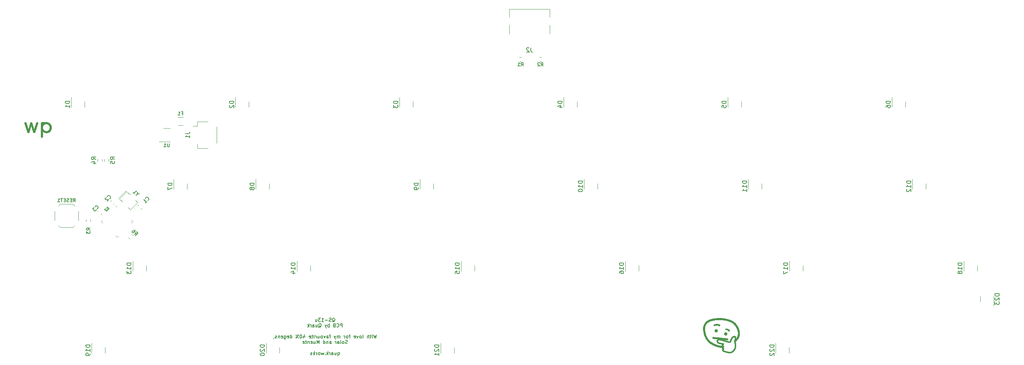
<source format=gbr>
%TF.GenerationSoftware,KiCad,Pcbnew,(6.0.0)*%
%TF.CreationDate,2022-05-03T21:15:31-05:00*%
%TF.ProjectId,QS-13u,51532d31-3375-42e6-9b69-6361645f7063,rev?*%
%TF.SameCoordinates,Original*%
%TF.FileFunction,Legend,Bot*%
%TF.FilePolarity,Positive*%
%FSLAX46Y46*%
G04 Gerber Fmt 4.6, Leading zero omitted, Abs format (unit mm)*
G04 Created by KiCad (PCBNEW (6.0.0)) date 2022-05-03 21:15:31*
%MOMM*%
%LPD*%
G01*
G04 APERTURE LIST*
%ADD10C,0.200000*%
%ADD11C,0.150000*%
%ADD12C,0.120000*%
%ADD13C,0.010000*%
G04 APERTURE END LIST*
D10*
X109845238Y-94214095D02*
X109921428Y-94176000D01*
X109997619Y-94099809D01*
X110111904Y-93985523D01*
X110188095Y-93947428D01*
X110264285Y-93947428D01*
X110226190Y-94137904D02*
X110302380Y-94099809D01*
X110378571Y-94023619D01*
X110416666Y-93871238D01*
X110416666Y-93604571D01*
X110378571Y-93452190D01*
X110302380Y-93376000D01*
X110226190Y-93337904D01*
X110073809Y-93337904D01*
X109997619Y-93376000D01*
X109921428Y-93452190D01*
X109883333Y-93604571D01*
X109883333Y-93871238D01*
X109921428Y-94023619D01*
X109997619Y-94099809D01*
X110073809Y-94137904D01*
X110226190Y-94137904D01*
X109578571Y-94099809D02*
X109464285Y-94137904D01*
X109273809Y-94137904D01*
X109197619Y-94099809D01*
X109159523Y-94061714D01*
X109121428Y-93985523D01*
X109121428Y-93909333D01*
X109159523Y-93833142D01*
X109197619Y-93795047D01*
X109273809Y-93756952D01*
X109426190Y-93718857D01*
X109502380Y-93680761D01*
X109540476Y-93642666D01*
X109578571Y-93566476D01*
X109578571Y-93490285D01*
X109540476Y-93414095D01*
X109502380Y-93376000D01*
X109426190Y-93337904D01*
X109235714Y-93337904D01*
X109121428Y-93376000D01*
X108778571Y-93833142D02*
X108169047Y-93833142D01*
X107369047Y-94137904D02*
X107826190Y-94137904D01*
X107597619Y-94137904D02*
X107597619Y-93337904D01*
X107673809Y-93452190D01*
X107750000Y-93528380D01*
X107826190Y-93566476D01*
X107102380Y-93337904D02*
X106607142Y-93337904D01*
X106873809Y-93642666D01*
X106759523Y-93642666D01*
X106683333Y-93680761D01*
X106645238Y-93718857D01*
X106607142Y-93795047D01*
X106607142Y-93985523D01*
X106645238Y-94061714D01*
X106683333Y-94099809D01*
X106759523Y-94137904D01*
X106988095Y-94137904D01*
X107064285Y-94099809D01*
X107102380Y-94061714D01*
X105921428Y-93604571D02*
X105921428Y-94137904D01*
X106264285Y-93604571D02*
X106264285Y-94023619D01*
X106226190Y-94099809D01*
X106150000Y-94137904D01*
X106035714Y-94137904D01*
X105959523Y-94099809D01*
X105921428Y-94061714D01*
X112150000Y-95425904D02*
X112150000Y-94625904D01*
X111845238Y-94625904D01*
X111769047Y-94664000D01*
X111730952Y-94702095D01*
X111692857Y-94778285D01*
X111692857Y-94892571D01*
X111730952Y-94968761D01*
X111769047Y-95006857D01*
X111845238Y-95044952D01*
X112150000Y-95044952D01*
X110892857Y-95349714D02*
X110930952Y-95387809D01*
X111045238Y-95425904D01*
X111121428Y-95425904D01*
X111235714Y-95387809D01*
X111311904Y-95311619D01*
X111350000Y-95235428D01*
X111388095Y-95083047D01*
X111388095Y-94968761D01*
X111350000Y-94816380D01*
X111311904Y-94740190D01*
X111235714Y-94664000D01*
X111121428Y-94625904D01*
X111045238Y-94625904D01*
X110930952Y-94664000D01*
X110892857Y-94702095D01*
X110283333Y-95006857D02*
X110169047Y-95044952D01*
X110130952Y-95083047D01*
X110092857Y-95159238D01*
X110092857Y-95273523D01*
X110130952Y-95349714D01*
X110169047Y-95387809D01*
X110245238Y-95425904D01*
X110550000Y-95425904D01*
X110550000Y-94625904D01*
X110283333Y-94625904D01*
X110207142Y-94664000D01*
X110169047Y-94702095D01*
X110130952Y-94778285D01*
X110130952Y-94854476D01*
X110169047Y-94930666D01*
X110207142Y-94968761D01*
X110283333Y-95006857D01*
X110550000Y-95006857D01*
X109140476Y-95425904D02*
X109140476Y-94625904D01*
X109140476Y-94930666D02*
X109064285Y-94892571D01*
X108911904Y-94892571D01*
X108835714Y-94930666D01*
X108797619Y-94968761D01*
X108759523Y-95044952D01*
X108759523Y-95273523D01*
X108797619Y-95349714D01*
X108835714Y-95387809D01*
X108911904Y-95425904D01*
X109064285Y-95425904D01*
X109140476Y-95387809D01*
X108492857Y-94892571D02*
X108302380Y-95425904D01*
X108111904Y-94892571D02*
X108302380Y-95425904D01*
X108378571Y-95616380D01*
X108416666Y-95654476D01*
X108492857Y-95692571D01*
X106664285Y-95502095D02*
X106740476Y-95464000D01*
X106816666Y-95387809D01*
X106930952Y-95273523D01*
X107007142Y-95235428D01*
X107083333Y-95235428D01*
X107045238Y-95425904D02*
X107121428Y-95387809D01*
X107197619Y-95311619D01*
X107235714Y-95159238D01*
X107235714Y-94892571D01*
X107197619Y-94740190D01*
X107121428Y-94664000D01*
X107045238Y-94625904D01*
X106892857Y-94625904D01*
X106816666Y-94664000D01*
X106740476Y-94740190D01*
X106702380Y-94892571D01*
X106702380Y-95159238D01*
X106740476Y-95311619D01*
X106816666Y-95387809D01*
X106892857Y-95425904D01*
X107045238Y-95425904D01*
X106016666Y-94892571D02*
X106016666Y-95425904D01*
X106359523Y-94892571D02*
X106359523Y-95311619D01*
X106321428Y-95387809D01*
X106245238Y-95425904D01*
X106130952Y-95425904D01*
X106054761Y-95387809D01*
X106016666Y-95349714D01*
X105292857Y-95425904D02*
X105292857Y-95006857D01*
X105330952Y-94930666D01*
X105407142Y-94892571D01*
X105559523Y-94892571D01*
X105635714Y-94930666D01*
X105292857Y-95387809D02*
X105369047Y-95425904D01*
X105559523Y-95425904D01*
X105635714Y-95387809D01*
X105673809Y-95311619D01*
X105673809Y-95235428D01*
X105635714Y-95159238D01*
X105559523Y-95121142D01*
X105369047Y-95121142D01*
X105292857Y-95083047D01*
X104911904Y-95425904D02*
X104911904Y-94892571D01*
X104911904Y-95044952D02*
X104873809Y-94968761D01*
X104835714Y-94930666D01*
X104759523Y-94892571D01*
X104683333Y-94892571D01*
X104416666Y-95425904D02*
X104416666Y-94625904D01*
X104340476Y-95121142D02*
X104111904Y-95425904D01*
X104111904Y-94892571D02*
X104416666Y-95197333D01*
X120130952Y-97201904D02*
X119940476Y-98001904D01*
X119788095Y-97430476D01*
X119635714Y-98001904D01*
X119445238Y-97201904D01*
X119140476Y-98001904D02*
X119140476Y-97468571D01*
X119140476Y-97201904D02*
X119178571Y-97240000D01*
X119140476Y-97278095D01*
X119102380Y-97240000D01*
X119140476Y-97201904D01*
X119140476Y-97278095D01*
X118873809Y-97468571D02*
X118569047Y-97468571D01*
X118759523Y-97201904D02*
X118759523Y-97887619D01*
X118721428Y-97963809D01*
X118645238Y-98001904D01*
X118569047Y-98001904D01*
X118302380Y-98001904D02*
X118302380Y-97201904D01*
X117959523Y-98001904D02*
X117959523Y-97582857D01*
X117997619Y-97506666D01*
X118073809Y-97468571D01*
X118188095Y-97468571D01*
X118264285Y-97506666D01*
X118302380Y-97544761D01*
X116854761Y-98001904D02*
X116930952Y-97963809D01*
X116969047Y-97887619D01*
X116969047Y-97201904D01*
X116435714Y-98001904D02*
X116511904Y-97963809D01*
X116550000Y-97925714D01*
X116588095Y-97849523D01*
X116588095Y-97620952D01*
X116550000Y-97544761D01*
X116511904Y-97506666D01*
X116435714Y-97468571D01*
X116321428Y-97468571D01*
X116245238Y-97506666D01*
X116207142Y-97544761D01*
X116169047Y-97620952D01*
X116169047Y-97849523D01*
X116207142Y-97925714D01*
X116245238Y-97963809D01*
X116321428Y-98001904D01*
X116435714Y-98001904D01*
X115902380Y-97468571D02*
X115711904Y-98001904D01*
X115521428Y-97468571D01*
X114911904Y-97963809D02*
X114988095Y-98001904D01*
X115140476Y-98001904D01*
X115216666Y-97963809D01*
X115254761Y-97887619D01*
X115254761Y-97582857D01*
X115216666Y-97506666D01*
X115140476Y-97468571D01*
X114988095Y-97468571D01*
X114911904Y-97506666D01*
X114873809Y-97582857D01*
X114873809Y-97659047D01*
X115254761Y-97735238D01*
X114035714Y-97468571D02*
X113730952Y-97468571D01*
X113921428Y-98001904D02*
X113921428Y-97316190D01*
X113883333Y-97240000D01*
X113807142Y-97201904D01*
X113730952Y-97201904D01*
X113350000Y-98001904D02*
X113426190Y-97963809D01*
X113464285Y-97925714D01*
X113502380Y-97849523D01*
X113502380Y-97620952D01*
X113464285Y-97544761D01*
X113426190Y-97506666D01*
X113350000Y-97468571D01*
X113235714Y-97468571D01*
X113159523Y-97506666D01*
X113121428Y-97544761D01*
X113083333Y-97620952D01*
X113083333Y-97849523D01*
X113121428Y-97925714D01*
X113159523Y-97963809D01*
X113235714Y-98001904D01*
X113350000Y-98001904D01*
X112740476Y-98001904D02*
X112740476Y-97468571D01*
X112740476Y-97620952D02*
X112702380Y-97544761D01*
X112664285Y-97506666D01*
X112588095Y-97468571D01*
X112511904Y-97468571D01*
X111635714Y-98001904D02*
X111635714Y-97468571D01*
X111635714Y-97544761D02*
X111597619Y-97506666D01*
X111521428Y-97468571D01*
X111407142Y-97468571D01*
X111330952Y-97506666D01*
X111292857Y-97582857D01*
X111292857Y-98001904D01*
X111292857Y-97582857D02*
X111254761Y-97506666D01*
X111178571Y-97468571D01*
X111064285Y-97468571D01*
X110988095Y-97506666D01*
X110950000Y-97582857D01*
X110950000Y-98001904D01*
X110645238Y-97468571D02*
X110454761Y-98001904D01*
X110264285Y-97468571D02*
X110454761Y-98001904D01*
X110530952Y-98192380D01*
X110569047Y-98230476D01*
X110645238Y-98268571D01*
X109464285Y-97468571D02*
X109159523Y-97468571D01*
X109350000Y-98001904D02*
X109350000Y-97316190D01*
X109311904Y-97240000D01*
X109235714Y-97201904D01*
X109159523Y-97201904D01*
X108550000Y-98001904D02*
X108550000Y-97582857D01*
X108588095Y-97506666D01*
X108664285Y-97468571D01*
X108816666Y-97468571D01*
X108892857Y-97506666D01*
X108550000Y-97963809D02*
X108626190Y-98001904D01*
X108816666Y-98001904D01*
X108892857Y-97963809D01*
X108930952Y-97887619D01*
X108930952Y-97811428D01*
X108892857Y-97735238D01*
X108816666Y-97697142D01*
X108626190Y-97697142D01*
X108550000Y-97659047D01*
X108245238Y-97468571D02*
X108054761Y-98001904D01*
X107864285Y-97468571D01*
X107445238Y-98001904D02*
X107521428Y-97963809D01*
X107559523Y-97925714D01*
X107597619Y-97849523D01*
X107597619Y-97620952D01*
X107559523Y-97544761D01*
X107521428Y-97506666D01*
X107445238Y-97468571D01*
X107330952Y-97468571D01*
X107254761Y-97506666D01*
X107216666Y-97544761D01*
X107178571Y-97620952D01*
X107178571Y-97849523D01*
X107216666Y-97925714D01*
X107254761Y-97963809D01*
X107330952Y-98001904D01*
X107445238Y-98001904D01*
X106492857Y-97468571D02*
X106492857Y-98001904D01*
X106835714Y-97468571D02*
X106835714Y-97887619D01*
X106797619Y-97963809D01*
X106721428Y-98001904D01*
X106607142Y-98001904D01*
X106530952Y-97963809D01*
X106492857Y-97925714D01*
X106111904Y-98001904D02*
X106111904Y-97468571D01*
X106111904Y-97620952D02*
X106073809Y-97544761D01*
X106035714Y-97506666D01*
X105959523Y-97468571D01*
X105883333Y-97468571D01*
X105616666Y-98001904D02*
X105616666Y-97468571D01*
X105616666Y-97201904D02*
X105654761Y-97240000D01*
X105616666Y-97278095D01*
X105578571Y-97240000D01*
X105616666Y-97201904D01*
X105616666Y-97278095D01*
X105350000Y-97468571D02*
X105045238Y-97468571D01*
X105235714Y-97201904D02*
X105235714Y-97887619D01*
X105197619Y-97963809D01*
X105121428Y-98001904D01*
X105045238Y-98001904D01*
X104473809Y-97963809D02*
X104550000Y-98001904D01*
X104702380Y-98001904D01*
X104778571Y-97963809D01*
X104816666Y-97887619D01*
X104816666Y-97582857D01*
X104778571Y-97506666D01*
X104702380Y-97468571D01*
X104550000Y-97468571D01*
X104473809Y-97506666D01*
X104435714Y-97582857D01*
X104435714Y-97659047D01*
X104816666Y-97735238D01*
X103140476Y-97468571D02*
X103140476Y-98001904D01*
X103330952Y-97163809D02*
X103521428Y-97735238D01*
X103026190Y-97735238D01*
X102569047Y-97201904D02*
X102492857Y-97201904D01*
X102416666Y-97240000D01*
X102378571Y-97278095D01*
X102340476Y-97354285D01*
X102302380Y-97506666D01*
X102302380Y-97697142D01*
X102340476Y-97849523D01*
X102378571Y-97925714D01*
X102416666Y-97963809D01*
X102492857Y-98001904D01*
X102569047Y-98001904D01*
X102645238Y-97963809D01*
X102683333Y-97925714D01*
X102721428Y-97849523D01*
X102759523Y-97697142D01*
X102759523Y-97506666D01*
X102721428Y-97354285D01*
X102683333Y-97278095D01*
X102645238Y-97240000D01*
X102569047Y-97201904D01*
X101997619Y-98001904D02*
X101388095Y-97201904D01*
X101883333Y-97201904D02*
X101807142Y-97240000D01*
X101769047Y-97316190D01*
X101807142Y-97392380D01*
X101883333Y-97430476D01*
X101959523Y-97392380D01*
X101997619Y-97316190D01*
X101959523Y-97240000D01*
X101883333Y-97201904D01*
X101426190Y-97963809D02*
X101388095Y-97887619D01*
X101426190Y-97811428D01*
X101502380Y-97773333D01*
X101578571Y-97811428D01*
X101616666Y-97887619D01*
X101578571Y-97963809D01*
X101502380Y-98001904D01*
X101426190Y-97963809D01*
X100092857Y-98001904D02*
X100092857Y-97201904D01*
X100092857Y-97963809D02*
X100169047Y-98001904D01*
X100321428Y-98001904D01*
X100397619Y-97963809D01*
X100435714Y-97925714D01*
X100473809Y-97849523D01*
X100473809Y-97620952D01*
X100435714Y-97544761D01*
X100397619Y-97506666D01*
X100321428Y-97468571D01*
X100169047Y-97468571D01*
X100092857Y-97506666D01*
X99407142Y-97963809D02*
X99483333Y-98001904D01*
X99635714Y-98001904D01*
X99711904Y-97963809D01*
X99750000Y-97887619D01*
X99750000Y-97582857D01*
X99711904Y-97506666D01*
X99635714Y-97468571D01*
X99483333Y-97468571D01*
X99407142Y-97506666D01*
X99369047Y-97582857D01*
X99369047Y-97659047D01*
X99750000Y-97735238D01*
X98683333Y-97468571D02*
X98683333Y-98116190D01*
X98721428Y-98192380D01*
X98759523Y-98230476D01*
X98835714Y-98268571D01*
X98950000Y-98268571D01*
X99026190Y-98230476D01*
X98683333Y-97963809D02*
X98759523Y-98001904D01*
X98911904Y-98001904D01*
X98988095Y-97963809D01*
X99026190Y-97925714D01*
X99064285Y-97849523D01*
X99064285Y-97620952D01*
X99026190Y-97544761D01*
X98988095Y-97506666D01*
X98911904Y-97468571D01*
X98759523Y-97468571D01*
X98683333Y-97506666D01*
X97997619Y-97963809D02*
X98073809Y-98001904D01*
X98226190Y-98001904D01*
X98302380Y-97963809D01*
X98340476Y-97887619D01*
X98340476Y-97582857D01*
X98302380Y-97506666D01*
X98226190Y-97468571D01*
X98073809Y-97468571D01*
X97997619Y-97506666D01*
X97959523Y-97582857D01*
X97959523Y-97659047D01*
X98340476Y-97735238D01*
X97616666Y-97468571D02*
X97616666Y-98001904D01*
X97616666Y-97544761D02*
X97578571Y-97506666D01*
X97502380Y-97468571D01*
X97388095Y-97468571D01*
X97311904Y-97506666D01*
X97273809Y-97582857D01*
X97273809Y-98001904D01*
X96930952Y-97963809D02*
X96854761Y-98001904D01*
X96702380Y-98001904D01*
X96626190Y-97963809D01*
X96588095Y-97887619D01*
X96588095Y-97849523D01*
X96626190Y-97773333D01*
X96702380Y-97735238D01*
X96816666Y-97735238D01*
X96892857Y-97697142D01*
X96930952Y-97620952D01*
X96930952Y-97582857D01*
X96892857Y-97506666D01*
X96816666Y-97468571D01*
X96702380Y-97468571D01*
X96626190Y-97506666D01*
X96207142Y-97963809D02*
X96207142Y-98001904D01*
X96245238Y-98078095D01*
X96283333Y-98116190D01*
X113350000Y-99251809D02*
X113235714Y-99289904D01*
X113045238Y-99289904D01*
X112969047Y-99251809D01*
X112930952Y-99213714D01*
X112892857Y-99137523D01*
X112892857Y-99061333D01*
X112930952Y-98985142D01*
X112969047Y-98947047D01*
X113045238Y-98908952D01*
X113197619Y-98870857D01*
X113273809Y-98832761D01*
X113311904Y-98794666D01*
X113350000Y-98718476D01*
X113350000Y-98642285D01*
X113311904Y-98566095D01*
X113273809Y-98528000D01*
X113197619Y-98489904D01*
X113007142Y-98489904D01*
X112892857Y-98528000D01*
X112435714Y-99289904D02*
X112511904Y-99251809D01*
X112550000Y-99213714D01*
X112588095Y-99137523D01*
X112588095Y-98908952D01*
X112550000Y-98832761D01*
X112511904Y-98794666D01*
X112435714Y-98756571D01*
X112321428Y-98756571D01*
X112245238Y-98794666D01*
X112207142Y-98832761D01*
X112169047Y-98908952D01*
X112169047Y-99137523D01*
X112207142Y-99213714D01*
X112245238Y-99251809D01*
X112321428Y-99289904D01*
X112435714Y-99289904D01*
X111711904Y-99289904D02*
X111788095Y-99251809D01*
X111826190Y-99175619D01*
X111826190Y-98489904D01*
X111064285Y-99289904D02*
X111064285Y-98870857D01*
X111102380Y-98794666D01*
X111178571Y-98756571D01*
X111330952Y-98756571D01*
X111407142Y-98794666D01*
X111064285Y-99251809D02*
X111140476Y-99289904D01*
X111330952Y-99289904D01*
X111407142Y-99251809D01*
X111445238Y-99175619D01*
X111445238Y-99099428D01*
X111407142Y-99023238D01*
X111330952Y-98985142D01*
X111140476Y-98985142D01*
X111064285Y-98947047D01*
X110683333Y-99289904D02*
X110683333Y-98756571D01*
X110683333Y-98908952D02*
X110645238Y-98832761D01*
X110607142Y-98794666D01*
X110530952Y-98756571D01*
X110454761Y-98756571D01*
X109235714Y-99289904D02*
X109235714Y-98870857D01*
X109273809Y-98794666D01*
X109350000Y-98756571D01*
X109502380Y-98756571D01*
X109578571Y-98794666D01*
X109235714Y-99251809D02*
X109311904Y-99289904D01*
X109502380Y-99289904D01*
X109578571Y-99251809D01*
X109616666Y-99175619D01*
X109616666Y-99099428D01*
X109578571Y-99023238D01*
X109502380Y-98985142D01*
X109311904Y-98985142D01*
X109235714Y-98947047D01*
X108854761Y-98756571D02*
X108854761Y-99289904D01*
X108854761Y-98832761D02*
X108816666Y-98794666D01*
X108740476Y-98756571D01*
X108626190Y-98756571D01*
X108550000Y-98794666D01*
X108511904Y-98870857D01*
X108511904Y-99289904D01*
X107788095Y-99289904D02*
X107788095Y-98489904D01*
X107788095Y-99251809D02*
X107864285Y-99289904D01*
X108016666Y-99289904D01*
X108092857Y-99251809D01*
X108130952Y-99213714D01*
X108169047Y-99137523D01*
X108169047Y-98908952D01*
X108130952Y-98832761D01*
X108092857Y-98794666D01*
X108016666Y-98756571D01*
X107864285Y-98756571D01*
X107788095Y-98794666D01*
X106797619Y-99289904D02*
X106797619Y-98489904D01*
X106530952Y-99061333D01*
X106264285Y-98489904D01*
X106264285Y-99289904D01*
X105540476Y-98756571D02*
X105540476Y-99289904D01*
X105883333Y-98756571D02*
X105883333Y-99175619D01*
X105845238Y-99251809D01*
X105769047Y-99289904D01*
X105654761Y-99289904D01*
X105578571Y-99251809D01*
X105540476Y-99213714D01*
X104854761Y-99251809D02*
X104930952Y-99289904D01*
X105083333Y-99289904D01*
X105159523Y-99251809D01*
X105197619Y-99175619D01*
X105197619Y-98870857D01*
X105159523Y-98794666D01*
X105083333Y-98756571D01*
X104930952Y-98756571D01*
X104854761Y-98794666D01*
X104816666Y-98870857D01*
X104816666Y-98947047D01*
X105197619Y-99023238D01*
X104473809Y-98756571D02*
X104473809Y-99289904D01*
X104473809Y-98832761D02*
X104435714Y-98794666D01*
X104359523Y-98756571D01*
X104245238Y-98756571D01*
X104169047Y-98794666D01*
X104130952Y-98870857D01*
X104130952Y-99289904D01*
X103864285Y-98756571D02*
X103559523Y-98756571D01*
X103750000Y-98489904D02*
X103750000Y-99175619D01*
X103711904Y-99251809D01*
X103635714Y-99289904D01*
X103559523Y-99289904D01*
X102988095Y-99251809D02*
X103064285Y-99289904D01*
X103216666Y-99289904D01*
X103292857Y-99251809D01*
X103330952Y-99175619D01*
X103330952Y-98870857D01*
X103292857Y-98794666D01*
X103216666Y-98756571D01*
X103064285Y-98756571D01*
X102988095Y-98794666D01*
X102950000Y-98870857D01*
X102950000Y-98947047D01*
X103330952Y-99023238D01*
X111140476Y-101332571D02*
X111140476Y-102132571D01*
X111140476Y-101827809D02*
X111216666Y-101865904D01*
X111369047Y-101865904D01*
X111445238Y-101827809D01*
X111483333Y-101789714D01*
X111521428Y-101713523D01*
X111521428Y-101484952D01*
X111483333Y-101408761D01*
X111445238Y-101370666D01*
X111369047Y-101332571D01*
X111216666Y-101332571D01*
X111140476Y-101370666D01*
X110416666Y-101332571D02*
X110416666Y-101865904D01*
X110759523Y-101332571D02*
X110759523Y-101751619D01*
X110721428Y-101827809D01*
X110645238Y-101865904D01*
X110530952Y-101865904D01*
X110454761Y-101827809D01*
X110416666Y-101789714D01*
X109692857Y-101865904D02*
X109692857Y-101446857D01*
X109730952Y-101370666D01*
X109807142Y-101332571D01*
X109959523Y-101332571D01*
X110035714Y-101370666D01*
X109692857Y-101827809D02*
X109769047Y-101865904D01*
X109959523Y-101865904D01*
X110035714Y-101827809D01*
X110073809Y-101751619D01*
X110073809Y-101675428D01*
X110035714Y-101599238D01*
X109959523Y-101561142D01*
X109769047Y-101561142D01*
X109692857Y-101523047D01*
X109311904Y-101865904D02*
X109311904Y-101332571D01*
X109311904Y-101484952D02*
X109273809Y-101408761D01*
X109235714Y-101370666D01*
X109159523Y-101332571D01*
X109083333Y-101332571D01*
X108816666Y-101865904D02*
X108816666Y-101065904D01*
X108740476Y-101561142D02*
X108511904Y-101865904D01*
X108511904Y-101332571D02*
X108816666Y-101637333D01*
X108169047Y-101789714D02*
X108130952Y-101827809D01*
X108169047Y-101865904D01*
X108207142Y-101827809D01*
X108169047Y-101789714D01*
X108169047Y-101865904D01*
X107864285Y-101332571D02*
X107711904Y-101865904D01*
X107559523Y-101484952D01*
X107407142Y-101865904D01*
X107254761Y-101332571D01*
X106835714Y-101865904D02*
X106911904Y-101827809D01*
X106950000Y-101789714D01*
X106988095Y-101713523D01*
X106988095Y-101484952D01*
X106950000Y-101408761D01*
X106911904Y-101370666D01*
X106835714Y-101332571D01*
X106721428Y-101332571D01*
X106645238Y-101370666D01*
X106607142Y-101408761D01*
X106569047Y-101484952D01*
X106569047Y-101713523D01*
X106607142Y-101789714D01*
X106645238Y-101827809D01*
X106721428Y-101865904D01*
X106835714Y-101865904D01*
X106226190Y-101865904D02*
X106226190Y-101332571D01*
X106226190Y-101484952D02*
X106188095Y-101408761D01*
X106150000Y-101370666D01*
X106073809Y-101332571D01*
X105997619Y-101332571D01*
X105730952Y-101865904D02*
X105730952Y-101065904D01*
X105654761Y-101561142D02*
X105426190Y-101865904D01*
X105426190Y-101332571D02*
X105730952Y-101637333D01*
X105121428Y-101827809D02*
X105045238Y-101865904D01*
X104892857Y-101865904D01*
X104816666Y-101827809D01*
X104778571Y-101751619D01*
X104778571Y-101713523D01*
X104816666Y-101637333D01*
X104892857Y-101599238D01*
X105007142Y-101599238D01*
X105083333Y-101561142D01*
X105121428Y-101484952D01*
X105121428Y-101446857D01*
X105083333Y-101370666D01*
X105007142Y-101332571D01*
X104892857Y-101332571D01*
X104816666Y-101370666D01*
D11*
%TO.C,Y1*%
X64576592Y-64549655D02*
X64307218Y-64819029D01*
X65061465Y-64441905D02*
X64576592Y-64549655D01*
X64684342Y-64064782D01*
X63633783Y-64145594D02*
X63957032Y-64468843D01*
X63795408Y-64307218D02*
X64361093Y-63741533D01*
X64334156Y-63876220D01*
X64334156Y-63983969D01*
X64361093Y-64064782D01*
%TO.C,D9*%
X129814881Y-61968154D02*
X128814881Y-61968154D01*
X128814881Y-62206250D01*
X128862501Y-62349107D01*
X128957739Y-62444345D01*
X129052977Y-62491964D01*
X129243453Y-62539583D01*
X129386310Y-62539583D01*
X129576786Y-62491964D01*
X129672024Y-62444345D01*
X129767262Y-62349107D01*
X129814881Y-62206250D01*
X129814881Y-61968154D01*
X129814881Y-63015773D02*
X129814881Y-63206250D01*
X129767262Y-63301488D01*
X129719643Y-63349107D01*
X129576786Y-63444345D01*
X129386310Y-63491964D01*
X129005358Y-63491964D01*
X128910120Y-63444345D01*
X128862501Y-63396726D01*
X128814881Y-63301488D01*
X128814881Y-63111011D01*
X128862501Y-63015773D01*
X128910120Y-62968154D01*
X129005358Y-62920535D01*
X129243453Y-62920535D01*
X129338691Y-62968154D01*
X129386310Y-63015773D01*
X129433929Y-63111011D01*
X129433929Y-63301488D01*
X129386310Y-63396726D01*
X129338691Y-63444345D01*
X129243453Y-63491964D01*
%TO.C,D1*%
X48852381Y-42918155D02*
X47852381Y-42918155D01*
X47852381Y-43156251D01*
X47900001Y-43299108D01*
X47995239Y-43394346D01*
X48090477Y-43441965D01*
X48280953Y-43489584D01*
X48423810Y-43489584D01*
X48614286Y-43441965D01*
X48709524Y-43394346D01*
X48804762Y-43299108D01*
X48852381Y-43156251D01*
X48852381Y-42918155D01*
X48852381Y-44441965D02*
X48852381Y-43870536D01*
X48852381Y-44156251D02*
X47852381Y-44156251D01*
X47995239Y-44061012D01*
X48090477Y-43965774D01*
X48138096Y-43870536D01*
%TO.C,D22*%
X212364880Y-99591964D02*
X211364880Y-99591964D01*
X211364880Y-99830059D01*
X211412500Y-99972916D01*
X211507738Y-100068154D01*
X211602976Y-100115773D01*
X211793452Y-100163392D01*
X211936309Y-100163392D01*
X212126785Y-100115773D01*
X212222023Y-100068154D01*
X212317261Y-99972916D01*
X212364880Y-99830059D01*
X212364880Y-99591964D01*
X211460119Y-100544345D02*
X211412500Y-100591964D01*
X211364880Y-100687202D01*
X211364880Y-100925297D01*
X211412500Y-101020535D01*
X211460119Y-101068154D01*
X211555357Y-101115773D01*
X211650595Y-101115773D01*
X211793452Y-101068154D01*
X212364880Y-100496726D01*
X212364880Y-101115773D01*
X211460119Y-101496726D02*
X211412500Y-101544345D01*
X211364880Y-101639583D01*
X211364880Y-101877678D01*
X211412500Y-101972916D01*
X211460119Y-102020535D01*
X211555357Y-102068154D01*
X211650595Y-102068154D01*
X211793452Y-102020535D01*
X212364880Y-101449107D01*
X212364880Y-102068154D01*
%TO.C,D11*%
X206014880Y-61491964D02*
X205014880Y-61491964D01*
X205014880Y-61730059D01*
X205062500Y-61872916D01*
X205157738Y-61968154D01*
X205252976Y-62015773D01*
X205443452Y-62063392D01*
X205586309Y-62063392D01*
X205776785Y-62015773D01*
X205872023Y-61968154D01*
X205967261Y-61872916D01*
X206014880Y-61730059D01*
X206014880Y-61491964D01*
X206014880Y-63015773D02*
X206014880Y-62444345D01*
X206014880Y-62730059D02*
X205014880Y-62730059D01*
X205157738Y-62634821D01*
X205252976Y-62539583D01*
X205300595Y-62444345D01*
X206014880Y-63968154D02*
X206014880Y-63396726D01*
X206014880Y-63682440D02*
X205014880Y-63682440D01*
X205157738Y-63587202D01*
X205252976Y-63491964D01*
X205300595Y-63396726D01*
%TO.C,R5*%
X59332380Y-56503333D02*
X58856190Y-56170000D01*
X59332380Y-55931904D02*
X58332380Y-55931904D01*
X58332380Y-56312857D01*
X58380000Y-56408095D01*
X58427619Y-56455714D01*
X58522857Y-56503333D01*
X58665714Y-56503333D01*
X58760952Y-56455714D01*
X58808571Y-56408095D01*
X58856190Y-56312857D01*
X58856190Y-55931904D01*
X58332380Y-57408095D02*
X58332380Y-56931904D01*
X58808571Y-56884285D01*
X58760952Y-56931904D01*
X58713333Y-57027142D01*
X58713333Y-57265238D01*
X58760952Y-57360476D01*
X58808571Y-57408095D01*
X58903809Y-57455714D01*
X59141904Y-57455714D01*
X59237142Y-57408095D01*
X59284761Y-57360476D01*
X59332380Y-57265238D01*
X59332380Y-57027142D01*
X59284761Y-56931904D01*
X59237142Y-56884285D01*
%TO.C,D4*%
X163152381Y-42918155D02*
X162152381Y-42918155D01*
X162152381Y-43156251D01*
X162200001Y-43299108D01*
X162295239Y-43394346D01*
X162390477Y-43441965D01*
X162580953Y-43489584D01*
X162723810Y-43489584D01*
X162914286Y-43441965D01*
X163009524Y-43394346D01*
X163104762Y-43299108D01*
X163152381Y-43156251D01*
X163152381Y-42918155D01*
X162485715Y-44346727D02*
X163152381Y-44346727D01*
X162104762Y-44108631D02*
X162819048Y-43870536D01*
X162819048Y-44489584D01*
%TO.C,J2*%
X155908333Y-30497380D02*
X155908333Y-31211666D01*
X155955952Y-31354523D01*
X156051190Y-31449761D01*
X156194047Y-31497380D01*
X156289285Y-31497380D01*
X155479761Y-30592619D02*
X155432142Y-30545000D01*
X155336904Y-30497380D01*
X155098809Y-30497380D01*
X155003571Y-30545000D01*
X154955952Y-30592619D01*
X154908333Y-30687857D01*
X154908333Y-30783095D01*
X154955952Y-30925952D01*
X155527380Y-31497380D01*
X154908333Y-31497380D01*
%TO.C,D5*%
X201252380Y-42918155D02*
X200252380Y-42918155D01*
X200252380Y-43156251D01*
X200300000Y-43299108D01*
X200395238Y-43394346D01*
X200490476Y-43441965D01*
X200680952Y-43489584D01*
X200823809Y-43489584D01*
X201014285Y-43441965D01*
X201109523Y-43394346D01*
X201204761Y-43299108D01*
X201252380Y-43156251D01*
X201252380Y-42918155D01*
X200252380Y-44394346D02*
X200252380Y-43918155D01*
X200728571Y-43870536D01*
X200680952Y-43918155D01*
X200633333Y-44013393D01*
X200633333Y-44251489D01*
X200680952Y-44346727D01*
X200728571Y-44394346D01*
X200823809Y-44441965D01*
X201061904Y-44441965D01*
X201157142Y-44394346D01*
X201204761Y-44346727D01*
X201252380Y-44251489D01*
X201252380Y-44013393D01*
X201204761Y-43918155D01*
X201157142Y-43870536D01*
%TO.C,D19*%
X53614880Y-99591965D02*
X52614880Y-99591965D01*
X52614880Y-99830060D01*
X52662500Y-99972917D01*
X52757738Y-100068155D01*
X52852976Y-100115774D01*
X53043452Y-100163393D01*
X53186309Y-100163393D01*
X53376785Y-100115774D01*
X53472023Y-100068155D01*
X53567261Y-99972917D01*
X53614880Y-99830060D01*
X53614880Y-99591965D01*
X53614880Y-101115774D02*
X53614880Y-100544346D01*
X53614880Y-100830060D02*
X52614880Y-100830060D01*
X52757738Y-100734822D01*
X52852976Y-100639584D01*
X52900595Y-100544346D01*
X53614880Y-101591965D02*
X53614880Y-101782441D01*
X53567261Y-101877679D01*
X53519642Y-101925298D01*
X53376785Y-102020536D01*
X53186309Y-102068155D01*
X52805357Y-102068155D01*
X52710119Y-102020536D01*
X52662500Y-101972917D01*
X52614880Y-101877679D01*
X52614880Y-101687203D01*
X52662500Y-101591965D01*
X52710119Y-101544346D01*
X52805357Y-101496727D01*
X53043452Y-101496727D01*
X53138690Y-101544346D01*
X53186309Y-101591965D01*
X53233928Y-101687203D01*
X53233928Y-101877679D01*
X53186309Y-101972917D01*
X53138690Y-102020536D01*
X53043452Y-102068155D01*
%TO.C,D12*%
X244114881Y-61491964D02*
X243114881Y-61491964D01*
X243114881Y-61730059D01*
X243162501Y-61872916D01*
X243257739Y-61968154D01*
X243352977Y-62015773D01*
X243543453Y-62063392D01*
X243686310Y-62063392D01*
X243876786Y-62015773D01*
X243972024Y-61968154D01*
X244067262Y-61872916D01*
X244114881Y-61730059D01*
X244114881Y-61491964D01*
X244114881Y-63015773D02*
X244114881Y-62444345D01*
X244114881Y-62730059D02*
X243114881Y-62730059D01*
X243257739Y-62634821D01*
X243352977Y-62539583D01*
X243400596Y-62444345D01*
X243210120Y-63396726D02*
X243162501Y-63444345D01*
X243114881Y-63539583D01*
X243114881Y-63777678D01*
X243162501Y-63872916D01*
X243210120Y-63920535D01*
X243305358Y-63968154D01*
X243400596Y-63968154D01*
X243543453Y-63920535D01*
X244114881Y-63349107D01*
X244114881Y-63968154D01*
%TO.C,U2*%
X57638089Y-67474451D02*
X57981541Y-67817902D01*
X58001744Y-67878512D01*
X58001744Y-67918918D01*
X57981541Y-67979527D01*
X57900729Y-68060339D01*
X57840120Y-68080542D01*
X57799714Y-68080542D01*
X57739104Y-68060339D01*
X57395653Y-67716887D01*
X57254231Y-67939121D02*
X57213825Y-67939121D01*
X57153216Y-67959324D01*
X57052201Y-68060339D01*
X57031998Y-68120948D01*
X57031998Y-68161354D01*
X57052201Y-68221963D01*
X57092607Y-68262370D01*
X57173419Y-68302776D01*
X57658292Y-68302776D01*
X57395653Y-68565415D01*
%TO.C,D16*%
X177439880Y-80541964D02*
X176439880Y-80541964D01*
X176439880Y-80780059D01*
X176487500Y-80922916D01*
X176582738Y-81018154D01*
X176677976Y-81065773D01*
X176868452Y-81113392D01*
X177011309Y-81113392D01*
X177201785Y-81065773D01*
X177297023Y-81018154D01*
X177392261Y-80922916D01*
X177439880Y-80780059D01*
X177439880Y-80541964D01*
X177439880Y-82065773D02*
X177439880Y-81494345D01*
X177439880Y-81780059D02*
X176439880Y-81780059D01*
X176582738Y-81684821D01*
X176677976Y-81589583D01*
X176725595Y-81494345D01*
X176439880Y-82922916D02*
X176439880Y-82732440D01*
X176487500Y-82637202D01*
X176535119Y-82589583D01*
X176677976Y-82494345D01*
X176868452Y-82446726D01*
X177249404Y-82446726D01*
X177344642Y-82494345D01*
X177392261Y-82541964D01*
X177439880Y-82637202D01*
X177439880Y-82827678D01*
X177392261Y-82922916D01*
X177344642Y-82970535D01*
X177249404Y-83018154D01*
X177011309Y-83018154D01*
X176916071Y-82970535D01*
X176868452Y-82922916D01*
X176820833Y-82827678D01*
X176820833Y-82637202D01*
X176868452Y-82541964D01*
X176916071Y-82494345D01*
X177011309Y-82446726D01*
%TO.C,R2*%
X158279750Y-34758949D02*
X158546417Y-34377997D01*
X158736893Y-34758949D02*
X158736893Y-33958949D01*
X158432131Y-33958949D01*
X158355940Y-33997045D01*
X158317845Y-34035140D01*
X158279750Y-34111330D01*
X158279750Y-34225616D01*
X158317845Y-34301806D01*
X158355940Y-34339902D01*
X158432131Y-34377997D01*
X158736893Y-34377997D01*
X157974988Y-34035140D02*
X157936893Y-33997045D01*
X157860702Y-33958949D01*
X157670226Y-33958949D01*
X157594036Y-33997045D01*
X157555940Y-34035140D01*
X157517845Y-34111330D01*
X157517845Y-34187521D01*
X157555940Y-34301806D01*
X158013083Y-34758949D01*
X157517845Y-34758949D01*
%TO.C,D3*%
X125052380Y-42918154D02*
X124052380Y-42918154D01*
X124052380Y-43156250D01*
X124100000Y-43299107D01*
X124195238Y-43394345D01*
X124290476Y-43441964D01*
X124480952Y-43489583D01*
X124623809Y-43489583D01*
X124814285Y-43441964D01*
X124909523Y-43394345D01*
X125004761Y-43299107D01*
X125052380Y-43156250D01*
X125052380Y-42918154D01*
X124052380Y-43822916D02*
X124052380Y-44441964D01*
X124433333Y-44108630D01*
X124433333Y-44251488D01*
X124480952Y-44346726D01*
X124528571Y-44394345D01*
X124623809Y-44441964D01*
X124861904Y-44441964D01*
X124957142Y-44394345D01*
X125004761Y-44346726D01*
X125052380Y-44251488D01*
X125052380Y-43965773D01*
X125004761Y-43870535D01*
X124957142Y-43822916D01*
%TO.C,C2*%
X58104468Y-65592927D02*
X58158343Y-65592927D01*
X58266092Y-65539052D01*
X58319967Y-65485178D01*
X58373842Y-65377428D01*
X58373842Y-65269678D01*
X58346905Y-65188866D01*
X58266092Y-65054179D01*
X58185280Y-64973367D01*
X58050593Y-64892555D01*
X57969781Y-64865617D01*
X57862031Y-64865617D01*
X57754282Y-64919492D01*
X57700407Y-64973367D01*
X57646532Y-65081116D01*
X57646532Y-65134991D01*
X57431033Y-65350490D02*
X57377158Y-65350490D01*
X57296346Y-65377428D01*
X57161659Y-65512115D01*
X57134721Y-65592927D01*
X57134721Y-65646802D01*
X57161659Y-65727614D01*
X57215534Y-65781489D01*
X57323283Y-65835364D01*
X57969781Y-65835364D01*
X57619595Y-66185550D01*
%TO.C,D8*%
X91714880Y-61968154D02*
X90714880Y-61968154D01*
X90714880Y-62206250D01*
X90762500Y-62349107D01*
X90857738Y-62444345D01*
X90952976Y-62491964D01*
X91143452Y-62539583D01*
X91286309Y-62539583D01*
X91476785Y-62491964D01*
X91572023Y-62444345D01*
X91667261Y-62349107D01*
X91714880Y-62206250D01*
X91714880Y-61968154D01*
X91143452Y-63111011D02*
X91095833Y-63015773D01*
X91048214Y-62968154D01*
X90952976Y-62920535D01*
X90905357Y-62920535D01*
X90810119Y-62968154D01*
X90762500Y-63015773D01*
X90714880Y-63111011D01*
X90714880Y-63301488D01*
X90762500Y-63396726D01*
X90810119Y-63444345D01*
X90905357Y-63491964D01*
X90952976Y-63491964D01*
X91048214Y-63444345D01*
X91095833Y-63396726D01*
X91143452Y-63301488D01*
X91143452Y-63111011D01*
X91191071Y-63015773D01*
X91238690Y-62968154D01*
X91333928Y-62920535D01*
X91524404Y-62920535D01*
X91619642Y-62968154D01*
X91667261Y-63015773D01*
X91714880Y-63111011D01*
X91714880Y-63301488D01*
X91667261Y-63396726D01*
X91619642Y-63444345D01*
X91524404Y-63491964D01*
X91333928Y-63491964D01*
X91238690Y-63444345D01*
X91191071Y-63396726D01*
X91143452Y-63301488D01*
%TO.C,D17*%
X215539881Y-80541965D02*
X214539881Y-80541965D01*
X214539881Y-80780060D01*
X214587501Y-80922917D01*
X214682739Y-81018155D01*
X214777977Y-81065774D01*
X214968453Y-81113393D01*
X215111310Y-81113393D01*
X215301786Y-81065774D01*
X215397024Y-81018155D01*
X215492262Y-80922917D01*
X215539881Y-80780060D01*
X215539881Y-80541965D01*
X215539881Y-82065774D02*
X215539881Y-81494346D01*
X215539881Y-81780060D02*
X214539881Y-81780060D01*
X214682739Y-81684822D01*
X214777977Y-81589584D01*
X214825596Y-81494346D01*
X214539881Y-82399108D02*
X214539881Y-83065774D01*
X215539881Y-82637203D01*
%TO.C,D20*%
X94096131Y-99591965D02*
X93096131Y-99591965D01*
X93096131Y-99830060D01*
X93143751Y-99972917D01*
X93238989Y-100068155D01*
X93334227Y-100115774D01*
X93524703Y-100163393D01*
X93667560Y-100163393D01*
X93858036Y-100115774D01*
X93953274Y-100068155D01*
X94048512Y-99972917D01*
X94096131Y-99830060D01*
X94096131Y-99591965D01*
X93191370Y-100544346D02*
X93143751Y-100591965D01*
X93096131Y-100687203D01*
X93096131Y-100925298D01*
X93143751Y-101020536D01*
X93191370Y-101068155D01*
X93286608Y-101115774D01*
X93381846Y-101115774D01*
X93524703Y-101068155D01*
X94096131Y-100496727D01*
X94096131Y-101115774D01*
X93096131Y-101734822D02*
X93096131Y-101830060D01*
X93143751Y-101925298D01*
X93191370Y-101972917D01*
X93286608Y-102020536D01*
X93477084Y-102068155D01*
X93715179Y-102068155D01*
X93905655Y-102020536D01*
X94000893Y-101972917D01*
X94048512Y-101925298D01*
X94096131Y-101830060D01*
X94096131Y-101734822D01*
X94048512Y-101639584D01*
X94000893Y-101591965D01*
X93905655Y-101544346D01*
X93715179Y-101496727D01*
X93477084Y-101496727D01*
X93286608Y-101544346D01*
X93191370Y-101591965D01*
X93143751Y-101639584D01*
X93096131Y-101734822D01*
%TO.C,RESET1*%
X49702857Y-66321904D02*
X49969523Y-65940952D01*
X50160000Y-66321904D02*
X50160000Y-65521904D01*
X49855238Y-65521904D01*
X49779047Y-65560000D01*
X49740952Y-65598095D01*
X49702857Y-65674285D01*
X49702857Y-65788571D01*
X49740952Y-65864761D01*
X49779047Y-65902857D01*
X49855238Y-65940952D01*
X50160000Y-65940952D01*
X49360000Y-65902857D02*
X49093333Y-65902857D01*
X48979047Y-66321904D02*
X49360000Y-66321904D01*
X49360000Y-65521904D01*
X48979047Y-65521904D01*
X48674285Y-66283809D02*
X48560000Y-66321904D01*
X48369523Y-66321904D01*
X48293333Y-66283809D01*
X48255238Y-66245714D01*
X48217142Y-66169523D01*
X48217142Y-66093333D01*
X48255238Y-66017142D01*
X48293333Y-65979047D01*
X48369523Y-65940952D01*
X48521904Y-65902857D01*
X48598095Y-65864761D01*
X48636190Y-65826666D01*
X48674285Y-65750476D01*
X48674285Y-65674285D01*
X48636190Y-65598095D01*
X48598095Y-65560000D01*
X48521904Y-65521904D01*
X48331428Y-65521904D01*
X48217142Y-65560000D01*
X47874285Y-65902857D02*
X47607619Y-65902857D01*
X47493333Y-66321904D02*
X47874285Y-66321904D01*
X47874285Y-65521904D01*
X47493333Y-65521904D01*
X47264761Y-65521904D02*
X46807619Y-65521904D01*
X47036190Y-66321904D02*
X47036190Y-65521904D01*
X46121904Y-66321904D02*
X46579047Y-66321904D01*
X46350476Y-66321904D02*
X46350476Y-65521904D01*
X46426666Y-65636190D01*
X46502857Y-65712380D01*
X46579047Y-65750476D01*
%TO.C,C3*%
X55229376Y-67938851D02*
X55283251Y-67938851D01*
X55391000Y-67884976D01*
X55444875Y-67831102D01*
X55498750Y-67723352D01*
X55498750Y-67615602D01*
X55471813Y-67534790D01*
X55391000Y-67400103D01*
X55310188Y-67319291D01*
X55175501Y-67238479D01*
X55094689Y-67211541D01*
X54986939Y-67211541D01*
X54879190Y-67265416D01*
X54825315Y-67319291D01*
X54771440Y-67427040D01*
X54771440Y-67480915D01*
X54529003Y-67615602D02*
X54178817Y-67965789D01*
X54582878Y-67992726D01*
X54502066Y-68073538D01*
X54475129Y-68154350D01*
X54475129Y-68208225D01*
X54502066Y-68289037D01*
X54636753Y-68423724D01*
X54717565Y-68450662D01*
X54771440Y-68450662D01*
X54852252Y-68423724D01*
X55013877Y-68262100D01*
X55040814Y-68181288D01*
X55040814Y-68127413D01*
%TO.C,U1*%
X72019523Y-52751904D02*
X72019523Y-53399523D01*
X71981428Y-53475714D01*
X71943333Y-53513809D01*
X71867142Y-53551904D01*
X71714761Y-53551904D01*
X71638571Y-53513809D01*
X71600476Y-53475714D01*
X71562380Y-53399523D01*
X71562380Y-52751904D01*
X70762380Y-53551904D02*
X71219523Y-53551904D01*
X70990952Y-53551904D02*
X70990952Y-52751904D01*
X71067142Y-52866190D01*
X71143333Y-52942380D01*
X71219523Y-52980476D01*
%TO.C,R1*%
X153636147Y-34753737D02*
X153902814Y-34372785D01*
X154093290Y-34753737D02*
X154093290Y-33953737D01*
X153788528Y-33953737D01*
X153712337Y-33991833D01*
X153674242Y-34029928D01*
X153636147Y-34106118D01*
X153636147Y-34220404D01*
X153674242Y-34296594D01*
X153712337Y-34334690D01*
X153788528Y-34372785D01*
X154093290Y-34372785D01*
X152874242Y-34753737D02*
X153331385Y-34753737D01*
X153102814Y-34753737D02*
X153102814Y-33953737D01*
X153179004Y-34068023D01*
X153255194Y-34144213D01*
X153331385Y-34182309D01*
%TO.C,R3*%
X53595270Y-72888191D02*
X53214318Y-72621525D01*
X53595270Y-72431048D02*
X52795270Y-72431048D01*
X52795270Y-72735810D01*
X52833366Y-72812001D01*
X52871461Y-72850096D01*
X52947651Y-72888191D01*
X53061937Y-72888191D01*
X53138127Y-72850096D01*
X53176223Y-72812001D01*
X53214318Y-72735810D01*
X53214318Y-72431048D01*
X52795270Y-73154858D02*
X52795270Y-73650096D01*
X53100032Y-73383429D01*
X53100032Y-73497715D01*
X53138127Y-73573905D01*
X53176223Y-73612001D01*
X53252413Y-73650096D01*
X53442889Y-73650096D01*
X53519080Y-73612001D01*
X53557175Y-73573905D01*
X53595270Y-73497715D01*
X53595270Y-73269144D01*
X53557175Y-73192953D01*
X53519080Y-73154858D01*
%TO.C,D15*%
X139339880Y-80541965D02*
X138339880Y-80541965D01*
X138339880Y-80780060D01*
X138387500Y-80922917D01*
X138482738Y-81018155D01*
X138577976Y-81065774D01*
X138768452Y-81113393D01*
X138911309Y-81113393D01*
X139101785Y-81065774D01*
X139197023Y-81018155D01*
X139292261Y-80922917D01*
X139339880Y-80780060D01*
X139339880Y-80541965D01*
X139339880Y-82065774D02*
X139339880Y-81494346D01*
X139339880Y-81780060D02*
X138339880Y-81780060D01*
X138482738Y-81684822D01*
X138577976Y-81589584D01*
X138625595Y-81494346D01*
X138339880Y-82970536D02*
X138339880Y-82494346D01*
X138816071Y-82446727D01*
X138768452Y-82494346D01*
X138720833Y-82589584D01*
X138720833Y-82827679D01*
X138768452Y-82922917D01*
X138816071Y-82970536D01*
X138911309Y-83018155D01*
X139149404Y-83018155D01*
X139244642Y-82970536D01*
X139292261Y-82922917D01*
X139339880Y-82827679D01*
X139339880Y-82589584D01*
X139292261Y-82494346D01*
X139244642Y-82446727D01*
%TO.C,D23*%
X264633630Y-87685714D02*
X263633630Y-87685714D01*
X263633630Y-87923809D01*
X263681250Y-88066666D01*
X263776488Y-88161904D01*
X263871726Y-88209523D01*
X264062202Y-88257142D01*
X264205059Y-88257142D01*
X264395535Y-88209523D01*
X264490773Y-88161904D01*
X264586011Y-88066666D01*
X264633630Y-87923809D01*
X264633630Y-87685714D01*
X263728869Y-88638095D02*
X263681250Y-88685714D01*
X263633630Y-88780952D01*
X263633630Y-89019047D01*
X263681250Y-89114285D01*
X263728869Y-89161904D01*
X263824107Y-89209523D01*
X263919345Y-89209523D01*
X264062202Y-89161904D01*
X264633630Y-88590476D01*
X264633630Y-89209523D01*
X263633630Y-89542857D02*
X263633630Y-90161904D01*
X264014583Y-89828571D01*
X264014583Y-89971428D01*
X264062202Y-90066666D01*
X264109821Y-90114285D01*
X264205059Y-90161904D01*
X264443154Y-90161904D01*
X264538392Y-90114285D01*
X264586011Y-90066666D01*
X264633630Y-89971428D01*
X264633630Y-89685714D01*
X264586011Y-89590476D01*
X264538392Y-89542857D01*
%TO.C,R6*%
X63843512Y-73842725D02*
X64301448Y-73761913D01*
X64166761Y-74165974D02*
X64732446Y-73600288D01*
X64516947Y-73384789D01*
X64436135Y-73357851D01*
X64382260Y-73357851D01*
X64301448Y-73384789D01*
X64220636Y-73465601D01*
X64193698Y-73546413D01*
X64193698Y-73600288D01*
X64220636Y-73681100D01*
X64436135Y-73896600D01*
X63924324Y-72792166D02*
X64032074Y-72899916D01*
X64059011Y-72980728D01*
X64059011Y-73034603D01*
X64032074Y-73169290D01*
X63951262Y-73303977D01*
X63735762Y-73519476D01*
X63654950Y-73546413D01*
X63601075Y-73546413D01*
X63520263Y-73519476D01*
X63412514Y-73411726D01*
X63385576Y-73330914D01*
X63385576Y-73277039D01*
X63412514Y-73196227D01*
X63547201Y-73061540D01*
X63628013Y-73034603D01*
X63681888Y-73034603D01*
X63762700Y-73061540D01*
X63870449Y-73169290D01*
X63897387Y-73250102D01*
X63897387Y-73303977D01*
X63870449Y-73384789D01*
%TO.C,F1*%
X74879166Y-45747857D02*
X75145833Y-45747857D01*
X75145833Y-46166904D02*
X75145833Y-45366904D01*
X74764880Y-45366904D01*
X74041071Y-46166904D02*
X74498214Y-46166904D01*
X74269642Y-46166904D02*
X74269642Y-45366904D01*
X74345833Y-45481190D01*
X74422023Y-45557380D01*
X74498214Y-45595476D01*
%TO.C,D14*%
X101239881Y-80541965D02*
X100239881Y-80541965D01*
X100239881Y-80780060D01*
X100287501Y-80922917D01*
X100382739Y-81018155D01*
X100477977Y-81065774D01*
X100668453Y-81113393D01*
X100811310Y-81113393D01*
X101001786Y-81065774D01*
X101097024Y-81018155D01*
X101192262Y-80922917D01*
X101239881Y-80780060D01*
X101239881Y-80541965D01*
X101239881Y-82065774D02*
X101239881Y-81494346D01*
X101239881Y-81780060D02*
X100239881Y-81780060D01*
X100382739Y-81684822D01*
X100477977Y-81589584D01*
X100525596Y-81494346D01*
X100573215Y-82922917D02*
X101239881Y-82922917D01*
X100192262Y-82684822D02*
X100906548Y-82446727D01*
X100906548Y-83065774D01*
%TO.C,D10*%
X167914881Y-61491964D02*
X166914881Y-61491964D01*
X166914881Y-61730059D01*
X166962501Y-61872916D01*
X167057739Y-61968154D01*
X167152977Y-62015773D01*
X167343453Y-62063392D01*
X167486310Y-62063392D01*
X167676786Y-62015773D01*
X167772024Y-61968154D01*
X167867262Y-61872916D01*
X167914881Y-61730059D01*
X167914881Y-61491964D01*
X167914881Y-63015773D02*
X167914881Y-62444345D01*
X167914881Y-62730059D02*
X166914881Y-62730059D01*
X167057739Y-62634821D01*
X167152977Y-62539583D01*
X167200596Y-62444345D01*
X166914881Y-63634821D02*
X166914881Y-63730059D01*
X166962501Y-63825297D01*
X167010120Y-63872916D01*
X167105358Y-63920535D01*
X167295834Y-63968154D01*
X167533929Y-63968154D01*
X167724405Y-63920535D01*
X167819643Y-63872916D01*
X167867262Y-63825297D01*
X167914881Y-63730059D01*
X167914881Y-63634821D01*
X167867262Y-63539583D01*
X167819643Y-63491964D01*
X167724405Y-63444345D01*
X167533929Y-63396726D01*
X167295834Y-63396726D01*
X167105358Y-63444345D01*
X167010120Y-63491964D01*
X166962501Y-63539583D01*
X166914881Y-63634821D01*
%TO.C,D7*%
X72664880Y-61968154D02*
X71664880Y-61968154D01*
X71664880Y-62206250D01*
X71712500Y-62349107D01*
X71807738Y-62444345D01*
X71902976Y-62491964D01*
X72093452Y-62539583D01*
X72236309Y-62539583D01*
X72426785Y-62491964D01*
X72522023Y-62444345D01*
X72617261Y-62349107D01*
X72664880Y-62206250D01*
X72664880Y-61968154D01*
X71664880Y-62872916D02*
X71664880Y-63539583D01*
X72664880Y-63111011D01*
%TO.C,D2*%
X86952380Y-42918155D02*
X85952380Y-42918155D01*
X85952380Y-43156251D01*
X86000000Y-43299108D01*
X86095238Y-43394346D01*
X86190476Y-43441965D01*
X86380952Y-43489584D01*
X86523809Y-43489584D01*
X86714285Y-43441965D01*
X86809523Y-43394346D01*
X86904761Y-43299108D01*
X86952380Y-43156251D01*
X86952380Y-42918155D01*
X86047619Y-43870536D02*
X86000000Y-43918155D01*
X85952380Y-44013393D01*
X85952380Y-44251489D01*
X86000000Y-44346727D01*
X86047619Y-44394346D01*
X86142857Y-44441965D01*
X86238095Y-44441965D01*
X86380952Y-44394346D01*
X86952380Y-43822917D01*
X86952380Y-44441965D01*
%TO.C,J1*%
X75762380Y-50456666D02*
X76476666Y-50456666D01*
X76619523Y-50409047D01*
X76714761Y-50313809D01*
X76762380Y-50170952D01*
X76762380Y-50075714D01*
X76762380Y-51456666D02*
X76762380Y-50885238D01*
X76762380Y-51170952D02*
X75762380Y-51170952D01*
X75905238Y-51075714D01*
X76000476Y-50980476D01*
X76048095Y-50885238D01*
%TO.C,D18*%
X256021130Y-80541964D02*
X255021130Y-80541964D01*
X255021130Y-80780059D01*
X255068750Y-80922916D01*
X255163988Y-81018154D01*
X255259226Y-81065773D01*
X255449702Y-81113392D01*
X255592559Y-81113392D01*
X255783035Y-81065773D01*
X255878273Y-81018154D01*
X255973511Y-80922916D01*
X256021130Y-80780059D01*
X256021130Y-80541964D01*
X256021130Y-82065773D02*
X256021130Y-81494345D01*
X256021130Y-81780059D02*
X255021130Y-81780059D01*
X255163988Y-81684821D01*
X255259226Y-81589583D01*
X255306845Y-81494345D01*
X255449702Y-82637202D02*
X255402083Y-82541964D01*
X255354464Y-82494345D01*
X255259226Y-82446726D01*
X255211607Y-82446726D01*
X255116369Y-82494345D01*
X255068750Y-82541964D01*
X255021130Y-82637202D01*
X255021130Y-82827678D01*
X255068750Y-82922916D01*
X255116369Y-82970535D01*
X255211607Y-83018154D01*
X255259226Y-83018154D01*
X255354464Y-82970535D01*
X255402083Y-82922916D01*
X255449702Y-82827678D01*
X255449702Y-82637202D01*
X255497321Y-82541964D01*
X255544940Y-82494345D01*
X255640178Y-82446726D01*
X255830654Y-82446726D01*
X255925892Y-82494345D01*
X255973511Y-82541964D01*
X256021130Y-82637202D01*
X256021130Y-82827678D01*
X255973511Y-82922916D01*
X255925892Y-82970535D01*
X255830654Y-83018154D01*
X255640178Y-83018154D01*
X255544940Y-82970535D01*
X255497321Y-82922916D01*
X255449702Y-82827678D01*
%TO.C,D21*%
X134577380Y-99591965D02*
X133577380Y-99591965D01*
X133577380Y-99830060D01*
X133625000Y-99972917D01*
X133720238Y-100068155D01*
X133815476Y-100115774D01*
X134005952Y-100163393D01*
X134148809Y-100163393D01*
X134339285Y-100115774D01*
X134434523Y-100068155D01*
X134529761Y-99972917D01*
X134577380Y-99830060D01*
X134577380Y-99591965D01*
X133672619Y-100544346D02*
X133625000Y-100591965D01*
X133577380Y-100687203D01*
X133577380Y-100925298D01*
X133625000Y-101020536D01*
X133672619Y-101068155D01*
X133767857Y-101115774D01*
X133863095Y-101115774D01*
X134005952Y-101068155D01*
X134577380Y-100496727D01*
X134577380Y-101115774D01*
X134577380Y-102068155D02*
X134577380Y-101496727D01*
X134577380Y-101782441D02*
X133577380Y-101782441D01*
X133720238Y-101687203D01*
X133815476Y-101591965D01*
X133863095Y-101496727D01*
%TO.C,C1*%
X66971311Y-65988999D02*
X67025186Y-65988999D01*
X67132935Y-65935124D01*
X67186810Y-65881250D01*
X67240685Y-65773500D01*
X67240685Y-65665750D01*
X67213748Y-65584938D01*
X67132935Y-65450251D01*
X67052123Y-65369439D01*
X66917436Y-65288627D01*
X66836624Y-65261689D01*
X66728874Y-65261689D01*
X66621125Y-65315564D01*
X66567250Y-65369439D01*
X66513375Y-65477188D01*
X66513375Y-65531063D01*
X66486438Y-66581622D02*
X66809687Y-66258373D01*
X66648062Y-66419998D02*
X66082377Y-65854312D01*
X66217064Y-65881250D01*
X66324813Y-65881250D01*
X66405625Y-65854312D01*
%TO.C,D6*%
X239352380Y-42918154D02*
X238352380Y-42918154D01*
X238352380Y-43156250D01*
X238400000Y-43299107D01*
X238495238Y-43394345D01*
X238590476Y-43441964D01*
X238780952Y-43489583D01*
X238923809Y-43489583D01*
X239114285Y-43441964D01*
X239209523Y-43394345D01*
X239304761Y-43299107D01*
X239352380Y-43156250D01*
X239352380Y-42918154D01*
X238352380Y-44346726D02*
X238352380Y-44156250D01*
X238400000Y-44061011D01*
X238447619Y-44013392D01*
X238590476Y-43918154D01*
X238780952Y-43870535D01*
X239161904Y-43870535D01*
X239257142Y-43918154D01*
X239304761Y-43965773D01*
X239352380Y-44061011D01*
X239352380Y-44251488D01*
X239304761Y-44346726D01*
X239257142Y-44394345D01*
X239161904Y-44441964D01*
X238923809Y-44441964D01*
X238828571Y-44394345D01*
X238780952Y-44346726D01*
X238733333Y-44251488D01*
X238733333Y-44061011D01*
X238780952Y-43965773D01*
X238828571Y-43918154D01*
X238923809Y-43870535D01*
%TO.C,R4*%
X54952380Y-56503333D02*
X54476190Y-56170000D01*
X54952380Y-55931904D02*
X53952380Y-55931904D01*
X53952380Y-56312857D01*
X54000000Y-56408095D01*
X54047619Y-56455714D01*
X54142857Y-56503333D01*
X54285714Y-56503333D01*
X54380952Y-56455714D01*
X54428571Y-56408095D01*
X54476190Y-56312857D01*
X54476190Y-55931904D01*
X54285714Y-57360476D02*
X54952380Y-57360476D01*
X53904761Y-57122380D02*
X54619047Y-56884285D01*
X54619047Y-57503333D01*
%TO.C,D13*%
X63139881Y-80541964D02*
X62139881Y-80541964D01*
X62139881Y-80780059D01*
X62187501Y-80922916D01*
X62282739Y-81018154D01*
X62377977Y-81065773D01*
X62568453Y-81113392D01*
X62711310Y-81113392D01*
X62901786Y-81065773D01*
X62997024Y-81018154D01*
X63092262Y-80922916D01*
X63139881Y-80780059D01*
X63139881Y-80541964D01*
X63139881Y-82065773D02*
X63139881Y-81494345D01*
X63139881Y-81780059D02*
X62139881Y-81780059D01*
X62282739Y-81684821D01*
X62377977Y-81589583D01*
X62425596Y-81494345D01*
X62139881Y-82399107D02*
X62139881Y-83018154D01*
X62520834Y-82684821D01*
X62520834Y-82827678D01*
X62568453Y-82922916D01*
X62616072Y-82970535D01*
X62711310Y-83018154D01*
X62949405Y-83018154D01*
X63044643Y-82970535D01*
X63092262Y-82922916D01*
X63139881Y-82827678D01*
X63139881Y-82541964D01*
X63092262Y-82446726D01*
X63044643Y-82399107D01*
D12*
%TO.C,Y1*%
X64374728Y-66753357D02*
X64657570Y-66470514D01*
X62960514Y-68167570D02*
X64374728Y-66753357D01*
X64657570Y-66470514D02*
X64091885Y-65904829D01*
X61687722Y-64066351D02*
X61970565Y-63783508D01*
X62819093Y-64632036D02*
X62111986Y-63924930D01*
X61829143Y-64207772D02*
X60414930Y-65621986D01*
X60414930Y-65621986D02*
X61122036Y-66329093D01*
X62819093Y-64632036D02*
X63101935Y-64349194D01*
X60273508Y-65480565D02*
X61687722Y-64066351D01*
X62394829Y-67601885D02*
X62960514Y-68167570D01*
X61829143Y-64207772D02*
X62111986Y-63924930D01*
%TO.C,D9*%
X130202501Y-62706250D02*
X130202501Y-63356250D01*
X130202501Y-62706250D02*
X130202501Y-61031250D01*
X133322501Y-62706250D02*
X133322501Y-62056250D01*
X133322501Y-62706250D02*
X133322501Y-63356250D01*
%TO.C,D1*%
X52360001Y-43656251D02*
X52360001Y-44306251D01*
X49240001Y-43656251D02*
X49240001Y-44306251D01*
X49240001Y-43656251D02*
X49240001Y-41981251D01*
X52360001Y-43656251D02*
X52360001Y-43006251D01*
%TO.C,D22*%
X215872500Y-100806250D02*
X215872500Y-100156250D01*
X215872500Y-100806250D02*
X215872500Y-101456250D01*
X212752500Y-100806250D02*
X212752500Y-101456250D01*
X212752500Y-100806250D02*
X212752500Y-99131250D01*
%TO.C,D11*%
X206402500Y-62706250D02*
X206402500Y-63356250D01*
X206402500Y-62706250D02*
X206402500Y-61031250D01*
X209522500Y-62706250D02*
X209522500Y-63356250D01*
X209522500Y-62706250D02*
X209522500Y-62056250D01*
%TO.C,R5*%
X56927500Y-56907258D02*
X56927500Y-56432742D01*
X57972500Y-56907258D02*
X57972500Y-56432742D01*
%TO.C,D4*%
X166660001Y-43656251D02*
X166660001Y-43006251D01*
X166660001Y-43656251D02*
X166660001Y-44306251D01*
X163540001Y-43656251D02*
X163540001Y-44306251D01*
X163540001Y-43656251D02*
X163540001Y-41981251D01*
%TO.C,J2*%
X160275000Y-23400000D02*
X160275000Y-21500000D01*
X160275000Y-27300000D02*
X160275000Y-25300000D01*
X150875000Y-23400000D02*
X150875000Y-21500000D01*
X150875000Y-21500000D02*
X160275000Y-21500000D01*
X150875000Y-27300000D02*
X150875000Y-25300000D01*
%TO.C,D5*%
X201640000Y-43656251D02*
X201640000Y-41981251D01*
X204760000Y-43656251D02*
X204760000Y-43006251D01*
X201640000Y-43656251D02*
X201640000Y-44306251D01*
X204760000Y-43656251D02*
X204760000Y-44306251D01*
%TO.C,D19*%
X57122500Y-100806251D02*
X57122500Y-101456251D01*
X54002500Y-100806251D02*
X54002500Y-99131251D01*
X57122500Y-100806251D02*
X57122500Y-100156251D01*
X54002500Y-100806251D02*
X54002500Y-101456251D01*
%TO.C,D12*%
X244502501Y-62706250D02*
X244502501Y-63356250D01*
X244502501Y-62706250D02*
X244502501Y-61031250D01*
X247622501Y-62706250D02*
X247622501Y-63356250D01*
X247622501Y-62706250D02*
X247622501Y-62056250D01*
%TO.C,U2*%
X56507619Y-70523061D02*
X56171744Y-70858937D01*
X59862841Y-74550034D02*
X59526965Y-74214159D01*
X56171744Y-70858937D02*
X56507619Y-71194813D01*
X60198717Y-74214159D02*
X59862841Y-74550034D01*
X63553938Y-70858937D02*
X63218063Y-70523061D01*
X63218063Y-71194813D02*
X63553938Y-70858937D01*
X59526965Y-67503715D02*
X59862841Y-67167840D01*
%TO.C,D16*%
X177827500Y-81756250D02*
X177827500Y-82406250D01*
X180947500Y-81756250D02*
X180947500Y-82406250D01*
X180947500Y-81756250D02*
X180947500Y-81106250D01*
X177827500Y-81756250D02*
X177827500Y-80081250D01*
%TO.C,R2*%
X157912742Y-33732500D02*
X158387258Y-33732500D01*
X157912742Y-32687500D02*
X158387258Y-32687500D01*
%TO.C,D3*%
X128560000Y-43656250D02*
X128560000Y-44306250D01*
X125440000Y-43656250D02*
X125440000Y-41981250D01*
X128560000Y-43656250D02*
X128560000Y-43006250D01*
X125440000Y-43656250D02*
X125440000Y-44306250D01*
%TO.C,C2*%
X59057470Y-66936280D02*
X59256281Y-66737469D01*
X58336221Y-66215031D02*
X58535032Y-66016220D01*
%TO.C,D8*%
X92102500Y-62706250D02*
X92102500Y-61031250D01*
X95222500Y-62706250D02*
X95222500Y-63356250D01*
X92102500Y-62706250D02*
X92102500Y-63356250D01*
X95222500Y-62706250D02*
X95222500Y-62056250D01*
%TO.C,D17*%
X215927501Y-81756251D02*
X215927501Y-82406251D01*
X219047501Y-81756251D02*
X219047501Y-82406251D01*
X219047501Y-81756251D02*
X219047501Y-81106251D01*
X215927501Y-81756251D02*
X215927501Y-80081251D01*
%TO.C,D20*%
X97603751Y-100806251D02*
X97603751Y-101456251D01*
X94483751Y-100806251D02*
X94483751Y-101456251D01*
X94483751Y-100806251D02*
X94483751Y-99131251D01*
X97603751Y-100806251D02*
X97603751Y-100156251D01*
%TO.C,RESET1*%
X46710000Y-72280000D02*
X46220000Y-71790000D01*
X49610000Y-72280000D02*
X50100000Y-71790000D01*
X46710000Y-66840000D02*
X46220000Y-67330000D01*
X49610000Y-66840000D02*
X50100000Y-67330000D01*
X45440000Y-70600000D02*
X45440000Y-68520000D01*
X50880000Y-70600000D02*
X50880000Y-68520000D01*
X49610000Y-72280000D02*
X46710000Y-72280000D01*
X49610000Y-66840000D02*
X46710000Y-66840000D01*
%TO.C,C3*%
X55416220Y-68525032D02*
X55615031Y-68326221D01*
X56137469Y-69246281D02*
X56336280Y-69047470D01*
%TO.C,U1*%
X71410000Y-52350000D02*
X72210000Y-52350000D01*
X71410000Y-49230000D02*
X70610000Y-49230000D01*
X71410000Y-52350000D02*
X69610000Y-52350000D01*
X71410000Y-49230000D02*
X72210000Y-49230000D01*
%TO.C,R1*%
X153737258Y-33732500D02*
X153262742Y-33732500D01*
X153737258Y-32687500D02*
X153262742Y-32687500D01*
%TO.C,R3*%
X52707500Y-70452742D02*
X52707500Y-70927258D01*
X53752500Y-70452742D02*
X53752500Y-70927258D01*
%TO.C,D15*%
X142847500Y-81756251D02*
X142847500Y-82406251D01*
X139727500Y-81756251D02*
X139727500Y-82406251D01*
X139727500Y-81756251D02*
X139727500Y-80081251D01*
X142847500Y-81756251D02*
X142847500Y-81106251D01*
%TO.C,D23*%
X263341250Y-88900000D02*
X263341250Y-90575000D01*
X263341250Y-88900000D02*
X263341250Y-88250000D01*
X260221250Y-88900000D02*
X260221250Y-89550000D01*
X260221250Y-88900000D02*
X260221250Y-88250000D01*
%TO.C,R6*%
X63287947Y-73879021D02*
X63623480Y-74214554D01*
X62549020Y-74617948D02*
X62884553Y-74953481D01*
D13*
%TO.C,Ref\u002A\u002A*%
X199799915Y-93346984D02*
X199725705Y-93347661D01*
X199725705Y-93347661D02*
X199652205Y-93348670D01*
X199652205Y-93348670D02*
X199580380Y-93350004D01*
X199580380Y-93350004D02*
X199511192Y-93351657D01*
X199511192Y-93351657D02*
X199445604Y-93353620D01*
X199445604Y-93353620D02*
X199431656Y-93354096D01*
X199431656Y-93354096D02*
X199265136Y-93361152D01*
X199265136Y-93361152D02*
X199103091Y-93370521D01*
X199103091Y-93370521D02*
X198945470Y-93382213D01*
X198945470Y-93382213D02*
X198792223Y-93396236D01*
X198792223Y-93396236D02*
X198643297Y-93412599D01*
X198643297Y-93412599D02*
X198498641Y-93431312D01*
X198498641Y-93431312D02*
X198358203Y-93452384D01*
X198358203Y-93452384D02*
X198221932Y-93475823D01*
X198221932Y-93475823D02*
X198089776Y-93501640D01*
X198089776Y-93501640D02*
X197961685Y-93529843D01*
X197961685Y-93529843D02*
X197837605Y-93560441D01*
X197837605Y-93560441D02*
X197717487Y-93593443D01*
X197717487Y-93593443D02*
X197601278Y-93628859D01*
X197601278Y-93628859D02*
X197488926Y-93666697D01*
X197488926Y-93666697D02*
X197380381Y-93706967D01*
X197380381Y-93706967D02*
X197333225Y-93725697D01*
X197333225Y-93725697D02*
X197253810Y-93759192D01*
X197253810Y-93759192D02*
X197174811Y-93795035D01*
X197174811Y-93795035D02*
X197097251Y-93832719D01*
X197097251Y-93832719D02*
X197022151Y-93871740D01*
X197022151Y-93871740D02*
X196950531Y-93911591D01*
X196950531Y-93911591D02*
X196911976Y-93934292D01*
X196911976Y-93934292D02*
X196894686Y-93944927D01*
X196894686Y-93944927D02*
X196874230Y-93957893D01*
X196874230Y-93957893D02*
X196851564Y-93972555D01*
X196851564Y-93972555D02*
X196827644Y-93988276D01*
X196827644Y-93988276D02*
X196803428Y-94004420D01*
X196803428Y-94004420D02*
X196779870Y-94020350D01*
X196779870Y-94020350D02*
X196757929Y-94035430D01*
X196757929Y-94035430D02*
X196738559Y-94049024D01*
X196738559Y-94049024D02*
X196726556Y-94057669D01*
X196726556Y-94057669D02*
X196654535Y-94112826D01*
X196654535Y-94112826D02*
X196584040Y-94171746D01*
X196584040Y-94171746D02*
X196515825Y-94233726D01*
X196515825Y-94233726D02*
X196450640Y-94298064D01*
X196450640Y-94298064D02*
X196389239Y-94364057D01*
X196389239Y-94364057D02*
X196349060Y-94410682D01*
X196349060Y-94410682D02*
X196289235Y-94486384D01*
X196289235Y-94486384D02*
X196233108Y-94565459D01*
X196233108Y-94565459D02*
X196180818Y-94647654D01*
X196180818Y-94647654D02*
X196132506Y-94732717D01*
X196132506Y-94732717D02*
X196088311Y-94820394D01*
X196088311Y-94820394D02*
X196048373Y-94910433D01*
X196048373Y-94910433D02*
X196012830Y-95002581D01*
X196012830Y-95002581D02*
X195997550Y-95046952D01*
X195997550Y-95046952D02*
X195969068Y-95140296D01*
X195969068Y-95140296D02*
X195944419Y-95236725D01*
X195944419Y-95236725D02*
X195923669Y-95335915D01*
X195923669Y-95335915D02*
X195906883Y-95437544D01*
X195906883Y-95437544D02*
X195894126Y-95541288D01*
X195894126Y-95541288D02*
X195891098Y-95572732D01*
X195891098Y-95572732D02*
X195885452Y-95646644D01*
X195885452Y-95646644D02*
X195881738Y-95721181D01*
X195881738Y-95721181D02*
X195879950Y-95795487D01*
X195879950Y-95795487D02*
X195880086Y-95868704D01*
X195880086Y-95868704D02*
X195882141Y-95939974D01*
X195882141Y-95939974D02*
X195886110Y-96008441D01*
X195886110Y-96008441D02*
X195891990Y-96073247D01*
X195891990Y-96073247D02*
X195893558Y-96087082D01*
X195893558Y-96087082D02*
X195915205Y-96255654D01*
X195915205Y-96255654D02*
X195939993Y-96420239D01*
X195939993Y-96420239D02*
X195967924Y-96580845D01*
X195967924Y-96580845D02*
X195999001Y-96737481D01*
X195999001Y-96737481D02*
X196033228Y-96890153D01*
X196033228Y-96890153D02*
X196070607Y-97038872D01*
X196070607Y-97038872D02*
X196111142Y-97183644D01*
X196111142Y-97183644D02*
X196154836Y-97324478D01*
X196154836Y-97324478D02*
X196201690Y-97461382D01*
X196201690Y-97461382D02*
X196251710Y-97594364D01*
X196251710Y-97594364D02*
X196304897Y-97723433D01*
X196304897Y-97723433D02*
X196361254Y-97848596D01*
X196361254Y-97848596D02*
X196420785Y-97969863D01*
X196420785Y-97969863D02*
X196483492Y-98087240D01*
X196483492Y-98087240D02*
X196549379Y-98200736D01*
X196549379Y-98200736D02*
X196618449Y-98310360D01*
X196618449Y-98310360D02*
X196690704Y-98416119D01*
X196690704Y-98416119D02*
X196766148Y-98518022D01*
X196766148Y-98518022D02*
X196804955Y-98567392D01*
X196804955Y-98567392D02*
X196882526Y-98660607D01*
X196882526Y-98660607D02*
X196962789Y-98750070D01*
X196962789Y-98750070D02*
X197045985Y-98835995D01*
X197045985Y-98835995D02*
X197132357Y-98918595D01*
X197132357Y-98918595D02*
X197222147Y-98998084D01*
X197222147Y-98998084D02*
X197315599Y-99074675D01*
X197315599Y-99074675D02*
X197412954Y-99148582D01*
X197412954Y-99148582D02*
X197514455Y-99220019D01*
X197514455Y-99220019D02*
X197620346Y-99289200D01*
X197620346Y-99289200D02*
X197634606Y-99298139D01*
X197634606Y-99298139D02*
X197662536Y-99315418D01*
X197662536Y-99315418D02*
X197690245Y-99332253D01*
X197690245Y-99332253D02*
X197718159Y-99348879D01*
X197718159Y-99348879D02*
X197746703Y-99365533D01*
X197746703Y-99365533D02*
X197776304Y-99382448D01*
X197776304Y-99382448D02*
X197807386Y-99399862D01*
X197807386Y-99399862D02*
X197840375Y-99418010D01*
X197840375Y-99418010D02*
X197875697Y-99437127D01*
X197875697Y-99437127D02*
X197913777Y-99457449D01*
X197913777Y-99457449D02*
X197955041Y-99479211D01*
X197955041Y-99479211D02*
X197999915Y-99502650D01*
X197999915Y-99502650D02*
X198048823Y-99528001D01*
X198048823Y-99528001D02*
X198062596Y-99535111D01*
X198062596Y-99535111D02*
X198086928Y-99547681D01*
X198086928Y-99547681D02*
X198110919Y-99560107D01*
X198110919Y-99560107D02*
X198133995Y-99572092D01*
X198133995Y-99572092D02*
X198155582Y-99583334D01*
X198155582Y-99583334D02*
X198175106Y-99593534D01*
X198175106Y-99593534D02*
X198191992Y-99602393D01*
X198191992Y-99602393D02*
X198205667Y-99609610D01*
X198205667Y-99609610D02*
X198215557Y-99614888D01*
X198215557Y-99614888D02*
X198217536Y-99615959D01*
X198217536Y-99615959D02*
X198234283Y-99624850D01*
X198234283Y-99624850D02*
X198254925Y-99635460D01*
X198254925Y-99635460D02*
X198278721Y-99647429D01*
X198278721Y-99647429D02*
X198304930Y-99660395D01*
X198304930Y-99660395D02*
X198332812Y-99674001D01*
X198332812Y-99674001D02*
X198361627Y-99687884D01*
X198361627Y-99687884D02*
X198390633Y-99701685D01*
X198390633Y-99701685D02*
X198419091Y-99715045D01*
X198419091Y-99715045D02*
X198446259Y-99727602D01*
X198446259Y-99727602D02*
X198460106Y-99733911D01*
X198460106Y-99733911D02*
X198605228Y-99797426D01*
X198605228Y-99797426D02*
X198749276Y-99856016D01*
X198749276Y-99856016D02*
X198892330Y-99909702D01*
X198892330Y-99909702D02*
X199034464Y-99958508D01*
X199034464Y-99958508D02*
X199175757Y-100002457D01*
X199175757Y-100002457D02*
X199316286Y-100041570D01*
X199316286Y-100041570D02*
X199456126Y-100075870D01*
X199456126Y-100075870D02*
X199595355Y-100105380D01*
X199595355Y-100105380D02*
X199734050Y-100130123D01*
X199734050Y-100130123D02*
X199872288Y-100150121D01*
X199872288Y-100150121D02*
X199878696Y-100150934D01*
X199878696Y-100150934D02*
X199934924Y-100157627D01*
X199934924Y-100157627D02*
X199991473Y-100163585D01*
X199991473Y-100163585D02*
X200047274Y-100168717D01*
X200047274Y-100168717D02*
X200101255Y-100172932D01*
X200101255Y-100172932D02*
X200152346Y-100176137D01*
X200152346Y-100176137D02*
X200195647Y-100178106D01*
X200195647Y-100178106D02*
X200243720Y-100179832D01*
X200243720Y-100179832D02*
X200242369Y-100187682D01*
X200242369Y-100187682D02*
X200241333Y-100193643D01*
X200241333Y-100193643D02*
X200239691Y-100203007D01*
X200239691Y-100203007D02*
X200237726Y-100214175D01*
X200237726Y-100214175D02*
X200236759Y-100219662D01*
X200236759Y-100219662D02*
X200234816Y-100234973D01*
X200234816Y-100234973D02*
X200233702Y-100253218D01*
X200233702Y-100253218D02*
X200233386Y-100273063D01*
X200233386Y-100273063D02*
X200233838Y-100293175D01*
X200233838Y-100293175D02*
X200235030Y-100312222D01*
X200235030Y-100312222D02*
X200236932Y-100328870D01*
X200236932Y-100328870D02*
X200239458Y-100341582D01*
X200239458Y-100341582D02*
X200251133Y-100375380D01*
X200251133Y-100375380D02*
X200267070Y-100406430D01*
X200267070Y-100406430D02*
X200287183Y-100434612D01*
X200287183Y-100434612D02*
X200311387Y-100459808D01*
X200311387Y-100459808D02*
X200339599Y-100481899D01*
X200339599Y-100481899D02*
X200340014Y-100482181D01*
X200340014Y-100482181D02*
X200361912Y-100496993D01*
X200361912Y-100496993D02*
X200345977Y-100518122D01*
X200345977Y-100518122D02*
X200323895Y-100550124D01*
X200323895Y-100550124D02*
X200306184Y-100582042D01*
X200306184Y-100582042D02*
X200292288Y-100615011D01*
X200292288Y-100615011D02*
X200282286Y-100647652D01*
X200282286Y-100647652D02*
X200279506Y-100658918D01*
X200279506Y-100658918D02*
X200277539Y-100668538D01*
X200277539Y-100668538D02*
X200276247Y-100677856D01*
X200276247Y-100677856D02*
X200275487Y-100688216D01*
X200275487Y-100688216D02*
X200275121Y-100700962D01*
X200275121Y-100700962D02*
X200275008Y-100717439D01*
X200275008Y-100717439D02*
X200275008Y-100717502D01*
X200275008Y-100717502D02*
X200275149Y-100736218D01*
X200275149Y-100736218D02*
X200275703Y-100751044D01*
X200275703Y-100751044D02*
X200276759Y-100763159D01*
X200276759Y-100763159D02*
X200278406Y-100773742D01*
X200278406Y-100773742D02*
X200279687Y-100779732D01*
X200279687Y-100779732D02*
X200291728Y-100820446D01*
X200291728Y-100820446D02*
X200308357Y-100859758D01*
X200308357Y-100859758D02*
X200329169Y-100896769D01*
X200329169Y-100896769D02*
X200339042Y-100911388D01*
X200339042Y-100911388D02*
X200349897Y-100925425D01*
X200349897Y-100925425D02*
X200363794Y-100941566D01*
X200363794Y-100941566D02*
X200379757Y-100958805D01*
X200379757Y-100958805D02*
X200396812Y-100976136D01*
X200396812Y-100976136D02*
X200413985Y-100992553D01*
X200413985Y-100992553D02*
X200430299Y-101007050D01*
X200430299Y-101007050D02*
X200437496Y-101012997D01*
X200437496Y-101012997D02*
X200470197Y-101037431D01*
X200470197Y-101037431D02*
X200506688Y-101061507D01*
X200506688Y-101061507D02*
X200545691Y-101084497D01*
X200545691Y-101084497D02*
X200585931Y-101105671D01*
X200585931Y-101105671D02*
X200626131Y-101124301D01*
X200626131Y-101124301D02*
X200648316Y-101133416D01*
X200648316Y-101133416D02*
X200657213Y-101136738D01*
X200657213Y-101136738D02*
X200670487Y-101141485D01*
X200670487Y-101141485D02*
X200687686Y-101147506D01*
X200687686Y-101147506D02*
X200708358Y-101154648D01*
X200708358Y-101154648D02*
X200732051Y-101162763D01*
X200732051Y-101162763D02*
X200758313Y-101171697D01*
X200758313Y-101171697D02*
X200786692Y-101181301D01*
X200786692Y-101181301D02*
X200816736Y-101191424D01*
X200816736Y-101191424D02*
X200847992Y-101201914D01*
X200847992Y-101201914D02*
X200880008Y-101212621D01*
X200880008Y-101212621D02*
X200912333Y-101223393D01*
X200912333Y-101223393D02*
X200944513Y-101234080D01*
X200944513Y-101234080D02*
X200976098Y-101244530D01*
X200976098Y-101244530D02*
X201006635Y-101254593D01*
X201006635Y-101254593D02*
X201035671Y-101264118D01*
X201035671Y-101264118D02*
X201062755Y-101272953D01*
X201062755Y-101272953D02*
X201087434Y-101280948D01*
X201087434Y-101280948D02*
X201109257Y-101287951D01*
X201109257Y-101287951D02*
X201127771Y-101293812D01*
X201127771Y-101293812D02*
X201139806Y-101297549D01*
X201139806Y-101297549D02*
X201217398Y-101320871D01*
X201217398Y-101320871D02*
X201290947Y-101341971D01*
X201290947Y-101341971D02*
X201360931Y-101360955D01*
X201360931Y-101360955D02*
X201427826Y-101377923D01*
X201427826Y-101377923D02*
X201492107Y-101392978D01*
X201492107Y-101392978D02*
X201554251Y-101406223D01*
X201554251Y-101406223D02*
X201614735Y-101417761D01*
X201614735Y-101417761D02*
X201674033Y-101427693D01*
X201674033Y-101427693D02*
X201732623Y-101436122D01*
X201732623Y-101436122D02*
X201790980Y-101443150D01*
X201790980Y-101443150D02*
X201838306Y-101447879D01*
X201838306Y-101447879D02*
X201849896Y-101448730D01*
X201849896Y-101448730D02*
X201865285Y-101449555D01*
X201865285Y-101449555D02*
X201883738Y-101450340D01*
X201883738Y-101450340D02*
X201904520Y-101451069D01*
X201904520Y-101451069D02*
X201926899Y-101451727D01*
X201926899Y-101451727D02*
X201950139Y-101452300D01*
X201950139Y-101452300D02*
X201973506Y-101452773D01*
X201973506Y-101452773D02*
X201996266Y-101453132D01*
X201996266Y-101453132D02*
X202017685Y-101453362D01*
X202017685Y-101453362D02*
X202037029Y-101453447D01*
X202037029Y-101453447D02*
X202053564Y-101453373D01*
X202053564Y-101453373D02*
X202066554Y-101453126D01*
X202066554Y-101453126D02*
X202075267Y-101452691D01*
X202075267Y-101452691D02*
X202075796Y-101452644D01*
X202075796Y-101452644D02*
X202081963Y-101452118D01*
X202081963Y-101452118D02*
X202091983Y-101451320D01*
X202091983Y-101451320D02*
X202104641Y-101450345D01*
X202104641Y-101450345D02*
X202118724Y-101449288D01*
X202118724Y-101449288D02*
X202124056Y-101448894D01*
X202124056Y-101448894D02*
X202205572Y-101440410D01*
X202205572Y-101440410D02*
X202286334Y-101427033D01*
X202286334Y-101427033D02*
X202366041Y-101408860D01*
X202366041Y-101408860D02*
X202444395Y-101385985D01*
X202444395Y-101385985D02*
X202521095Y-101358504D01*
X202521095Y-101358504D02*
X202595843Y-101326513D01*
X202595843Y-101326513D02*
X202668338Y-101290107D01*
X202668338Y-101290107D02*
X202724766Y-101257711D01*
X202724766Y-101257711D02*
X202751059Y-101241349D01*
X202751059Y-101241349D02*
X202775365Y-101225354D01*
X202775365Y-101225354D02*
X202798305Y-101209211D01*
X202798305Y-101209211D02*
X202820500Y-101192409D01*
X202820500Y-101192409D02*
X202842571Y-101174435D01*
X202842571Y-101174435D02*
X202865140Y-101154776D01*
X202865140Y-101154776D02*
X202888827Y-101132920D01*
X202888827Y-101132920D02*
X202914253Y-101108354D01*
X202914253Y-101108354D02*
X202942041Y-101080565D01*
X202942041Y-101080565D02*
X202953366Y-101069034D01*
X202953366Y-101069034D02*
X203022232Y-100995405D01*
X203022232Y-100995405D02*
X203086386Y-100920092D01*
X203086386Y-100920092D02*
X203145977Y-100842879D01*
X203145977Y-100842879D02*
X203201156Y-100763554D01*
X203201156Y-100763554D02*
X203252073Y-100681903D01*
X203252073Y-100681903D02*
X203298878Y-100597711D01*
X203298878Y-100597711D02*
X203334720Y-100525732D01*
X203334720Y-100525732D02*
X203373298Y-100438234D01*
X203373298Y-100438234D02*
X203407275Y-100348733D01*
X203407275Y-100348733D02*
X203436621Y-100257449D01*
X203436621Y-100257449D02*
X203461303Y-100164603D01*
X203461303Y-100164603D02*
X203481287Y-100070415D01*
X203481287Y-100070415D02*
X203496543Y-99975105D01*
X203496543Y-99975105D02*
X203507037Y-99878896D01*
X203507037Y-99878896D02*
X203512738Y-99782006D01*
X203512738Y-99782006D02*
X203513442Y-99703512D01*
X203513442Y-99703512D02*
X203248949Y-99703512D01*
X203248949Y-99703512D02*
X203248276Y-99770761D01*
X203248276Y-99770761D02*
X203244970Y-99836770D01*
X203244970Y-99836770D02*
X203241566Y-99876762D01*
X203241566Y-99876762D02*
X203229985Y-99968594D01*
X203229985Y-99968594D02*
X203213670Y-100058584D01*
X203213670Y-100058584D02*
X203192621Y-100146733D01*
X203192621Y-100146733D02*
X203166837Y-100233042D01*
X203166837Y-100233042D02*
X203136318Y-100317515D01*
X203136318Y-100317515D02*
X203101062Y-100400151D01*
X203101062Y-100400151D02*
X203061070Y-100480954D01*
X203061070Y-100480954D02*
X203016340Y-100559924D01*
X203016340Y-100559924D02*
X202966871Y-100637064D01*
X202966871Y-100637064D02*
X202912663Y-100712374D01*
X202912663Y-100712374D02*
X202853715Y-100785858D01*
X202853715Y-100785858D02*
X202847051Y-100793702D01*
X202847051Y-100793702D02*
X202828321Y-100815129D01*
X202828321Y-100815129D02*
X202807973Y-100837524D01*
X202807973Y-100837524D02*
X202786516Y-100860383D01*
X202786516Y-100860383D02*
X202764461Y-100883207D01*
X202764461Y-100883207D02*
X202742317Y-100905491D01*
X202742317Y-100905491D02*
X202720597Y-100926736D01*
X202720597Y-100926736D02*
X202699809Y-100946439D01*
X202699809Y-100946439D02*
X202680463Y-100964098D01*
X202680463Y-100964098D02*
X202663071Y-100979212D01*
X202663071Y-100979212D02*
X202648142Y-100991278D01*
X202648142Y-100991278D02*
X202640217Y-100997100D01*
X202640217Y-100997100D02*
X202579340Y-101036377D01*
X202579340Y-101036377D02*
X202515976Y-101071229D01*
X202515976Y-101071229D02*
X202450139Y-101101650D01*
X202450139Y-101101650D02*
X202381845Y-101127634D01*
X202381845Y-101127634D02*
X202311110Y-101149177D01*
X202311110Y-101149177D02*
X202237948Y-101166274D01*
X202237948Y-101166274D02*
X202162376Y-101178918D01*
X202162376Y-101178918D02*
X202084407Y-101187105D01*
X202084407Y-101187105D02*
X202080876Y-101187366D01*
X202080876Y-101187366D02*
X202065882Y-101188135D01*
X202065882Y-101188135D02*
X202046761Y-101188619D01*
X202046761Y-101188619D02*
X202024458Y-101188832D01*
X202024458Y-101188832D02*
X201999918Y-101188791D01*
X201999918Y-101188791D02*
X201974085Y-101188510D01*
X201974085Y-101188510D02*
X201947904Y-101188005D01*
X201947904Y-101188005D02*
X201922320Y-101187291D01*
X201922320Y-101187291D02*
X201898278Y-101186383D01*
X201898278Y-101186383D02*
X201876721Y-101185297D01*
X201876721Y-101185297D02*
X201858594Y-101184047D01*
X201858594Y-101184047D02*
X201854816Y-101183720D01*
X201854816Y-101183720D02*
X201798906Y-101177866D01*
X201798906Y-101177866D02*
X201741784Y-101170313D01*
X201741784Y-101170313D02*
X201683133Y-101160986D01*
X201683133Y-101160986D02*
X201622636Y-101149812D01*
X201622636Y-101149812D02*
X201559976Y-101136715D01*
X201559976Y-101136715D02*
X201494835Y-101121623D01*
X201494835Y-101121623D02*
X201426895Y-101104461D01*
X201426895Y-101104461D02*
X201355841Y-101085154D01*
X201355841Y-101085154D02*
X201281353Y-101063628D01*
X201281353Y-101063628D02*
X201203115Y-101039810D01*
X201203115Y-101039810D02*
X201120809Y-101013624D01*
X201120809Y-101013624D02*
X201104246Y-101008232D01*
X201104246Y-101008232D02*
X201072147Y-100997705D01*
X201072147Y-100997705D02*
X201039254Y-100986841D01*
X201039254Y-100986841D02*
X201005975Y-100975781D01*
X201005975Y-100975781D02*
X200972716Y-100964664D01*
X200972716Y-100964664D02*
X200939883Y-100953628D01*
X200939883Y-100953628D02*
X200907884Y-100942812D01*
X200907884Y-100942812D02*
X200877125Y-100932357D01*
X200877125Y-100932357D02*
X200848013Y-100922399D01*
X200848013Y-100922399D02*
X200820954Y-100913079D01*
X200820954Y-100913079D02*
X200796355Y-100904536D01*
X200796355Y-100904536D02*
X200774624Y-100896908D01*
X200774624Y-100896908D02*
X200756165Y-100890335D01*
X200756165Y-100890335D02*
X200741387Y-100884955D01*
X200741387Y-100884955D02*
X200730696Y-100880909D01*
X200730696Y-100880909D02*
X200725272Y-100878686D01*
X200725272Y-100878686D02*
X200684807Y-100859101D01*
X200684807Y-100859101D02*
X200647936Y-100837883D01*
X200647936Y-100837883D02*
X200615089Y-100815310D01*
X200615089Y-100815310D02*
X200586699Y-100791661D01*
X200586699Y-100791661D02*
X200578345Y-100783632D01*
X200578345Y-100783632D02*
X200562715Y-100766712D01*
X200562715Y-100766712D02*
X200550661Y-100750847D01*
X200550661Y-100750847D02*
X200542436Y-100736440D01*
X200542436Y-100736440D02*
X200538292Y-100723895D01*
X200538292Y-100723895D02*
X200537826Y-100718865D01*
X200537826Y-100718865D02*
X200540067Y-100707299D01*
X200540067Y-100707299D02*
X200546549Y-100693949D01*
X200546549Y-100693949D02*
X200556912Y-100679185D01*
X200556912Y-100679185D02*
X200570797Y-100663375D01*
X200570797Y-100663375D02*
X200587841Y-100646887D01*
X200587841Y-100646887D02*
X200607687Y-100630091D01*
X200607687Y-100630091D02*
X200629973Y-100613355D01*
X200629973Y-100613355D02*
X200654338Y-100597048D01*
X200654338Y-100597048D02*
X200660650Y-100593120D01*
X200660650Y-100593120D02*
X200679101Y-100581045D01*
X200679101Y-100581045D02*
X200693658Y-100569662D01*
X200693658Y-100569662D02*
X200705268Y-100558127D01*
X200705268Y-100558127D02*
X200714877Y-100545597D01*
X200714877Y-100545597D02*
X200716166Y-100543638D01*
X200716166Y-100543638D02*
X200727819Y-100521104D01*
X200727819Y-100521104D02*
X200734813Y-100497189D01*
X200734813Y-100497189D02*
X200737163Y-100472511D01*
X200737163Y-100472511D02*
X200734880Y-100447687D01*
X200734880Y-100447687D02*
X200727979Y-100423334D01*
X200727979Y-100423334D02*
X200716470Y-100400069D01*
X200716470Y-100400069D02*
X200713060Y-100394769D01*
X200713060Y-100394769D02*
X200700118Y-100377429D01*
X200700118Y-100377429D02*
X200685581Y-100361712D01*
X200685581Y-100361712D02*
X200668941Y-100347290D01*
X200668941Y-100347290D02*
X200649689Y-100333836D01*
X200649689Y-100333836D02*
X200627317Y-100321022D01*
X200627317Y-100321022D02*
X200601318Y-100308519D01*
X200601318Y-100308519D02*
X200571181Y-100296000D01*
X200571181Y-100296000D02*
X200544311Y-100285953D01*
X200544311Y-100285953D02*
X200530331Y-100280842D01*
X200530331Y-100280842D02*
X200517967Y-100276162D01*
X200517967Y-100276162D02*
X200508036Y-100272235D01*
X200508036Y-100272235D02*
X200501353Y-100269383D01*
X200501353Y-100269383D02*
X200498795Y-100268006D01*
X200498795Y-100268006D02*
X200498087Y-100264157D01*
X200498087Y-100264157D02*
X200499111Y-100256508D01*
X200499111Y-100256508D02*
X200501627Y-100245940D01*
X200501627Y-100245940D02*
X200505390Y-100233333D01*
X200505390Y-100233333D02*
X200510157Y-100219567D01*
X200510157Y-100219567D02*
X200515687Y-100205524D01*
X200515687Y-100205524D02*
X200516670Y-100203206D01*
X200516670Y-100203206D02*
X200526396Y-100180548D01*
X200526396Y-100180548D02*
X200547986Y-100176282D01*
X200547986Y-100176282D02*
X200576934Y-100168584D01*
X200576934Y-100168584D02*
X200602834Y-100157328D01*
X200602834Y-100157328D02*
X200626533Y-100142044D01*
X200626533Y-100142044D02*
X200648874Y-100122259D01*
X200648874Y-100122259D02*
X200653427Y-100117537D01*
X200653427Y-100117537D02*
X200672199Y-100094029D01*
X200672199Y-100094029D02*
X200686973Y-100067966D01*
X200686973Y-100067966D02*
X200697536Y-100040042D01*
X200697536Y-100040042D02*
X200703670Y-100010945D01*
X200703670Y-100010945D02*
X200705159Y-99981369D01*
X200705159Y-99981369D02*
X200703022Y-99958801D01*
X200703022Y-99958801D02*
X200695719Y-99928353D01*
X200695719Y-99928353D02*
X200684094Y-99899968D01*
X200684094Y-99899968D02*
X200668470Y-99874084D01*
X200668470Y-99874084D02*
X200649172Y-99851137D01*
X200649172Y-99851137D02*
X200626524Y-99831565D01*
X200626524Y-99831565D02*
X200600852Y-99815808D01*
X200600852Y-99815808D02*
X200594976Y-99812964D01*
X200594976Y-99812964D02*
X200575930Y-99802610D01*
X200575930Y-99802610D02*
X200556981Y-99789490D01*
X200556981Y-99789490D02*
X200539085Y-99774481D01*
X200539085Y-99774481D02*
X200523200Y-99758456D01*
X200523200Y-99758456D02*
X200510280Y-99742289D01*
X200510280Y-99742289D02*
X200501609Y-99727563D01*
X200501609Y-99727563D02*
X200494995Y-99708939D01*
X200494995Y-99708939D02*
X200492610Y-99689936D01*
X200492610Y-99689936D02*
X200494498Y-99670000D01*
X200494498Y-99670000D02*
X200500706Y-99648577D01*
X200500706Y-99648577D02*
X200509805Y-99628004D01*
X200509805Y-99628004D02*
X200525953Y-99600556D01*
X200525953Y-99600556D02*
X200546711Y-99573004D01*
X200546711Y-99573004D02*
X200571640Y-99545807D01*
X200571640Y-99545807D02*
X200600299Y-99519424D01*
X200600299Y-99519424D02*
X200632251Y-99494316D01*
X200632251Y-99494316D02*
X200648352Y-99483037D01*
X200648352Y-99483037D02*
X200670166Y-99465616D01*
X200670166Y-99465616D02*
X200687557Y-99445814D01*
X200687557Y-99445814D02*
X200700458Y-99423737D01*
X200700458Y-99423737D02*
X200708795Y-99399493D01*
X200708795Y-99399493D02*
X200710955Y-99388460D01*
X200710955Y-99388460D02*
X200712293Y-99364187D01*
X200712293Y-99364187D02*
X200709069Y-99340311D01*
X200709069Y-99340311D02*
X200701660Y-99317495D01*
X200701660Y-99317495D02*
X200690443Y-99296399D01*
X200690443Y-99296399D02*
X200675796Y-99277687D01*
X200675796Y-99277687D02*
X200658097Y-99262020D01*
X200658097Y-99262020D02*
X200637723Y-99250059D01*
X200637723Y-99250059D02*
X200630240Y-99246949D01*
X200630240Y-99246949D02*
X200626551Y-99245940D01*
X200626551Y-99245940D02*
X200618209Y-99243904D01*
X200618209Y-99243904D02*
X200605493Y-99240904D01*
X200605493Y-99240904D02*
X200588681Y-99237001D01*
X200588681Y-99237001D02*
X200568054Y-99232258D01*
X200568054Y-99232258D02*
X200543890Y-99226737D01*
X200543890Y-99226737D02*
X200516468Y-99220501D01*
X200516468Y-99220501D02*
X200486069Y-99213612D01*
X200486069Y-99213612D02*
X200452970Y-99206131D01*
X200452970Y-99206131D02*
X200417452Y-99198122D01*
X200417452Y-99198122D02*
X200379793Y-99189646D01*
X200379793Y-99189646D02*
X200340273Y-99180766D01*
X200340273Y-99180766D02*
X200299171Y-99171544D01*
X200299171Y-99171544D02*
X200256766Y-99162042D01*
X200256766Y-99162042D02*
X200213337Y-99152323D01*
X200213337Y-99152323D02*
X200169164Y-99142449D01*
X200169164Y-99142449D02*
X200124527Y-99132482D01*
X200124527Y-99132482D02*
X200079703Y-99122484D01*
X200079703Y-99122484D02*
X200034972Y-99112518D01*
X200034972Y-99112518D02*
X199990615Y-99102646D01*
X199990615Y-99102646D02*
X199946909Y-99092930D01*
X199946909Y-99092930D02*
X199904134Y-99083433D01*
X199904134Y-99083433D02*
X199862569Y-99074216D01*
X199862569Y-99074216D02*
X199822495Y-99065342D01*
X199822495Y-99065342D02*
X199784188Y-99056874D01*
X199784188Y-99056874D02*
X199747930Y-99048872D01*
X199747930Y-99048872D02*
X199713999Y-99041401D01*
X199713999Y-99041401D02*
X199682675Y-99034522D01*
X199682675Y-99034522D02*
X199654236Y-99028297D01*
X199654236Y-99028297D02*
X199628962Y-99022789D01*
X199628962Y-99022789D02*
X199607133Y-99018060D01*
X199607133Y-99018060D02*
X199589027Y-99014172D01*
X199589027Y-99014172D02*
X199574923Y-99011187D01*
X199574923Y-99011187D02*
X199565102Y-99009168D01*
X199565102Y-99009168D02*
X199559841Y-99008176D01*
X199559841Y-99008176D02*
X199559064Y-99008082D01*
X199559064Y-99008082D02*
X199553784Y-99007464D01*
X199553784Y-99007464D02*
X199545302Y-99005835D01*
X199545302Y-99005835D02*
X199535317Y-99003524D01*
X199535317Y-99003524D02*
X199533794Y-99003139D01*
X199533794Y-99003139D02*
X199504056Y-98993085D01*
X199504056Y-98993085D02*
X199474498Y-98978416D01*
X199474498Y-98978416D02*
X199445535Y-98959590D01*
X199445535Y-98959590D02*
X199417584Y-98937068D01*
X199417584Y-98937068D02*
X199391059Y-98911309D01*
X199391059Y-98911309D02*
X199366376Y-98882771D01*
X199366376Y-98882771D02*
X199343952Y-98851914D01*
X199343952Y-98851914D02*
X199324200Y-98819198D01*
X199324200Y-98819198D02*
X199307538Y-98785081D01*
X199307538Y-98785081D02*
X199294380Y-98750023D01*
X199294380Y-98750023D02*
X199289464Y-98733122D01*
X199289464Y-98733122D02*
X199281794Y-98696659D01*
X199281794Y-98696659D02*
X199278597Y-98662601D01*
X199278597Y-98662601D02*
X199279875Y-98630949D01*
X199279875Y-98630949D02*
X199285627Y-98601702D01*
X199285627Y-98601702D02*
X199295855Y-98574859D01*
X199295855Y-98574859D02*
X199310557Y-98550420D01*
X199310557Y-98550420D02*
X199329734Y-98528384D01*
X199329734Y-98528384D02*
X199353387Y-98508751D01*
X199353387Y-98508751D02*
X199381515Y-98491520D01*
X199381515Y-98491520D02*
X199386991Y-98488705D01*
X199386991Y-98488705D02*
X199414297Y-98476914D01*
X199414297Y-98476914D02*
X199446222Y-98466526D01*
X199446222Y-98466526D02*
X199482480Y-98457621D01*
X199482480Y-98457621D02*
X199522787Y-98450276D01*
X199522787Y-98450276D02*
X199533256Y-98448722D01*
X199533256Y-98448722D02*
X199543695Y-98447679D01*
X199543695Y-98447679D02*
X199558380Y-98446835D01*
X199558380Y-98446835D02*
X199576483Y-98446190D01*
X199576483Y-98446190D02*
X199597174Y-98445744D01*
X199597174Y-98445744D02*
X199619623Y-98445495D01*
X199619623Y-98445495D02*
X199643002Y-98445444D01*
X199643002Y-98445444D02*
X199666481Y-98445590D01*
X199666481Y-98445590D02*
X199689231Y-98445932D01*
X199689231Y-98445932D02*
X199710422Y-98446470D01*
X199710422Y-98446470D02*
X199729225Y-98447203D01*
X199729225Y-98447203D02*
X199744811Y-98448131D01*
X199744811Y-98448131D02*
X199752966Y-98448854D01*
X199752966Y-98448854D02*
X199770604Y-98450868D01*
X199770604Y-98450868D02*
X199790740Y-98453392D01*
X199790740Y-98453392D02*
X199812357Y-98456279D01*
X199812357Y-98456279D02*
X199834440Y-98459380D01*
X199834440Y-98459380D02*
X199855976Y-98462549D01*
X199855976Y-98462549D02*
X199875947Y-98465638D01*
X199875947Y-98465638D02*
X199893340Y-98468500D01*
X199893340Y-98468500D02*
X199907138Y-98470988D01*
X199907138Y-98470988D02*
X199911716Y-98471906D01*
X199911716Y-98471906D02*
X199917314Y-98473298D01*
X199917314Y-98473298D02*
X199927415Y-98476052D01*
X199927415Y-98476052D02*
X199941659Y-98480060D01*
X199941659Y-98480060D02*
X199959687Y-98485219D01*
X199959687Y-98485219D02*
X199981139Y-98491423D01*
X199981139Y-98491423D02*
X200005653Y-98498567D01*
X200005653Y-98498567D02*
X200032870Y-98506545D01*
X200032870Y-98506545D02*
X200062430Y-98515253D01*
X200062430Y-98515253D02*
X200093973Y-98524585D01*
X200093973Y-98524585D02*
X200127138Y-98534437D01*
X200127138Y-98534437D02*
X200161565Y-98544702D01*
X200161565Y-98544702D02*
X200186036Y-98552022D01*
X200186036Y-98552022D02*
X200225704Y-98563902D01*
X200225704Y-98563902D02*
X200267552Y-98576433D01*
X200267552Y-98576433D02*
X200310863Y-98589402D01*
X200310863Y-98589402D02*
X200354920Y-98602592D01*
X200354920Y-98602592D02*
X200399006Y-98615790D01*
X200399006Y-98615790D02*
X200442403Y-98628780D01*
X200442403Y-98628780D02*
X200484394Y-98641348D01*
X200484394Y-98641348D02*
X200524260Y-98653279D01*
X200524260Y-98653279D02*
X200561286Y-98664358D01*
X200561286Y-98664358D02*
X200594752Y-98674370D01*
X200594752Y-98674370D02*
X200619106Y-98681655D01*
X200619106Y-98681655D02*
X200689204Y-98702621D01*
X200689204Y-98702621D02*
X200754608Y-98722182D01*
X200754608Y-98722182D02*
X200815491Y-98740391D01*
X200815491Y-98740391D02*
X200872026Y-98757299D01*
X200872026Y-98757299D02*
X200924386Y-98772958D01*
X200924386Y-98772958D02*
X200972743Y-98787420D01*
X200972743Y-98787420D02*
X201017272Y-98800737D01*
X201017272Y-98800737D02*
X201058144Y-98812959D01*
X201058144Y-98812959D02*
X201095533Y-98824140D01*
X201095533Y-98824140D02*
X201129612Y-98834330D01*
X201129612Y-98834330D02*
X201160553Y-98843582D01*
X201160553Y-98843582D02*
X201188530Y-98851947D01*
X201188530Y-98851947D02*
X201213715Y-98859476D01*
X201213715Y-98859476D02*
X201236282Y-98866223D01*
X201236282Y-98866223D02*
X201249026Y-98870032D01*
X201249026Y-98870032D02*
X201275417Y-98877922D01*
X201275417Y-98877922D02*
X201304620Y-98886655D01*
X201304620Y-98886655D02*
X201335259Y-98895820D01*
X201335259Y-98895820D02*
X201365958Y-98905006D01*
X201365958Y-98905006D02*
X201395341Y-98913799D01*
X201395341Y-98913799D02*
X201422030Y-98921788D01*
X201422030Y-98921788D02*
X201435716Y-98925887D01*
X201435716Y-98925887D02*
X201457974Y-98932454D01*
X201457974Y-98932454D02*
X201480381Y-98938885D01*
X201480381Y-98938885D02*
X201502060Y-98944939D01*
X201502060Y-98944939D02*
X201522133Y-98950379D01*
X201522133Y-98950379D02*
X201539722Y-98954965D01*
X201539722Y-98954965D02*
X201553950Y-98958459D01*
X201553950Y-98958459D02*
X201561446Y-98960127D01*
X201561446Y-98960127D02*
X201572396Y-98962486D01*
X201572396Y-98962486D02*
X201587464Y-98965872D01*
X201587464Y-98965872D02*
X201605836Y-98970096D01*
X201605836Y-98970096D02*
X201626699Y-98974966D01*
X201626699Y-98974966D02*
X201649239Y-98980293D01*
X201649239Y-98980293D02*
X201672642Y-98985887D01*
X201672642Y-98985887D02*
X201696094Y-98991559D01*
X201696094Y-98991559D02*
X201697264Y-98991844D01*
X201697264Y-98991844D02*
X201734611Y-99000865D01*
X201734611Y-99000865D02*
X201767617Y-99008665D01*
X201767617Y-99008665D02*
X201796841Y-99015351D01*
X201796841Y-99015351D02*
X201822847Y-99021027D01*
X201822847Y-99021027D02*
X201846196Y-99025799D01*
X201846196Y-99025799D02*
X201867449Y-99029774D01*
X201867449Y-99029774D02*
X201887168Y-99033057D01*
X201887168Y-99033057D02*
X201905915Y-99035755D01*
X201905915Y-99035755D02*
X201924251Y-99037972D01*
X201924251Y-99037972D02*
X201942738Y-99039815D01*
X201942738Y-99039815D02*
X201958956Y-99041164D01*
X201958956Y-99041164D02*
X202007574Y-99042744D01*
X202007574Y-99042744D02*
X202053860Y-99039865D01*
X202053860Y-99039865D02*
X202097755Y-99032557D01*
X202097755Y-99032557D02*
X202139197Y-99020849D01*
X202139197Y-99020849D02*
X202178128Y-99004774D01*
X202178128Y-99004774D02*
X202214485Y-98984361D01*
X202214485Y-98984361D02*
X202248209Y-98959641D01*
X202248209Y-98959641D02*
X202279238Y-98930644D01*
X202279238Y-98930644D02*
X202307513Y-98897402D01*
X202307513Y-98897402D02*
X202332973Y-98859944D01*
X202332973Y-98859944D02*
X202339530Y-98848809D01*
X202339530Y-98848809D02*
X202354554Y-98820322D01*
X202354554Y-98820322D02*
X202367995Y-98790125D01*
X202367995Y-98790125D02*
X202380021Y-98757664D01*
X202380021Y-98757664D02*
X202390801Y-98722385D01*
X202390801Y-98722385D02*
X202400505Y-98683733D01*
X202400505Y-98683733D02*
X202409301Y-98641152D01*
X202409301Y-98641152D02*
X202417359Y-98594088D01*
X202417359Y-98594088D02*
X202417507Y-98593141D01*
X202417507Y-98593141D02*
X202425610Y-98549825D01*
X202425610Y-98549825D02*
X202436319Y-98507913D01*
X202436319Y-98507913D02*
X202450039Y-98466092D01*
X202450039Y-98466092D02*
X202467174Y-98423048D01*
X202467174Y-98423048D02*
X202476142Y-98402855D01*
X202476142Y-98402855D02*
X202480801Y-98392956D01*
X202480801Y-98392956D02*
X202487500Y-98379136D01*
X202487500Y-98379136D02*
X202495940Y-98361984D01*
X202495940Y-98361984D02*
X202505822Y-98342089D01*
X202505822Y-98342089D02*
X202516847Y-98320040D01*
X202516847Y-98320040D02*
X202528717Y-98296427D01*
X202528717Y-98296427D02*
X202541132Y-98271838D01*
X202541132Y-98271838D02*
X202553794Y-98246862D01*
X202553794Y-98246862D02*
X202566404Y-98222088D01*
X202566404Y-98222088D02*
X202578664Y-98198105D01*
X202578664Y-98198105D02*
X202590274Y-98175503D01*
X202590274Y-98175503D02*
X202600936Y-98154869D01*
X202600936Y-98154869D02*
X202610350Y-98136794D01*
X202610350Y-98136794D02*
X202618219Y-98121866D01*
X202618219Y-98121866D02*
X202624244Y-98110674D01*
X202624244Y-98110674D02*
X202625653Y-98108122D01*
X202625653Y-98108122D02*
X202653337Y-98061962D01*
X202653337Y-98061962D02*
X202683962Y-98017386D01*
X202683962Y-98017386D02*
X202717133Y-97974762D01*
X202717133Y-97974762D02*
X202752456Y-97934459D01*
X202752456Y-97934459D02*
X202789536Y-97896848D01*
X202789536Y-97896848D02*
X202827980Y-97862298D01*
X202827980Y-97862298D02*
X202867393Y-97831178D01*
X202867393Y-97831178D02*
X202907380Y-97803858D01*
X202907380Y-97803858D02*
X202947548Y-97780707D01*
X202947548Y-97780707D02*
X202987502Y-97762095D01*
X202987502Y-97762095D02*
X203000176Y-97757158D01*
X203000176Y-97757158D02*
X203024993Y-97748726D01*
X203024993Y-97748726D02*
X203047123Y-97742987D01*
X203047123Y-97742987D02*
X203068009Y-97739677D01*
X203068009Y-97739677D02*
X203089094Y-97738529D01*
X203089094Y-97738529D02*
X203100686Y-97738702D01*
X203100686Y-97738702D02*
X203119924Y-97739948D01*
X203119924Y-97739948D02*
X203135356Y-97742476D01*
X203135356Y-97742476D02*
X203148193Y-97746757D01*
X203148193Y-97746757D02*
X203159644Y-97753260D01*
X203159644Y-97753260D02*
X203170919Y-97762454D01*
X203170919Y-97762454D02*
X203176989Y-97768329D01*
X203176989Y-97768329D02*
X203191187Y-97785252D01*
X203191187Y-97785252D02*
X203203261Y-97805409D01*
X203203261Y-97805409D02*
X203213368Y-97829189D01*
X203213368Y-97829189D02*
X203221669Y-97856981D01*
X203221669Y-97856981D02*
X203228323Y-97889174D01*
X203228323Y-97889174D02*
X203229467Y-97896159D01*
X203229467Y-97896159D02*
X203231123Y-97910168D01*
X203231123Y-97910168D02*
X203232413Y-97928185D01*
X203232413Y-97928185D02*
X203233331Y-97949152D01*
X203233331Y-97949152D02*
X203233870Y-97972008D01*
X203233870Y-97972008D02*
X203234022Y-97995695D01*
X203234022Y-97995695D02*
X203233782Y-98019153D01*
X203233782Y-98019153D02*
X203233140Y-98041324D01*
X203233140Y-98041324D02*
X203232092Y-98061149D01*
X203232092Y-98061149D02*
X203230674Y-98077172D01*
X203230674Y-98077172D02*
X203220344Y-98152040D01*
X203220344Y-98152040D02*
X203206306Y-98228584D01*
X203206306Y-98228584D02*
X203188460Y-98307285D01*
X203188460Y-98307285D02*
X203166709Y-98388625D01*
X203166709Y-98388625D02*
X203166512Y-98389311D01*
X203166512Y-98389311D02*
X203160681Y-98409142D01*
X203160681Y-98409142D02*
X203154263Y-98430120D01*
X203154263Y-98430120D02*
X203147479Y-98451588D01*
X203147479Y-98451588D02*
X203140553Y-98472891D01*
X203140553Y-98472891D02*
X203133708Y-98493372D01*
X203133708Y-98493372D02*
X203127168Y-98512374D01*
X203127168Y-98512374D02*
X203121154Y-98529243D01*
X203121154Y-98529243D02*
X203115891Y-98543321D01*
X203115891Y-98543321D02*
X203111601Y-98553953D01*
X203111601Y-98553953D02*
X203108506Y-98560481D01*
X203108506Y-98560481D02*
X203108128Y-98561116D01*
X203108128Y-98561116D02*
X203097905Y-98579700D01*
X203097905Y-98579700D02*
X203089296Y-98599993D01*
X203089296Y-98599993D02*
X203082776Y-98620549D01*
X203082776Y-98620549D02*
X203078822Y-98639917D01*
X203078822Y-98639917D02*
X203077826Y-98653239D01*
X203077826Y-98653239D02*
X203077114Y-98662543D01*
X203077114Y-98662543D02*
X203075351Y-98671374D01*
X203075351Y-98671374D02*
X203074866Y-98672917D01*
X203074866Y-98672917D02*
X203073217Y-98679053D01*
X203073217Y-98679053D02*
X203073968Y-98681920D01*
X203073968Y-98681920D02*
X203074866Y-98682398D01*
X203074866Y-98682398D02*
X203077204Y-98685404D01*
X203077204Y-98685404D02*
X203077826Y-98689117D01*
X203077826Y-98689117D02*
X203078732Y-98696883D01*
X203078732Y-98696883D02*
X203081163Y-98707854D01*
X203081163Y-98707854D02*
X203084693Y-98720543D01*
X203084693Y-98720543D02*
X203088894Y-98733465D01*
X203088894Y-98733465D02*
X203093339Y-98745136D01*
X203093339Y-98745136D02*
X203095099Y-98749142D01*
X203095099Y-98749142D02*
X203097649Y-98754870D01*
X203097649Y-98754870D02*
X203099610Y-98760138D01*
X203099610Y-98760138D02*
X203101109Y-98765799D01*
X203101109Y-98765799D02*
X203102275Y-98772704D01*
X203102275Y-98772704D02*
X203103235Y-98781707D01*
X203103235Y-98781707D02*
X203104118Y-98793658D01*
X203104118Y-98793658D02*
X203105052Y-98809411D01*
X203105052Y-98809411D02*
X203105570Y-98818852D01*
X203105570Y-98818852D02*
X203108058Y-98859082D01*
X203108058Y-98859082D02*
X203110955Y-98894984D01*
X203110955Y-98894984D02*
X203114368Y-98927302D01*
X203114368Y-98927302D02*
X203118403Y-98956777D01*
X203118403Y-98956777D02*
X203123165Y-98984154D01*
X203123165Y-98984154D02*
X203128761Y-99010174D01*
X203128761Y-99010174D02*
X203135297Y-99035582D01*
X203135297Y-99035582D02*
X203137623Y-99043770D01*
X203137623Y-99043770D02*
X203150109Y-99089374D01*
X203150109Y-99089374D02*
X203162237Y-99138772D01*
X203162237Y-99138772D02*
X203173712Y-99190681D01*
X203173712Y-99190681D02*
X203184235Y-99243815D01*
X203184235Y-99243815D02*
X203185734Y-99251922D01*
X203185734Y-99251922D02*
X203189028Y-99268709D01*
X203189028Y-99268709D02*
X203193020Y-99287223D01*
X203193020Y-99287223D02*
X203197207Y-99305217D01*
X203197207Y-99305217D02*
X203201085Y-99320450D01*
X203201085Y-99320450D02*
X203201099Y-99320502D01*
X203201099Y-99320502D02*
X203214950Y-99377745D01*
X203214950Y-99377745D02*
X203226531Y-99438733D01*
X203226531Y-99438733D02*
X203235782Y-99502634D01*
X203235782Y-99502634D02*
X203242642Y-99568618D01*
X203242642Y-99568618D02*
X203247051Y-99635854D01*
X203247051Y-99635854D02*
X203248949Y-99703512D01*
X203248949Y-99703512D02*
X203513442Y-99703512D01*
X203513442Y-99703512D02*
X203513612Y-99684657D01*
X203513612Y-99684657D02*
X203509628Y-99587069D01*
X203509628Y-99587069D02*
X203500753Y-99489463D01*
X203500753Y-99489463D02*
X203494209Y-99438881D01*
X203494209Y-99438881D02*
X203488694Y-99402979D01*
X203488694Y-99402979D02*
X203482385Y-99366721D01*
X203482385Y-99366721D02*
X203475544Y-99331469D01*
X203475544Y-99331469D02*
X203468437Y-99298583D01*
X203468437Y-99298583D02*
X203461399Y-99269702D01*
X203461399Y-99269702D02*
X203458877Y-99259455D01*
X203458877Y-99259455D02*
X203455587Y-99245192D01*
X203455587Y-99245192D02*
X203451742Y-99227882D01*
X203451742Y-99227882D02*
X203447554Y-99208495D01*
X203447554Y-99208495D02*
X203443234Y-99187999D01*
X203443234Y-99187999D02*
X203438994Y-99167362D01*
X203438994Y-99167362D02*
X203438629Y-99165562D01*
X203438629Y-99165562D02*
X203430696Y-99127319D01*
X203430696Y-99127319D02*
X203422739Y-99090927D01*
X203422739Y-99090927D02*
X203414907Y-99057013D01*
X203414907Y-99057013D02*
X203407350Y-99026202D01*
X203407350Y-99026202D02*
X203400217Y-98999123D01*
X203400217Y-98999123D02*
X203393656Y-98976402D01*
X203393656Y-98976402D02*
X203393244Y-98975062D01*
X203393244Y-98975062D02*
X203386859Y-98951309D01*
X203386859Y-98951309D02*
X203381551Y-98924681D01*
X203381551Y-98924681D02*
X203377188Y-98894419D01*
X203377188Y-98894419D02*
X203374170Y-98865792D01*
X203374170Y-98865792D02*
X203371053Y-98831552D01*
X203371053Y-98831552D02*
X203381285Y-98824173D01*
X203381285Y-98824173D02*
X203395461Y-98813296D01*
X203395461Y-98813296D02*
X203412639Y-98799012D01*
X203412639Y-98799012D02*
X203432428Y-98781702D01*
X203432428Y-98781702D02*
X203454443Y-98761745D01*
X203454443Y-98761745D02*
X203478294Y-98739519D01*
X203478294Y-98739519D02*
X203503593Y-98715405D01*
X203503593Y-98715405D02*
X203529953Y-98689780D01*
X203529953Y-98689780D02*
X203556987Y-98663024D01*
X203556987Y-98663024D02*
X203584305Y-98635517D01*
X203584305Y-98635517D02*
X203611520Y-98607637D01*
X203611520Y-98607637D02*
X203638244Y-98579764D01*
X203638244Y-98579764D02*
X203664089Y-98552277D01*
X203664089Y-98552277D02*
X203688668Y-98525554D01*
X203688668Y-98525554D02*
X203702471Y-98510242D01*
X203702471Y-98510242D02*
X203780593Y-98419500D01*
X203780593Y-98419500D02*
X203853772Y-98327589D01*
X203853772Y-98327589D02*
X203922009Y-98234506D01*
X203922009Y-98234506D02*
X203985303Y-98140250D01*
X203985303Y-98140250D02*
X204043656Y-98044818D01*
X204043656Y-98044818D02*
X204097068Y-97948208D01*
X204097068Y-97948208D02*
X204145539Y-97850417D01*
X204145539Y-97850417D02*
X204189072Y-97751444D01*
X204189072Y-97751444D02*
X204227665Y-97651286D01*
X204227665Y-97651286D02*
X204261321Y-97549940D01*
X204261321Y-97549940D02*
X204290039Y-97447405D01*
X204290039Y-97447405D02*
X204313820Y-97343678D01*
X204313820Y-97343678D02*
X204332666Y-97238757D01*
X204332666Y-97238757D02*
X204346576Y-97132640D01*
X204346576Y-97132640D02*
X204355551Y-97025325D01*
X204355551Y-97025325D02*
X204359592Y-96916808D01*
X204359592Y-96916808D02*
X204359398Y-96892933D01*
X204359398Y-96892933D02*
X203974213Y-96892933D01*
X203974213Y-96892933D02*
X203972555Y-96963576D01*
X203972555Y-96963576D02*
X203971846Y-96978622D01*
X203971846Y-96978622D02*
X203964452Y-97075992D01*
X203964452Y-97075992D02*
X203952362Y-97171894D01*
X203952362Y-97171894D02*
X203935547Y-97266404D01*
X203935547Y-97266404D02*
X203913975Y-97359596D01*
X203913975Y-97359596D02*
X203887619Y-97451546D01*
X203887619Y-97451546D02*
X203856447Y-97542328D01*
X203856447Y-97542328D02*
X203820431Y-97632019D01*
X203820431Y-97632019D02*
X203779541Y-97720692D01*
X203779541Y-97720692D02*
X203733746Y-97808424D01*
X203733746Y-97808424D02*
X203683017Y-97895290D01*
X203683017Y-97895290D02*
X203627324Y-97981365D01*
X203627324Y-97981365D02*
X203566638Y-98066723D01*
X203566638Y-98066723D02*
X203515166Y-98133675D01*
X203515166Y-98133675D02*
X203506321Y-98144680D01*
X203506321Y-98144680D02*
X203498592Y-98154056D01*
X203498592Y-98154056D02*
X203492510Y-98161174D01*
X203492510Y-98161174D02*
X203488610Y-98165409D01*
X203488610Y-98165409D02*
X203487425Y-98166307D01*
X203487425Y-98166307D02*
X203487333Y-98163553D01*
X203487333Y-98163553D02*
X203487790Y-98156715D01*
X203487790Y-98156715D02*
X203488714Y-98146750D01*
X203488714Y-98146750D02*
X203490024Y-98134616D01*
X203490024Y-98134616D02*
X203490397Y-98131393D01*
X203490397Y-98131393D02*
X203496577Y-98065711D01*
X203496577Y-98065711D02*
X203499346Y-98002994D01*
X203499346Y-98002994D02*
X203498714Y-97943391D01*
X203498714Y-97943391D02*
X203494689Y-97887053D01*
X203494689Y-97887053D02*
X203487280Y-97834130D01*
X203487280Y-97834130D02*
X203476498Y-97784770D01*
X203476498Y-97784770D02*
X203467814Y-97755070D01*
X203467814Y-97755070D02*
X203450848Y-97709827D01*
X203450848Y-97709827D02*
X203430526Y-97668239D01*
X203430526Y-97668239D02*
X203406975Y-97630401D01*
X203406975Y-97630401D02*
X203380317Y-97596409D01*
X203380317Y-97596409D02*
X203350679Y-97566358D01*
X203350679Y-97566358D02*
X203318185Y-97540344D01*
X203318185Y-97540344D02*
X203282960Y-97518460D01*
X203282960Y-97518460D02*
X203245129Y-97500802D01*
X203245129Y-97500802D02*
X203204816Y-97487466D01*
X203204816Y-97487466D02*
X203162148Y-97478547D01*
X203162148Y-97478547D02*
X203117248Y-97474139D01*
X203117248Y-97474139D02*
X203098342Y-97473658D01*
X203098342Y-97473658D02*
X203065506Y-97474324D01*
X203065506Y-97474324D02*
X203034985Y-97476837D01*
X203034985Y-97476837D02*
X203004994Y-97481452D01*
X203004994Y-97481452D02*
X202973752Y-97488423D01*
X202973752Y-97488423D02*
X202950826Y-97494654D01*
X202950826Y-97494654D02*
X202899926Y-97511781D01*
X202899926Y-97511781D02*
X202848993Y-97533729D01*
X202848993Y-97533729D02*
X202798326Y-97560245D01*
X202798326Y-97560245D02*
X202748222Y-97591081D01*
X202748222Y-97591081D02*
X202698978Y-97625987D01*
X202698978Y-97625987D02*
X202650889Y-97664712D01*
X202650889Y-97664712D02*
X202604255Y-97707006D01*
X202604255Y-97707006D02*
X202559370Y-97752620D01*
X202559370Y-97752620D02*
X202516533Y-97801304D01*
X202516533Y-97801304D02*
X202476041Y-97852807D01*
X202476041Y-97852807D02*
X202438190Y-97906880D01*
X202438190Y-97906880D02*
X202412325Y-97947951D01*
X202412325Y-97947951D02*
X202404897Y-97960751D01*
X202404897Y-97960751D02*
X202395550Y-97977567D01*
X202395550Y-97977567D02*
X202384569Y-97997837D01*
X202384569Y-97997837D02*
X202372241Y-98020999D01*
X202372241Y-98020999D02*
X202358850Y-98046494D01*
X202358850Y-98046494D02*
X202344682Y-98073757D01*
X202344682Y-98073757D02*
X202330022Y-98102230D01*
X202330022Y-98102230D02*
X202315155Y-98131349D01*
X202315155Y-98131349D02*
X202300367Y-98160554D01*
X202300367Y-98160554D02*
X202285942Y-98189283D01*
X202285942Y-98189283D02*
X202272167Y-98216974D01*
X202272167Y-98216974D02*
X202259326Y-98243067D01*
X202259326Y-98243067D02*
X202247705Y-98267000D01*
X202247705Y-98267000D02*
X202237590Y-98288211D01*
X202237590Y-98288211D02*
X202229264Y-98306139D01*
X202229264Y-98306139D02*
X202223015Y-98320223D01*
X202223015Y-98320223D02*
X202222380Y-98321719D01*
X202222380Y-98321719D02*
X202200610Y-98377265D01*
X202200610Y-98377265D02*
X202182852Y-98431446D01*
X202182852Y-98431446D02*
X202168748Y-98485487D01*
X202168748Y-98485487D02*
X202157940Y-98540615D01*
X202157940Y-98540615D02*
X202157096Y-98545802D01*
X202157096Y-98545802D02*
X202151714Y-98577968D01*
X202151714Y-98577968D02*
X202146520Y-98605732D01*
X202146520Y-98605732D02*
X202141339Y-98629756D01*
X202141339Y-98629756D02*
X202135997Y-98650703D01*
X202135997Y-98650703D02*
X202130319Y-98669238D01*
X202130319Y-98669238D02*
X202124131Y-98686024D01*
X202124131Y-98686024D02*
X202117258Y-98701725D01*
X202117258Y-98701725D02*
X202114656Y-98707092D01*
X202114656Y-98707092D02*
X202103366Y-98727539D01*
X202103366Y-98727539D02*
X202091757Y-98743629D01*
X202091757Y-98743629D02*
X202079155Y-98756072D01*
X202079155Y-98756072D02*
X202064882Y-98765577D01*
X202064882Y-98765577D02*
X202054206Y-98770592D01*
X202054206Y-98770592D02*
X202045551Y-98772923D01*
X202045551Y-98772923D02*
X202032936Y-98774736D01*
X202032936Y-98774736D02*
X202017458Y-98775989D01*
X202017458Y-98775989D02*
X202000217Y-98776642D01*
X202000217Y-98776642D02*
X201982309Y-98776656D01*
X201982309Y-98776656D02*
X201964832Y-98775989D01*
X201964832Y-98775989D02*
X201948884Y-98774601D01*
X201948884Y-98774601D02*
X201947996Y-98774494D01*
X201947996Y-98774494D02*
X201924265Y-98771010D01*
X201924265Y-98771010D02*
X201895940Y-98765854D01*
X201895940Y-98765854D02*
X201863208Y-98759067D01*
X201863208Y-98759067D02*
X201826258Y-98750685D01*
X201826258Y-98750685D02*
X201786929Y-98741161D01*
X201786929Y-98741161D02*
X201745477Y-98730939D01*
X201745477Y-98730939D02*
X201708600Y-98722036D01*
X201708600Y-98722036D02*
X201675989Y-98714380D01*
X201675989Y-98714380D02*
X201647335Y-98707898D01*
X201647335Y-98707898D02*
X201622328Y-98702518D01*
X201622328Y-98702518D02*
X201619866Y-98702006D01*
X201619866Y-98702006D02*
X201612836Y-98700325D01*
X201612836Y-98700325D02*
X201601378Y-98697296D01*
X201601378Y-98697296D02*
X201585927Y-98693047D01*
X201585927Y-98693047D02*
X201566919Y-98687700D01*
X201566919Y-98687700D02*
X201544789Y-98681383D01*
X201544789Y-98681383D02*
X201519971Y-98674219D01*
X201519971Y-98674219D02*
X201492900Y-98666334D01*
X201492900Y-98666334D02*
X201464011Y-98657854D01*
X201464011Y-98657854D02*
X201433739Y-98648902D01*
X201433739Y-98648902D02*
X201402519Y-98639604D01*
X201402519Y-98639604D02*
X201392536Y-98636617D01*
X201392536Y-98636617D02*
X201369337Y-98629669D01*
X201369337Y-98629669D02*
X201341643Y-98621378D01*
X201341643Y-98621378D02*
X201309827Y-98611856D01*
X201309827Y-98611856D02*
X201274261Y-98601213D01*
X201274261Y-98601213D02*
X201235320Y-98589561D01*
X201235320Y-98589561D02*
X201193375Y-98577012D01*
X201193375Y-98577012D02*
X201148799Y-98563677D01*
X201148799Y-98563677D02*
X201101965Y-98549667D01*
X201101965Y-98549667D02*
X201053246Y-98535095D01*
X201053246Y-98535095D02*
X201003013Y-98520072D01*
X201003013Y-98520072D02*
X200951641Y-98504709D01*
X200951641Y-98504709D02*
X200899502Y-98489117D01*
X200899502Y-98489117D02*
X200846968Y-98473409D01*
X200846968Y-98473409D02*
X200794412Y-98457695D01*
X200794412Y-98457695D02*
X200742207Y-98442087D01*
X200742207Y-98442087D02*
X200706330Y-98431361D01*
X200706330Y-98431361D02*
X200657973Y-98416902D01*
X200657973Y-98416902D02*
X200610933Y-98402828D01*
X200610933Y-98402828D02*
X200565440Y-98389210D01*
X200565440Y-98389210D02*
X200521724Y-98376117D01*
X200521724Y-98376117D02*
X200480013Y-98363617D01*
X200480013Y-98363617D02*
X200440538Y-98351779D01*
X200440538Y-98351779D02*
X200403529Y-98340673D01*
X200403529Y-98340673D02*
X200369215Y-98330368D01*
X200369215Y-98330368D02*
X200337826Y-98320932D01*
X200337826Y-98320932D02*
X200309592Y-98312435D01*
X200309592Y-98312435D02*
X200284742Y-98304945D01*
X200284742Y-98304945D02*
X200263507Y-98298533D01*
X200263507Y-98298533D02*
X200246115Y-98293266D01*
X200246115Y-98293266D02*
X200232798Y-98289214D01*
X200232798Y-98289214D02*
X200223783Y-98286445D01*
X200223783Y-98286445D02*
X200219302Y-98285030D01*
X200219302Y-98285030D02*
X200218826Y-98284852D01*
X200218826Y-98284852D02*
X200221431Y-98284851D01*
X200221431Y-98284851D02*
X200227879Y-98285366D01*
X200227879Y-98285366D02*
X200236968Y-98286293D01*
X200236968Y-98286293D02*
X200240822Y-98286728D01*
X200240822Y-98286728D02*
X200246565Y-98287377D01*
X200246565Y-98287377D02*
X200256948Y-98288534D01*
X200256948Y-98288534D02*
X200271562Y-98290154D01*
X200271562Y-98290154D02*
X200289997Y-98292192D01*
X200289997Y-98292192D02*
X200311844Y-98294603D01*
X200311844Y-98294603D02*
X200336693Y-98297342D01*
X200336693Y-98297342D02*
X200364135Y-98300364D01*
X200364135Y-98300364D02*
X200393760Y-98303622D01*
X200393760Y-98303622D02*
X200425159Y-98307073D01*
X200425159Y-98307073D02*
X200457922Y-98310672D01*
X200457922Y-98310672D02*
X200483216Y-98313448D01*
X200483216Y-98313448D02*
X200545148Y-98320256D01*
X200545148Y-98320256D02*
X200603996Y-98326754D01*
X200603996Y-98326754D02*
X200660449Y-98333021D01*
X200660449Y-98333021D02*
X200715193Y-98339134D01*
X200715193Y-98339134D02*
X200768913Y-98345172D01*
X200768913Y-98345172D02*
X200822296Y-98351213D01*
X200822296Y-98351213D02*
X200876028Y-98357335D01*
X200876028Y-98357335D02*
X200930796Y-98363616D01*
X200930796Y-98363616D02*
X200987286Y-98370134D01*
X200987286Y-98370134D02*
X201046183Y-98376967D01*
X201046183Y-98376967D02*
X201108176Y-98384195D01*
X201108176Y-98384195D02*
X201173949Y-98391893D01*
X201173949Y-98391893D02*
X201232516Y-98398770D01*
X201232516Y-98398770D02*
X201274321Y-98403670D01*
X201274321Y-98403670D02*
X201311387Y-98407984D01*
X201311387Y-98407984D02*
X201344020Y-98411742D01*
X201344020Y-98411742D02*
X201372524Y-98414976D01*
X201372524Y-98414976D02*
X201397203Y-98417717D01*
X201397203Y-98417717D02*
X201418363Y-98419995D01*
X201418363Y-98419995D02*
X201436307Y-98421843D01*
X201436307Y-98421843D02*
X201451339Y-98423291D01*
X201451339Y-98423291D02*
X201463765Y-98424371D01*
X201463765Y-98424371D02*
X201473888Y-98425114D01*
X201473888Y-98425114D02*
X201482014Y-98425550D01*
X201482014Y-98425550D02*
X201488446Y-98425712D01*
X201488446Y-98425712D02*
X201493489Y-98425630D01*
X201493489Y-98425630D02*
X201494262Y-98425592D01*
X201494262Y-98425592D02*
X201523017Y-98421583D01*
X201523017Y-98421583D02*
X201550243Y-98412974D01*
X201550243Y-98412974D02*
X201575498Y-98400124D01*
X201575498Y-98400124D02*
X201598342Y-98383397D01*
X201598342Y-98383397D02*
X201618332Y-98363154D01*
X201618332Y-98363154D02*
X201635030Y-98339755D01*
X201635030Y-98339755D02*
X201647992Y-98313562D01*
X201647992Y-98313562D02*
X201654448Y-98294342D01*
X201654448Y-98294342D02*
X201656973Y-98281259D01*
X201656973Y-98281259D02*
X201658527Y-98264975D01*
X201658527Y-98264975D02*
X201659084Y-98247279D01*
X201659084Y-98247279D02*
X201658615Y-98229959D01*
X201658615Y-98229959D02*
X201657092Y-98214807D01*
X201657092Y-98214807D02*
X201655780Y-98207982D01*
X201655780Y-98207982D02*
X201653166Y-98199513D01*
X201653166Y-98199513D02*
X201648942Y-98188321D01*
X201648942Y-98188321D02*
X201643812Y-98176204D01*
X201643812Y-98176204D02*
X201640900Y-98169882D01*
X201640900Y-98169882D02*
X201635050Y-98158236D01*
X201635050Y-98158236D02*
X201629453Y-98148933D01*
X201629453Y-98148933D02*
X201622978Y-98140422D01*
X201622978Y-98140422D02*
X201614492Y-98131154D01*
X201614492Y-98131154D02*
X201607490Y-98124115D01*
X201607490Y-98124115D02*
X201588344Y-98107081D01*
X201588344Y-98107081D02*
X201569106Y-98094067D01*
X201569106Y-98094067D02*
X201548325Y-98084198D01*
X201548325Y-98084198D02*
X201532236Y-98078738D01*
X201532236Y-98078738D02*
X201527333Y-98077640D01*
X201527333Y-98077640D02*
X201518723Y-98076157D01*
X201518723Y-98076157D02*
X201506316Y-98074278D01*
X201506316Y-98074278D02*
X201490021Y-98071992D01*
X201490021Y-98071992D02*
X201469745Y-98069288D01*
X201469745Y-98069288D02*
X201445399Y-98066154D01*
X201445399Y-98066154D02*
X201416889Y-98062580D01*
X201416889Y-98062580D02*
X201384125Y-98058555D01*
X201384125Y-98058555D02*
X201347016Y-98054067D01*
X201347016Y-98054067D02*
X201305470Y-98049104D01*
X201305470Y-98049104D02*
X201259396Y-98043657D01*
X201259396Y-98043657D02*
X201208702Y-98037713D01*
X201208702Y-98037713D02*
X201153298Y-98031262D01*
X201153298Y-98031262D02*
X201093090Y-98024293D01*
X201093090Y-98024293D02*
X201027990Y-98016793D01*
X201027990Y-98016793D02*
X200978516Y-98011115D01*
X200978516Y-98011115D02*
X200782900Y-97988875D01*
X200782900Y-97988875D02*
X200592077Y-97967554D01*
X200592077Y-97967554D02*
X200405848Y-97947132D01*
X200405848Y-97947132D02*
X200224016Y-97927591D01*
X200224016Y-97927591D02*
X200046380Y-97908911D01*
X200046380Y-97908911D02*
X199872742Y-97891073D01*
X199872742Y-97891073D02*
X199702903Y-97874058D01*
X199702903Y-97874058D02*
X199536664Y-97857847D01*
X199536664Y-97857847D02*
X199373826Y-97842420D01*
X199373826Y-97842420D02*
X199214189Y-97827758D01*
X199214189Y-97827758D02*
X199057556Y-97813842D01*
X199057556Y-97813842D02*
X198903727Y-97800654D01*
X198903727Y-97800654D02*
X198752503Y-97788172D01*
X198752503Y-97788172D02*
X198603685Y-97776379D01*
X198603685Y-97776379D02*
X198457075Y-97765256D01*
X198457075Y-97765256D02*
X198346732Y-97757218D01*
X198346732Y-97757218D02*
X198316468Y-97755084D01*
X198316468Y-97755084D02*
X198290824Y-97753347D01*
X198290824Y-97753347D02*
X198269354Y-97751989D01*
X198269354Y-97751989D02*
X198251614Y-97750988D01*
X198251614Y-97750988D02*
X198237161Y-97750326D01*
X198237161Y-97750326D02*
X198225549Y-97749981D01*
X198225549Y-97749981D02*
X198216336Y-97749934D01*
X198216336Y-97749934D02*
X198209076Y-97750165D01*
X198209076Y-97750165D02*
X198203326Y-97750653D01*
X198203326Y-97750653D02*
X198202755Y-97750723D01*
X198202755Y-97750723D02*
X198173492Y-97756869D01*
X198173492Y-97756869D02*
X198146398Y-97767408D01*
X198146398Y-97767408D02*
X198121824Y-97781988D01*
X198121824Y-97781988D02*
X198100118Y-97800260D01*
X198100118Y-97800260D02*
X198081631Y-97821874D01*
X198081631Y-97821874D02*
X198066711Y-97846478D01*
X198066711Y-97846478D02*
X198055709Y-97873724D01*
X198055709Y-97873724D02*
X198048973Y-97903260D01*
X198048973Y-97903260D02*
X198048705Y-97905148D01*
X198048705Y-97905148D02*
X198047398Y-97932737D01*
X198047398Y-97932737D02*
X198050699Y-97960687D01*
X198050699Y-97960687D02*
X198058318Y-97988013D01*
X198058318Y-97988013D02*
X198069965Y-98013726D01*
X198069965Y-98013726D02*
X198085350Y-98036841D01*
X198085350Y-98036841D02*
X198088498Y-98040653D01*
X198088498Y-98040653D02*
X198104962Y-98057490D01*
X198104962Y-98057490D02*
X198123721Y-98072575D01*
X198123721Y-98072575D02*
X198142965Y-98084476D01*
X198142965Y-98084476D02*
X198145704Y-98085860D01*
X198145704Y-98085860D02*
X198154253Y-98089801D01*
X198154253Y-98089801D02*
X198162905Y-98093173D01*
X198162905Y-98093173D02*
X198172227Y-98096068D01*
X198172227Y-98096068D02*
X198182787Y-98098578D01*
X198182787Y-98098578D02*
X198195151Y-98100794D01*
X198195151Y-98100794D02*
X198209889Y-98102808D01*
X198209889Y-98102808D02*
X198227567Y-98104711D01*
X198227567Y-98104711D02*
X198248753Y-98106596D01*
X198248753Y-98106596D02*
X198274015Y-98108552D01*
X198274015Y-98108552D02*
X198296276Y-98110143D01*
X198296276Y-98110143D02*
X198364147Y-98114962D01*
X198364147Y-98114962D02*
X198436211Y-98120240D01*
X198436211Y-98120240D02*
X198511612Y-98125909D01*
X198511612Y-98125909D02*
X198589489Y-98131903D01*
X198589489Y-98131903D02*
X198668986Y-98138154D01*
X198668986Y-98138154D02*
X198749243Y-98144595D01*
X198749243Y-98144595D02*
X198829402Y-98151159D01*
X198829402Y-98151159D02*
X198908605Y-98157778D01*
X198908605Y-98157778D02*
X198961756Y-98162300D01*
X198961756Y-98162300D02*
X198992546Y-98164952D01*
X198992546Y-98164952D02*
X199024650Y-98167744D01*
X199024650Y-98167744D02*
X199057675Y-98170638D01*
X199057675Y-98170638D02*
X199091229Y-98173598D01*
X199091229Y-98173598D02*
X199124920Y-98176590D01*
X199124920Y-98176590D02*
X199158355Y-98179578D01*
X199158355Y-98179578D02*
X199191141Y-98182524D01*
X199191141Y-98182524D02*
X199222885Y-98185395D01*
X199222885Y-98185395D02*
X199253196Y-98188154D01*
X199253196Y-98188154D02*
X199281681Y-98190765D01*
X199281681Y-98190765D02*
X199307947Y-98193193D01*
X199307947Y-98193193D02*
X199331601Y-98195401D01*
X199331601Y-98195401D02*
X199352252Y-98197355D01*
X199352252Y-98197355D02*
X199369505Y-98199017D01*
X199369505Y-98199017D02*
X199382970Y-98200354D01*
X199382970Y-98200354D02*
X199392253Y-98201328D01*
X199392253Y-98201328D02*
X199396962Y-98201904D01*
X199396962Y-98201904D02*
X199397366Y-98201979D01*
X199397366Y-98201979D02*
X199399469Y-98202966D01*
X199399469Y-98202966D02*
X199398099Y-98204329D01*
X199398099Y-98204329D02*
X199392773Y-98206303D01*
X199392773Y-98206303D02*
X199383006Y-98209123D01*
X199383006Y-98209123D02*
X199382126Y-98209362D01*
X199382126Y-98209362D02*
X199335692Y-98223945D01*
X199335692Y-98223945D02*
X199290941Y-98241880D01*
X199290941Y-98241880D02*
X199248573Y-98262808D01*
X199248573Y-98262808D02*
X199209288Y-98286369D01*
X199209288Y-98286369D02*
X199173786Y-98312205D01*
X199173786Y-98312205D02*
X199160871Y-98323034D01*
X199160871Y-98323034D02*
X199127784Y-98355230D01*
X199127784Y-98355230D02*
X199098840Y-98390178D01*
X199098840Y-98390178D02*
X199074076Y-98427643D01*
X199074076Y-98427643D02*
X199053525Y-98467388D01*
X199053525Y-98467388D02*
X199037223Y-98509180D01*
X199037223Y-98509180D02*
X199025204Y-98552783D01*
X199025204Y-98552783D02*
X199017504Y-98597963D01*
X199017504Y-98597963D02*
X199014157Y-98644483D01*
X199014157Y-98644483D02*
X199015198Y-98692109D01*
X199015198Y-98692109D02*
X199020661Y-98740605D01*
X199020661Y-98740605D02*
X199030582Y-98789738D01*
X199030582Y-98789738D02*
X199044996Y-98839271D01*
X199044996Y-98839271D02*
X199063936Y-98888969D01*
X199063936Y-98888969D02*
X199073775Y-98910960D01*
X199073775Y-98910960D02*
X199098713Y-98959212D01*
X199098713Y-98959212D02*
X199127074Y-99004986D01*
X199127074Y-99004986D02*
X199158556Y-99048027D01*
X199158556Y-99048027D02*
X199192855Y-99088080D01*
X199192855Y-99088080D02*
X199229670Y-99124891D01*
X199229670Y-99124891D02*
X199268699Y-99158203D01*
X199268699Y-99158203D02*
X199309638Y-99187763D01*
X199309638Y-99187763D02*
X199352185Y-99213316D01*
X199352185Y-99213316D02*
X199396037Y-99234606D01*
X199396037Y-99234606D02*
X199440893Y-99251380D01*
X199440893Y-99251380D02*
X199486449Y-99263381D01*
X199486449Y-99263381D02*
X199493886Y-99264862D01*
X199493886Y-99264862D02*
X199500253Y-99266149D01*
X199500253Y-99266149D02*
X199511008Y-99268418D01*
X199511008Y-99268418D02*
X199525835Y-99271599D01*
X199525835Y-99271599D02*
X199544417Y-99275622D01*
X199544417Y-99275622D02*
X199566436Y-99280416D01*
X199566436Y-99280416D02*
X199591577Y-99285912D01*
X199591577Y-99285912D02*
X199619522Y-99292038D01*
X199619522Y-99292038D02*
X199649955Y-99298724D01*
X199649955Y-99298724D02*
X199682557Y-99305901D01*
X199682557Y-99305901D02*
X199717014Y-99313497D01*
X199717014Y-99313497D02*
X199753007Y-99321443D01*
X199753007Y-99321443D02*
X199790219Y-99329668D01*
X199790219Y-99329668D02*
X199828335Y-99338102D01*
X199828335Y-99338102D02*
X199867037Y-99346675D01*
X199867037Y-99346675D02*
X199906008Y-99355316D01*
X199906008Y-99355316D02*
X199944931Y-99363954D01*
X199944931Y-99363954D02*
X199983489Y-99372520D01*
X199983489Y-99372520D02*
X200021366Y-99380944D01*
X200021366Y-99380944D02*
X200058245Y-99389155D01*
X200058245Y-99389155D02*
X200093808Y-99397082D01*
X200093808Y-99397082D02*
X200127739Y-99404655D01*
X200127739Y-99404655D02*
X200159721Y-99411805D01*
X200159721Y-99411805D02*
X200189437Y-99418460D01*
X200189437Y-99418460D02*
X200216570Y-99424551D01*
X200216570Y-99424551D02*
X200240804Y-99430007D01*
X200240804Y-99430007D02*
X200261821Y-99434758D01*
X200261821Y-99434758D02*
X200279304Y-99438733D01*
X200279304Y-99438733D02*
X200292937Y-99441862D01*
X200292937Y-99441862D02*
X200302403Y-99444075D01*
X200302403Y-99444075D02*
X200307385Y-99445302D01*
X200307385Y-99445302D02*
X200308096Y-99445524D01*
X200308096Y-99445524D02*
X200307459Y-99448140D01*
X200307459Y-99448140D02*
X200304541Y-99453889D01*
X200304541Y-99453889D02*
X200299909Y-99461696D01*
X200299909Y-99461696D02*
X200298025Y-99464659D01*
X200298025Y-99464659D02*
X200287804Y-99481682D01*
X200287804Y-99481682D02*
X200277048Y-99501692D01*
X200277048Y-99501692D02*
X200266645Y-99522883D01*
X200266645Y-99522883D02*
X200257485Y-99543449D01*
X200257485Y-99543449D02*
X200250826Y-99560532D01*
X200250826Y-99560532D02*
X200238320Y-99603058D01*
X200238320Y-99603058D02*
X200230696Y-99645798D01*
X200230696Y-99645798D02*
X200227966Y-99688432D01*
X200227966Y-99688432D02*
X200230142Y-99730644D01*
X200230142Y-99730644D02*
X200237236Y-99772116D01*
X200237236Y-99772116D02*
X200242022Y-99790402D01*
X200242022Y-99790402D02*
X200242435Y-99791548D01*
X200242435Y-99791548D02*
X200242582Y-99792443D01*
X200242582Y-99792443D02*
X200241935Y-99793085D01*
X200241935Y-99793085D02*
X200239967Y-99793476D01*
X200239967Y-99793476D02*
X200236149Y-99793613D01*
X200236149Y-99793613D02*
X200229955Y-99793499D01*
X200229955Y-99793499D02*
X200220856Y-99793131D01*
X200220856Y-99793131D02*
X200208324Y-99792510D01*
X200208324Y-99792510D02*
X200191832Y-99791635D01*
X200191832Y-99791635D02*
X200170852Y-99790507D01*
X200170852Y-99790507D02*
X200168256Y-99790368D01*
X200168256Y-99790368D02*
X200070050Y-99783485D01*
X200070050Y-99783485D02*
X199968852Y-99773246D01*
X199968852Y-99773246D02*
X199865381Y-99759764D01*
X199865381Y-99759764D02*
X199760357Y-99743155D01*
X199760357Y-99743155D02*
X199654499Y-99723530D01*
X199654499Y-99723530D02*
X199548525Y-99701004D01*
X199548525Y-99701004D02*
X199444182Y-99675951D01*
X199444182Y-99675951D02*
X199415252Y-99668430D01*
X199415252Y-99668430D02*
X199383656Y-99659914D01*
X199383656Y-99659914D02*
X199350173Y-99650634D01*
X199350173Y-99650634D02*
X199315584Y-99640819D01*
X199315584Y-99640819D02*
X199280667Y-99630699D01*
X199280667Y-99630699D02*
X199246202Y-99620505D01*
X199246202Y-99620505D02*
X199212970Y-99610466D01*
X199212970Y-99610466D02*
X199181750Y-99600812D01*
X199181750Y-99600812D02*
X199153320Y-99591774D01*
X199153320Y-99591774D02*
X199128462Y-99583581D01*
X199128462Y-99583581D02*
X199112886Y-99578220D01*
X199112886Y-99578220D02*
X199105375Y-99575575D01*
X199105375Y-99575575D02*
X199094103Y-99571612D01*
X199094103Y-99571612D02*
X199080105Y-99566692D01*
X199080105Y-99566692D02*
X199064413Y-99561180D01*
X199064413Y-99561180D02*
X199048062Y-99555438D01*
X199048062Y-99555438D02*
X199045576Y-99554566D01*
X199045576Y-99554566D02*
X198992271Y-99535396D01*
X198992271Y-99535396D02*
X198936773Y-99514576D01*
X198936773Y-99514576D02*
X198879718Y-99492381D01*
X198879718Y-99492381D02*
X198821740Y-99469085D01*
X198821740Y-99469085D02*
X198763475Y-99444964D01*
X198763475Y-99444964D02*
X198705556Y-99420292D01*
X198705556Y-99420292D02*
X198648620Y-99395345D01*
X198648620Y-99395345D02*
X198593301Y-99370396D01*
X198593301Y-99370396D02*
X198540233Y-99345721D01*
X198540233Y-99345721D02*
X198490053Y-99321595D01*
X198490053Y-99321595D02*
X198443394Y-99298292D01*
X198443394Y-99298292D02*
X198400892Y-99276087D01*
X198400892Y-99276087D02*
X198395336Y-99273097D01*
X198395336Y-99273097D02*
X198385542Y-99267862D01*
X198385542Y-99267862D02*
X198371832Y-99260619D01*
X198371832Y-99260619D02*
X198354807Y-99251683D01*
X198354807Y-99251683D02*
X198335069Y-99241368D01*
X198335069Y-99241368D02*
X198313221Y-99229987D01*
X198313221Y-99229987D02*
X198289865Y-99217854D01*
X198289865Y-99217854D02*
X198265602Y-99205284D01*
X198265602Y-99205284D02*
X198241035Y-99192590D01*
X198241035Y-99192590D02*
X198235316Y-99189640D01*
X198235316Y-99189640D02*
X198183697Y-99162926D01*
X198183697Y-99162926D02*
X198136239Y-99138149D01*
X198136239Y-99138149D02*
X198092516Y-99115064D01*
X198092516Y-99115064D02*
X198052099Y-99093429D01*
X198052099Y-99093429D02*
X198014563Y-99073000D01*
X198014563Y-99073000D02*
X197979479Y-99053535D01*
X197979479Y-99053535D02*
X197946421Y-99034791D01*
X197946421Y-99034791D02*
X197914960Y-99016524D01*
X197914960Y-99016524D02*
X197884670Y-98998491D01*
X197884670Y-98998491D02*
X197855124Y-98980449D01*
X197855124Y-98980449D02*
X197825894Y-98962155D01*
X197825894Y-98962155D02*
X197796553Y-98943367D01*
X197796553Y-98943367D02*
X197766673Y-98923840D01*
X197766673Y-98923840D02*
X197757796Y-98917972D01*
X197757796Y-98917972D02*
X197688067Y-98870591D01*
X197688067Y-98870591D02*
X197622447Y-98823510D01*
X197622447Y-98823510D02*
X197560067Y-98776028D01*
X197560067Y-98776028D02*
X197500056Y-98727440D01*
X197500056Y-98727440D02*
X197441543Y-98677045D01*
X197441543Y-98677045D02*
X197383658Y-98624140D01*
X197383658Y-98624140D02*
X197331406Y-98573824D01*
X197331406Y-98573824D02*
X197288702Y-98531147D01*
X197288702Y-98531147D02*
X197249346Y-98490475D01*
X197249346Y-98490475D02*
X197212530Y-98450889D01*
X197212530Y-98450889D02*
X197177449Y-98411468D01*
X197177449Y-98411468D02*
X197143297Y-98371294D01*
X197143297Y-98371294D02*
X197109267Y-98329447D01*
X197109267Y-98329447D02*
X197074554Y-98285007D01*
X197074554Y-98285007D02*
X197050795Y-98253702D01*
X197050795Y-98253702D02*
X196981737Y-98157859D01*
X196981737Y-98157859D02*
X196915701Y-98058199D01*
X196915701Y-98058199D02*
X196852678Y-97954701D01*
X196852678Y-97954701D02*
X196792662Y-97847343D01*
X196792662Y-97847343D02*
X196735645Y-97736102D01*
X196735645Y-97736102D02*
X196681619Y-97620958D01*
X196681619Y-97620958D02*
X196630576Y-97501887D01*
X196630576Y-97501887D02*
X196582508Y-97378868D01*
X196582508Y-97378868D02*
X196537409Y-97251879D01*
X196537409Y-97251879D02*
X196495270Y-97120899D01*
X196495270Y-97120899D02*
X196456084Y-96985905D01*
X196456084Y-96985905D02*
X196419842Y-96846876D01*
X196419842Y-96846876D02*
X196386538Y-96703789D01*
X196386538Y-96703789D02*
X196356164Y-96556623D01*
X196356164Y-96556623D02*
X196328712Y-96405355D01*
X196328712Y-96405355D02*
X196304174Y-96249965D01*
X196304174Y-96249965D02*
X196282542Y-96090430D01*
X196282542Y-96090430D02*
X196276895Y-96044086D01*
X196276895Y-96044086D02*
X196271625Y-95990485D01*
X196271625Y-95990485D02*
X196268016Y-95932981D01*
X196268016Y-95932981D02*
X196266057Y-95872471D01*
X196266057Y-95872471D02*
X196265736Y-95809849D01*
X196265736Y-95809849D02*
X196267042Y-95746009D01*
X196267042Y-95746009D02*
X196269962Y-95681848D01*
X196269962Y-95681848D02*
X196274487Y-95618260D01*
X196274487Y-95618260D02*
X196280603Y-95556139D01*
X196280603Y-95556139D02*
X196283469Y-95532092D01*
X196283469Y-95532092D02*
X196297779Y-95435745D01*
X196297779Y-95435745D02*
X196316178Y-95342402D01*
X196316178Y-95342402D02*
X196338692Y-95252015D01*
X196338692Y-95252015D02*
X196365351Y-95164537D01*
X196365351Y-95164537D02*
X196396179Y-95079920D01*
X196396179Y-95079920D02*
X196431205Y-94998117D01*
X196431205Y-94998117D02*
X196470456Y-94919080D01*
X196470456Y-94919080D02*
X196513958Y-94842764D01*
X196513958Y-94842764D02*
X196561739Y-94769119D01*
X196561739Y-94769119D02*
X196613826Y-94698098D01*
X196613826Y-94698098D02*
X196670247Y-94629656D01*
X196670247Y-94629656D02*
X196731027Y-94563743D01*
X196731027Y-94563743D02*
X196796194Y-94500313D01*
X196796194Y-94500313D02*
X196865776Y-94439319D01*
X196865776Y-94439319D02*
X196939799Y-94380713D01*
X196939799Y-94380713D02*
X196944973Y-94376829D01*
X196944973Y-94376829D02*
X197021252Y-94322623D01*
X197021252Y-94322623D02*
X197102019Y-94270770D01*
X197102019Y-94270770D02*
X197187254Y-94221276D01*
X197187254Y-94221276D02*
X197276939Y-94174147D01*
X197276939Y-94174147D02*
X197371056Y-94129388D01*
X197371056Y-94129388D02*
X197469586Y-94087005D01*
X197469586Y-94087005D02*
X197572512Y-94047004D01*
X197572512Y-94047004D02*
X197679814Y-94009392D01*
X197679814Y-94009392D02*
X197791474Y-93974173D01*
X197791474Y-93974173D02*
X197907474Y-93941353D01*
X197907474Y-93941353D02*
X198027796Y-93910939D01*
X198027796Y-93910939D02*
X198152421Y-93882937D01*
X198152421Y-93882937D02*
X198281330Y-93857351D01*
X198281330Y-93857351D02*
X198414506Y-93834189D01*
X198414506Y-93834189D02*
X198551930Y-93813455D01*
X198551930Y-93813455D02*
X198693584Y-93795155D01*
X198693584Y-93795155D02*
X198823326Y-93780908D01*
X198823326Y-93780908D02*
X198925068Y-93771214D01*
X198925068Y-93771214D02*
X199027282Y-93762661D01*
X199027282Y-93762661D02*
X199130447Y-93755229D01*
X199130447Y-93755229D02*
X199235040Y-93748900D01*
X199235040Y-93748900D02*
X199341538Y-93743653D01*
X199341538Y-93743653D02*
X199450418Y-93739468D01*
X199450418Y-93739468D02*
X199562158Y-93736326D01*
X199562158Y-93736326D02*
X199677235Y-93734208D01*
X199677235Y-93734208D02*
X199796127Y-93733092D01*
X199796127Y-93733092D02*
X199919310Y-93732961D01*
X199919310Y-93732961D02*
X199977756Y-93733227D01*
X199977756Y-93733227D02*
X200198736Y-93734605D01*
X200198736Y-93734605D02*
X200340976Y-93756312D01*
X200340976Y-93756312D02*
X200410136Y-93766897D01*
X200410136Y-93766897D02*
X200474602Y-93776828D01*
X200474602Y-93776828D02*
X200534710Y-93786161D01*
X200534710Y-93786161D02*
X200590797Y-93794950D01*
X200590797Y-93794950D02*
X200643201Y-93803249D01*
X200643201Y-93803249D02*
X200692257Y-93811113D01*
X200692257Y-93811113D02*
X200738301Y-93818598D01*
X200738301Y-93818598D02*
X200781672Y-93825757D01*
X200781672Y-93825757D02*
X200822704Y-93832645D01*
X200822704Y-93832645D02*
X200861735Y-93839318D01*
X200861735Y-93839318D02*
X200899101Y-93845828D01*
X200899101Y-93845828D02*
X200935140Y-93852233D01*
X200935140Y-93852233D02*
X200967086Y-93858018D01*
X200967086Y-93858018D02*
X201089159Y-93881085D01*
X201089159Y-93881085D02*
X201206428Y-93904816D01*
X201206428Y-93904816D02*
X201319134Y-93929286D01*
X201319134Y-93929286D02*
X201427520Y-93954566D01*
X201427520Y-93954566D02*
X201531825Y-93980729D01*
X201531825Y-93980729D02*
X201632292Y-94007848D01*
X201632292Y-94007848D02*
X201729162Y-94035995D01*
X201729162Y-94035995D02*
X201822676Y-94065244D01*
X201822676Y-94065244D02*
X201913077Y-94095666D01*
X201913077Y-94095666D02*
X202000604Y-94127336D01*
X202000604Y-94127336D02*
X202085500Y-94160324D01*
X202085500Y-94160324D02*
X202168006Y-94194705D01*
X202168006Y-94194705D02*
X202248364Y-94230551D01*
X202248364Y-94230551D02*
X202324716Y-94266902D01*
X202324716Y-94266902D02*
X202427786Y-94319795D01*
X202427786Y-94319795D02*
X202526684Y-94375201D01*
X202526684Y-94375201D02*
X202621789Y-94433370D01*
X202621789Y-94433370D02*
X202713478Y-94494556D01*
X202713478Y-94494556D02*
X202802129Y-94559009D01*
X202802129Y-94559009D02*
X202888120Y-94626981D01*
X202888120Y-94626981D02*
X202967336Y-94694728D01*
X202967336Y-94694728D02*
X202980036Y-94706292D01*
X202980036Y-94706292D02*
X202995599Y-94720933D01*
X202995599Y-94720933D02*
X203013418Y-94738044D01*
X203013418Y-94738044D02*
X203032886Y-94757017D01*
X203032886Y-94757017D02*
X203053397Y-94777246D01*
X203053397Y-94777246D02*
X203074342Y-94798123D01*
X203074342Y-94798123D02*
X203095116Y-94819040D01*
X203095116Y-94819040D02*
X203115112Y-94839390D01*
X203115112Y-94839390D02*
X203133722Y-94858565D01*
X203133722Y-94858565D02*
X203150340Y-94875959D01*
X203150340Y-94875959D02*
X203164358Y-94890963D01*
X203164358Y-94890963D02*
X203173349Y-94900902D01*
X203173349Y-94900902D02*
X203245507Y-94985655D01*
X203245507Y-94985655D02*
X203314527Y-95073417D01*
X203314527Y-95073417D02*
X203380464Y-95164300D01*
X203380464Y-95164300D02*
X203443374Y-95258415D01*
X203443374Y-95258415D02*
X203503314Y-95355876D01*
X203503314Y-95355876D02*
X203560338Y-95456795D01*
X203560338Y-95456795D02*
X203614502Y-95561284D01*
X203614502Y-95561284D02*
X203665863Y-95669456D01*
X203665863Y-95669456D02*
X203714476Y-95781423D01*
X203714476Y-95781423D02*
X203760397Y-95897297D01*
X203760397Y-95897297D02*
X203803682Y-96017192D01*
X203803682Y-96017192D02*
X203844386Y-96141219D01*
X203844386Y-96141219D02*
X203882565Y-96269490D01*
X203882565Y-96269490D02*
X203918276Y-96402119D01*
X203918276Y-96402119D02*
X203918468Y-96402871D01*
X203918468Y-96402871D02*
X203933061Y-96466081D01*
X203933061Y-96466081D02*
X203945585Y-96533062D01*
X203945585Y-96533062D02*
X203955954Y-96602913D01*
X203955954Y-96602913D02*
X203964085Y-96674728D01*
X203964085Y-96674728D02*
X203969894Y-96747606D01*
X203969894Y-96747606D02*
X203973298Y-96820642D01*
X203973298Y-96820642D02*
X203974213Y-96892933D01*
X203974213Y-96892933D02*
X204359398Y-96892933D01*
X204359398Y-96892933D02*
X204358700Y-96807089D01*
X204358700Y-96807089D02*
X204352875Y-96696164D01*
X204352875Y-96696164D02*
X204342118Y-96584032D01*
X204342118Y-96584032D02*
X204326429Y-96470690D01*
X204326429Y-96470690D02*
X204320959Y-96437602D01*
X204320959Y-96437602D02*
X204315570Y-96408828D01*
X204315570Y-96408828D02*
X204308577Y-96375834D01*
X204308577Y-96375834D02*
X204300129Y-96339168D01*
X204300129Y-96339168D02*
X204290374Y-96299377D01*
X204290374Y-96299377D02*
X204279461Y-96257010D01*
X204279461Y-96257010D02*
X204267538Y-96212614D01*
X204267538Y-96212614D02*
X204254755Y-96166736D01*
X204254755Y-96166736D02*
X204241259Y-96119925D01*
X204241259Y-96119925D02*
X204227199Y-96072729D01*
X204227199Y-96072729D02*
X204212725Y-96025694D01*
X204212725Y-96025694D02*
X204197984Y-95979370D01*
X204197984Y-95979370D02*
X204190018Y-95955002D01*
X204190018Y-95955002D02*
X204145015Y-95824763D01*
X204145015Y-95824763D02*
X204097376Y-95698768D01*
X204097376Y-95698768D02*
X204047019Y-95576870D01*
X204047019Y-95576870D02*
X203993863Y-95458923D01*
X203993863Y-95458923D02*
X203937826Y-95344780D01*
X203937826Y-95344780D02*
X203878826Y-95234295D01*
X203878826Y-95234295D02*
X203816783Y-95127320D01*
X203816783Y-95127320D02*
X203751615Y-95023709D01*
X203751615Y-95023709D02*
X203683240Y-94923316D01*
X203683240Y-94923316D02*
X203611577Y-94825993D01*
X203611577Y-94825993D02*
X203536545Y-94731594D01*
X203536545Y-94731594D02*
X203462803Y-94645320D01*
X203462803Y-94645320D02*
X203450506Y-94631741D01*
X203450506Y-94631741D02*
X203435181Y-94615332D01*
X203435181Y-94615332D02*
X203417388Y-94596654D01*
X203417388Y-94596654D02*
X203397689Y-94576273D01*
X203397689Y-94576273D02*
X203376645Y-94554750D01*
X203376645Y-94554750D02*
X203354817Y-94532651D01*
X203354817Y-94532651D02*
X203332766Y-94510539D01*
X203332766Y-94510539D02*
X203311053Y-94488978D01*
X203311053Y-94488978D02*
X203290239Y-94468531D01*
X203290239Y-94468531D02*
X203270886Y-94449762D01*
X203270886Y-94449762D02*
X203253554Y-94433235D01*
X203253554Y-94433235D02*
X203238804Y-94419514D01*
X203238804Y-94419514D02*
X203231496Y-94412924D01*
X203231496Y-94412924D02*
X203144304Y-94338000D01*
X203144304Y-94338000D02*
X203056511Y-94267503D01*
X203056511Y-94267503D02*
X202967479Y-94201000D01*
X202967479Y-94201000D02*
X202876572Y-94138062D01*
X202876572Y-94138062D02*
X202783152Y-94078258D01*
X202783152Y-94078258D02*
X202686583Y-94021159D01*
X202686583Y-94021159D02*
X202586227Y-93966334D01*
X202586227Y-93966334D02*
X202519702Y-93932232D01*
X202519702Y-93932232D02*
X202430823Y-93889214D01*
X202430823Y-93889214D02*
X202339856Y-93848071D01*
X202339856Y-93848071D02*
X202246545Y-93808720D01*
X202246545Y-93808720D02*
X202150636Y-93771081D01*
X202150636Y-93771081D02*
X202051872Y-93735070D01*
X202051872Y-93735070D02*
X201950000Y-93700606D01*
X201950000Y-93700606D02*
X201844764Y-93667608D01*
X201844764Y-93667608D02*
X201735910Y-93635994D01*
X201735910Y-93635994D02*
X201623181Y-93605681D01*
X201623181Y-93605681D02*
X201506324Y-93576587D01*
X201506324Y-93576587D02*
X201385084Y-93548632D01*
X201385084Y-93548632D02*
X201259204Y-93521733D01*
X201259204Y-93521733D02*
X201209503Y-93511651D01*
X201209503Y-93511651D02*
X201172738Y-93504355D01*
X201172738Y-93504355D02*
X201136453Y-93497273D01*
X201136453Y-93497273D02*
X201100315Y-93490348D01*
X201100315Y-93490348D02*
X201063995Y-93483524D01*
X201063995Y-93483524D02*
X201027161Y-93476747D01*
X201027161Y-93476747D02*
X200989482Y-93469960D01*
X200989482Y-93469960D02*
X200950627Y-93463107D01*
X200950627Y-93463107D02*
X200910265Y-93456133D01*
X200910265Y-93456133D02*
X200868066Y-93448982D01*
X200868066Y-93448982D02*
X200823698Y-93441598D01*
X200823698Y-93441598D02*
X200776830Y-93433925D01*
X200776830Y-93433925D02*
X200727131Y-93425908D01*
X200727131Y-93425908D02*
X200674271Y-93417491D01*
X200674271Y-93417491D02*
X200617918Y-93408619D01*
X200617918Y-93408619D02*
X200557742Y-93399234D01*
X200557742Y-93399234D02*
X200493410Y-93389282D01*
X200493410Y-93389282D02*
X200424594Y-93378707D01*
X200424594Y-93378707D02*
X200377806Y-93371551D01*
X200377806Y-93371551D02*
X200241916Y-93350797D01*
X200241916Y-93350797D02*
X200147936Y-93348829D01*
X200147936Y-93348829D02*
X200084613Y-93347739D01*
X200084613Y-93347739D02*
X200017186Y-93347016D01*
X200017186Y-93347016D02*
X199946619Y-93346655D01*
X199946619Y-93346655D02*
X199873874Y-93346646D01*
X199873874Y-93346646D02*
X199799915Y-93346984D01*
X199799915Y-93346984D02*
X199799915Y-93346984D01*
G36*
X203507037Y-99878896D02*
G01*
X203496543Y-99975105D01*
X203481287Y-100070415D01*
X203461303Y-100164603D01*
X203436621Y-100257449D01*
X203407275Y-100348733D01*
X203373298Y-100438234D01*
X203334720Y-100525732D01*
X203298878Y-100597711D01*
X203252073Y-100681903D01*
X203201156Y-100763554D01*
X203145977Y-100842879D01*
X203086386Y-100920092D01*
X203022232Y-100995405D01*
X202953366Y-101069034D01*
X202942041Y-101080565D01*
X202914253Y-101108354D01*
X202888827Y-101132920D01*
X202865140Y-101154776D01*
X202842571Y-101174435D01*
X202820500Y-101192409D01*
X202798305Y-101209211D01*
X202775365Y-101225354D01*
X202751059Y-101241349D01*
X202724766Y-101257711D01*
X202668338Y-101290107D01*
X202595843Y-101326513D01*
X202521095Y-101358504D01*
X202444395Y-101385985D01*
X202366041Y-101408860D01*
X202286334Y-101427033D01*
X202205572Y-101440410D01*
X202124056Y-101448894D01*
X202118724Y-101449288D01*
X202104641Y-101450345D01*
X202091983Y-101451320D01*
X202081963Y-101452118D01*
X202075796Y-101452644D01*
X202075267Y-101452691D01*
X202066554Y-101453126D01*
X202053564Y-101453373D01*
X202037029Y-101453447D01*
X202017685Y-101453362D01*
X201996266Y-101453132D01*
X201973506Y-101452773D01*
X201950139Y-101452300D01*
X201926899Y-101451727D01*
X201904520Y-101451069D01*
X201883738Y-101450340D01*
X201865285Y-101449555D01*
X201849896Y-101448730D01*
X201838306Y-101447879D01*
X201790980Y-101443150D01*
X201732623Y-101436122D01*
X201674033Y-101427693D01*
X201614735Y-101417761D01*
X201554251Y-101406223D01*
X201492107Y-101392978D01*
X201427826Y-101377923D01*
X201360931Y-101360955D01*
X201290947Y-101341971D01*
X201217398Y-101320871D01*
X201139806Y-101297549D01*
X201127771Y-101293812D01*
X201109257Y-101287951D01*
X201087434Y-101280948D01*
X201062755Y-101272953D01*
X201035671Y-101264118D01*
X201006635Y-101254593D01*
X200976098Y-101244530D01*
X200944513Y-101234080D01*
X200912333Y-101223393D01*
X200880008Y-101212621D01*
X200847992Y-101201914D01*
X200816736Y-101191424D01*
X200786692Y-101181301D01*
X200758313Y-101171697D01*
X200732051Y-101162763D01*
X200708358Y-101154648D01*
X200687686Y-101147506D01*
X200670487Y-101141485D01*
X200657213Y-101136738D01*
X200648316Y-101133416D01*
X200626131Y-101124301D01*
X200585931Y-101105671D01*
X200545691Y-101084497D01*
X200506688Y-101061507D01*
X200470197Y-101037431D01*
X200437496Y-101012997D01*
X200430299Y-101007050D01*
X200413985Y-100992553D01*
X200396812Y-100976136D01*
X200379757Y-100958805D01*
X200363794Y-100941566D01*
X200349897Y-100925425D01*
X200339042Y-100911388D01*
X200329169Y-100896769D01*
X200308357Y-100859758D01*
X200291728Y-100820446D01*
X200279687Y-100779732D01*
X200278406Y-100773742D01*
X200276759Y-100763159D01*
X200275703Y-100751044D01*
X200275149Y-100736218D01*
X200275008Y-100717502D01*
X200275008Y-100717439D01*
X200275121Y-100700962D01*
X200275487Y-100688216D01*
X200276247Y-100677856D01*
X200277539Y-100668538D01*
X200279506Y-100658918D01*
X200282286Y-100647652D01*
X200292288Y-100615011D01*
X200306184Y-100582042D01*
X200323895Y-100550124D01*
X200345977Y-100518122D01*
X200361912Y-100496993D01*
X200340014Y-100482181D01*
X200339599Y-100481899D01*
X200311387Y-100459808D01*
X200287183Y-100434612D01*
X200267070Y-100406430D01*
X200251133Y-100375380D01*
X200239458Y-100341582D01*
X200236932Y-100328870D01*
X200235030Y-100312222D01*
X200233838Y-100293175D01*
X200233386Y-100273063D01*
X200233702Y-100253218D01*
X200234816Y-100234973D01*
X200236759Y-100219662D01*
X200237726Y-100214175D01*
X200239691Y-100203007D01*
X200241333Y-100193643D01*
X200242369Y-100187682D01*
X200243720Y-100179832D01*
X200195647Y-100178106D01*
X200152346Y-100176137D01*
X200101255Y-100172932D01*
X200047274Y-100168717D01*
X199991473Y-100163585D01*
X199934924Y-100157627D01*
X199878696Y-100150934D01*
X199872288Y-100150121D01*
X199734050Y-100130123D01*
X199595355Y-100105380D01*
X199456126Y-100075870D01*
X199316286Y-100041570D01*
X199175757Y-100002457D01*
X199034464Y-99958508D01*
X198892330Y-99909702D01*
X198749276Y-99856016D01*
X198605228Y-99797426D01*
X198460106Y-99733911D01*
X198446259Y-99727602D01*
X198419091Y-99715045D01*
X198390633Y-99701685D01*
X198361627Y-99687884D01*
X198332812Y-99674001D01*
X198304930Y-99660395D01*
X198278721Y-99647429D01*
X198254925Y-99635460D01*
X198234283Y-99624850D01*
X198217536Y-99615959D01*
X198215557Y-99614888D01*
X198205667Y-99609610D01*
X198191992Y-99602393D01*
X198175106Y-99593534D01*
X198155582Y-99583334D01*
X198133995Y-99572092D01*
X198110919Y-99560107D01*
X198086928Y-99547681D01*
X198062596Y-99535111D01*
X198048823Y-99528001D01*
X197999915Y-99502650D01*
X197955041Y-99479211D01*
X197913777Y-99457449D01*
X197875697Y-99437127D01*
X197840375Y-99418010D01*
X197807386Y-99399862D01*
X197776304Y-99382448D01*
X197746703Y-99365533D01*
X197718159Y-99348879D01*
X197690245Y-99332253D01*
X197662536Y-99315418D01*
X197634606Y-99298139D01*
X197620346Y-99289200D01*
X197514455Y-99220019D01*
X197412954Y-99148582D01*
X197315599Y-99074675D01*
X197222147Y-98998084D01*
X197132357Y-98918595D01*
X197045985Y-98835995D01*
X196962789Y-98750070D01*
X196882526Y-98660607D01*
X196804955Y-98567392D01*
X196766148Y-98518022D01*
X196690704Y-98416119D01*
X196618449Y-98310360D01*
X196549379Y-98200736D01*
X196483492Y-98087240D01*
X196420785Y-97969863D01*
X196361254Y-97848596D01*
X196304897Y-97723433D01*
X196251710Y-97594364D01*
X196201690Y-97461382D01*
X196154836Y-97324478D01*
X196111142Y-97183644D01*
X196070607Y-97038872D01*
X196033228Y-96890153D01*
X195999001Y-96737481D01*
X195967924Y-96580845D01*
X195939993Y-96420239D01*
X195915205Y-96255654D01*
X195893558Y-96087082D01*
X195891990Y-96073247D01*
X195886110Y-96008441D01*
X195882141Y-95939974D01*
X195880086Y-95868704D01*
X195879977Y-95809849D01*
X196265736Y-95809849D01*
X196266057Y-95872471D01*
X196268016Y-95932981D01*
X196271625Y-95990485D01*
X196276895Y-96044086D01*
X196282542Y-96090430D01*
X196304174Y-96249965D01*
X196328712Y-96405355D01*
X196356164Y-96556623D01*
X196386538Y-96703789D01*
X196419842Y-96846876D01*
X196456084Y-96985905D01*
X196495270Y-97120899D01*
X196537409Y-97251879D01*
X196582508Y-97378868D01*
X196630576Y-97501887D01*
X196681619Y-97620958D01*
X196735645Y-97736102D01*
X196792662Y-97847343D01*
X196852678Y-97954701D01*
X196915701Y-98058199D01*
X196981737Y-98157859D01*
X197050795Y-98253702D01*
X197074554Y-98285007D01*
X197109267Y-98329447D01*
X197143297Y-98371294D01*
X197177449Y-98411468D01*
X197212530Y-98450889D01*
X197249346Y-98490475D01*
X197288702Y-98531147D01*
X197331406Y-98573824D01*
X197383658Y-98624140D01*
X197441543Y-98677045D01*
X197500056Y-98727440D01*
X197560067Y-98776028D01*
X197622447Y-98823510D01*
X197688067Y-98870591D01*
X197757796Y-98917972D01*
X197766673Y-98923840D01*
X197796553Y-98943367D01*
X197825894Y-98962155D01*
X197855124Y-98980449D01*
X197884670Y-98998491D01*
X197914960Y-99016524D01*
X197946421Y-99034791D01*
X197979479Y-99053535D01*
X198014563Y-99073000D01*
X198052099Y-99093429D01*
X198092516Y-99115064D01*
X198136239Y-99138149D01*
X198183697Y-99162926D01*
X198235316Y-99189640D01*
X198241035Y-99192590D01*
X198265602Y-99205284D01*
X198289865Y-99217854D01*
X198313221Y-99229987D01*
X198335069Y-99241368D01*
X198354807Y-99251683D01*
X198371832Y-99260619D01*
X198385542Y-99267862D01*
X198395336Y-99273097D01*
X198400892Y-99276087D01*
X198443394Y-99298292D01*
X198490053Y-99321595D01*
X198540233Y-99345721D01*
X198593301Y-99370396D01*
X198648620Y-99395345D01*
X198705556Y-99420292D01*
X198763475Y-99444964D01*
X198821740Y-99469085D01*
X198879718Y-99492381D01*
X198936773Y-99514576D01*
X198992271Y-99535396D01*
X199045576Y-99554566D01*
X199048062Y-99555438D01*
X199064413Y-99561180D01*
X199080105Y-99566692D01*
X199094103Y-99571612D01*
X199105375Y-99575575D01*
X199112886Y-99578220D01*
X199128462Y-99583581D01*
X199153320Y-99591774D01*
X199181750Y-99600812D01*
X199212970Y-99610466D01*
X199246202Y-99620505D01*
X199280667Y-99630699D01*
X199315584Y-99640819D01*
X199350173Y-99650634D01*
X199383656Y-99659914D01*
X199415252Y-99668430D01*
X199444182Y-99675951D01*
X199548525Y-99701004D01*
X199654499Y-99723530D01*
X199760357Y-99743155D01*
X199865381Y-99759764D01*
X199968852Y-99773246D01*
X200070050Y-99783485D01*
X200168256Y-99790368D01*
X200170852Y-99790507D01*
X200191832Y-99791635D01*
X200208324Y-99792510D01*
X200220856Y-99793131D01*
X200229955Y-99793499D01*
X200236149Y-99793613D01*
X200239967Y-99793476D01*
X200241935Y-99793085D01*
X200242582Y-99792443D01*
X200242435Y-99791548D01*
X200242022Y-99790402D01*
X200237236Y-99772116D01*
X200230142Y-99730644D01*
X200227966Y-99688432D01*
X200230696Y-99645798D01*
X200238320Y-99603058D01*
X200250826Y-99560532D01*
X200257485Y-99543449D01*
X200266645Y-99522883D01*
X200277048Y-99501692D01*
X200287804Y-99481682D01*
X200298025Y-99464659D01*
X200299909Y-99461696D01*
X200304541Y-99453889D01*
X200307459Y-99448140D01*
X200308096Y-99445524D01*
X200307385Y-99445302D01*
X200302403Y-99444075D01*
X200292937Y-99441862D01*
X200279304Y-99438733D01*
X200261821Y-99434758D01*
X200240804Y-99430007D01*
X200216570Y-99424551D01*
X200189437Y-99418460D01*
X200159721Y-99411805D01*
X200127739Y-99404655D01*
X200093808Y-99397082D01*
X200058245Y-99389155D01*
X200021366Y-99380944D01*
X199983489Y-99372520D01*
X199944931Y-99363954D01*
X199906008Y-99355316D01*
X199867037Y-99346675D01*
X199828335Y-99338102D01*
X199790219Y-99329668D01*
X199753007Y-99321443D01*
X199717014Y-99313497D01*
X199682557Y-99305901D01*
X199649955Y-99298724D01*
X199619522Y-99292038D01*
X199591577Y-99285912D01*
X199566436Y-99280416D01*
X199544417Y-99275622D01*
X199525835Y-99271599D01*
X199511008Y-99268418D01*
X199500253Y-99266149D01*
X199493886Y-99264862D01*
X199486449Y-99263381D01*
X199440893Y-99251380D01*
X199396037Y-99234606D01*
X199352185Y-99213316D01*
X199309638Y-99187763D01*
X199268699Y-99158203D01*
X199229670Y-99124891D01*
X199192855Y-99088080D01*
X199158556Y-99048027D01*
X199127074Y-99004986D01*
X199098713Y-98959212D01*
X199073775Y-98910960D01*
X199063936Y-98888969D01*
X199044996Y-98839271D01*
X199030582Y-98789738D01*
X199020661Y-98740605D01*
X199015198Y-98692109D01*
X199014553Y-98662601D01*
X199278597Y-98662601D01*
X199281794Y-98696659D01*
X199289464Y-98733122D01*
X199294380Y-98750023D01*
X199307538Y-98785081D01*
X199324200Y-98819198D01*
X199343952Y-98851914D01*
X199366376Y-98882771D01*
X199391059Y-98911309D01*
X199417584Y-98937068D01*
X199445535Y-98959590D01*
X199474498Y-98978416D01*
X199504056Y-98993085D01*
X199533794Y-99003139D01*
X199535317Y-99003524D01*
X199545302Y-99005835D01*
X199553784Y-99007464D01*
X199559064Y-99008082D01*
X199559841Y-99008176D01*
X199565102Y-99009168D01*
X199574923Y-99011187D01*
X199589027Y-99014172D01*
X199607133Y-99018060D01*
X199628962Y-99022789D01*
X199654236Y-99028297D01*
X199682675Y-99034522D01*
X199713999Y-99041401D01*
X199747930Y-99048872D01*
X199784188Y-99056874D01*
X199822495Y-99065342D01*
X199862569Y-99074216D01*
X199904134Y-99083433D01*
X199946909Y-99092930D01*
X199990615Y-99102646D01*
X200034972Y-99112518D01*
X200079703Y-99122484D01*
X200124527Y-99132482D01*
X200169164Y-99142449D01*
X200213337Y-99152323D01*
X200256766Y-99162042D01*
X200299171Y-99171544D01*
X200340273Y-99180766D01*
X200379793Y-99189646D01*
X200417452Y-99198122D01*
X200452970Y-99206131D01*
X200486069Y-99213612D01*
X200516468Y-99220501D01*
X200543890Y-99226737D01*
X200568054Y-99232258D01*
X200588681Y-99237001D01*
X200605493Y-99240904D01*
X200618209Y-99243904D01*
X200626551Y-99245940D01*
X200630240Y-99246949D01*
X200637723Y-99250059D01*
X200658097Y-99262020D01*
X200675796Y-99277687D01*
X200690443Y-99296399D01*
X200701660Y-99317495D01*
X200709069Y-99340311D01*
X200712293Y-99364187D01*
X200710955Y-99388460D01*
X200708795Y-99399493D01*
X200700458Y-99423737D01*
X200687557Y-99445814D01*
X200670166Y-99465616D01*
X200648352Y-99483037D01*
X200632251Y-99494316D01*
X200600299Y-99519424D01*
X200571640Y-99545807D01*
X200546711Y-99573004D01*
X200525953Y-99600556D01*
X200509805Y-99628004D01*
X200500706Y-99648577D01*
X200494498Y-99670000D01*
X200492610Y-99689936D01*
X200494995Y-99708939D01*
X200501609Y-99727563D01*
X200510280Y-99742289D01*
X200523200Y-99758456D01*
X200539085Y-99774481D01*
X200556981Y-99789490D01*
X200575930Y-99802610D01*
X200594976Y-99812964D01*
X200600852Y-99815808D01*
X200626524Y-99831565D01*
X200649172Y-99851137D01*
X200668470Y-99874084D01*
X200684094Y-99899968D01*
X200695719Y-99928353D01*
X200703022Y-99958801D01*
X200705159Y-99981369D01*
X200703670Y-100010945D01*
X200697536Y-100040042D01*
X200686973Y-100067966D01*
X200672199Y-100094029D01*
X200653427Y-100117537D01*
X200648874Y-100122259D01*
X200626533Y-100142044D01*
X200602834Y-100157328D01*
X200576934Y-100168584D01*
X200547986Y-100176282D01*
X200526396Y-100180548D01*
X200516670Y-100203206D01*
X200515687Y-100205524D01*
X200510157Y-100219567D01*
X200505390Y-100233333D01*
X200501627Y-100245940D01*
X200499111Y-100256508D01*
X200498087Y-100264157D01*
X200498795Y-100268006D01*
X200501353Y-100269383D01*
X200508036Y-100272235D01*
X200517967Y-100276162D01*
X200530331Y-100280842D01*
X200544311Y-100285953D01*
X200571181Y-100296000D01*
X200601318Y-100308519D01*
X200627317Y-100321022D01*
X200649689Y-100333836D01*
X200668941Y-100347290D01*
X200685581Y-100361712D01*
X200700118Y-100377429D01*
X200713060Y-100394769D01*
X200716470Y-100400069D01*
X200727979Y-100423334D01*
X200734880Y-100447687D01*
X200737163Y-100472511D01*
X200734813Y-100497189D01*
X200727819Y-100521104D01*
X200716166Y-100543638D01*
X200714877Y-100545597D01*
X200705268Y-100558127D01*
X200693658Y-100569662D01*
X200679101Y-100581045D01*
X200660650Y-100593120D01*
X200654338Y-100597048D01*
X200629973Y-100613355D01*
X200607687Y-100630091D01*
X200587841Y-100646887D01*
X200570797Y-100663375D01*
X200556912Y-100679185D01*
X200546549Y-100693949D01*
X200540067Y-100707299D01*
X200537826Y-100718865D01*
X200538292Y-100723895D01*
X200542436Y-100736440D01*
X200550661Y-100750847D01*
X200562715Y-100766712D01*
X200578345Y-100783632D01*
X200586699Y-100791661D01*
X200615089Y-100815310D01*
X200647936Y-100837883D01*
X200684807Y-100859101D01*
X200725272Y-100878686D01*
X200730696Y-100880909D01*
X200741387Y-100884955D01*
X200756165Y-100890335D01*
X200774624Y-100896908D01*
X200796355Y-100904536D01*
X200820954Y-100913079D01*
X200848013Y-100922399D01*
X200877125Y-100932357D01*
X200907884Y-100942812D01*
X200939883Y-100953628D01*
X200972716Y-100964664D01*
X201005975Y-100975781D01*
X201039254Y-100986841D01*
X201072147Y-100997705D01*
X201104246Y-101008232D01*
X201120809Y-101013624D01*
X201203115Y-101039810D01*
X201281353Y-101063628D01*
X201355841Y-101085154D01*
X201426895Y-101104461D01*
X201494835Y-101121623D01*
X201559976Y-101136715D01*
X201622636Y-101149812D01*
X201683133Y-101160986D01*
X201741784Y-101170313D01*
X201798906Y-101177866D01*
X201854816Y-101183720D01*
X201858594Y-101184047D01*
X201876721Y-101185297D01*
X201898278Y-101186383D01*
X201922320Y-101187291D01*
X201947904Y-101188005D01*
X201974085Y-101188510D01*
X201999918Y-101188791D01*
X202024458Y-101188832D01*
X202046761Y-101188619D01*
X202065882Y-101188135D01*
X202080876Y-101187366D01*
X202084407Y-101187105D01*
X202162376Y-101178918D01*
X202237948Y-101166274D01*
X202311110Y-101149177D01*
X202381845Y-101127634D01*
X202450139Y-101101650D01*
X202515976Y-101071229D01*
X202579340Y-101036377D01*
X202640217Y-100997100D01*
X202648142Y-100991278D01*
X202663071Y-100979212D01*
X202680463Y-100964098D01*
X202699809Y-100946439D01*
X202720597Y-100926736D01*
X202742317Y-100905491D01*
X202764461Y-100883207D01*
X202786516Y-100860383D01*
X202807973Y-100837524D01*
X202828321Y-100815129D01*
X202847051Y-100793702D01*
X202853715Y-100785858D01*
X202912663Y-100712374D01*
X202966871Y-100637064D01*
X203016340Y-100559924D01*
X203061070Y-100480954D01*
X203101062Y-100400151D01*
X203136318Y-100317515D01*
X203166837Y-100233042D01*
X203192621Y-100146733D01*
X203213670Y-100058584D01*
X203229985Y-99968594D01*
X203241566Y-99876762D01*
X203244970Y-99836770D01*
X203248276Y-99770761D01*
X203248949Y-99703512D01*
X203247051Y-99635854D01*
X203242642Y-99568618D01*
X203235782Y-99502634D01*
X203226531Y-99438733D01*
X203214950Y-99377745D01*
X203201099Y-99320502D01*
X203201085Y-99320450D01*
X203197207Y-99305217D01*
X203193020Y-99287223D01*
X203189028Y-99268709D01*
X203185734Y-99251922D01*
X203184235Y-99243815D01*
X203173712Y-99190681D01*
X203162237Y-99138772D01*
X203150109Y-99089374D01*
X203137623Y-99043770D01*
X203135297Y-99035582D01*
X203128761Y-99010174D01*
X203123165Y-98984154D01*
X203118403Y-98956777D01*
X203114368Y-98927302D01*
X203110955Y-98894984D01*
X203108058Y-98859082D01*
X203105570Y-98818852D01*
X203105052Y-98809411D01*
X203104118Y-98793658D01*
X203103235Y-98781707D01*
X203102275Y-98772704D01*
X203101109Y-98765799D01*
X203099610Y-98760138D01*
X203097649Y-98754870D01*
X203095099Y-98749142D01*
X203093339Y-98745136D01*
X203088894Y-98733465D01*
X203084693Y-98720543D01*
X203081163Y-98707854D01*
X203078732Y-98696883D01*
X203077826Y-98689117D01*
X203077204Y-98685404D01*
X203074866Y-98682398D01*
X203073968Y-98681920D01*
X203073217Y-98679053D01*
X203074866Y-98672917D01*
X203075351Y-98671374D01*
X203077114Y-98662543D01*
X203077826Y-98653239D01*
X203078822Y-98639917D01*
X203082776Y-98620549D01*
X203089296Y-98599993D01*
X203097905Y-98579700D01*
X203108128Y-98561116D01*
X203108506Y-98560481D01*
X203111601Y-98553953D01*
X203115891Y-98543321D01*
X203121154Y-98529243D01*
X203127168Y-98512374D01*
X203133708Y-98493372D01*
X203140553Y-98472891D01*
X203147479Y-98451588D01*
X203154263Y-98430120D01*
X203160681Y-98409142D01*
X203166512Y-98389311D01*
X203166709Y-98388625D01*
X203188460Y-98307285D01*
X203206306Y-98228584D01*
X203220344Y-98152040D01*
X203230674Y-98077172D01*
X203232092Y-98061149D01*
X203233140Y-98041324D01*
X203233782Y-98019153D01*
X203234022Y-97995695D01*
X203233870Y-97972008D01*
X203233331Y-97949152D01*
X203232413Y-97928185D01*
X203231123Y-97910168D01*
X203229467Y-97896159D01*
X203228323Y-97889174D01*
X203221669Y-97856981D01*
X203213368Y-97829189D01*
X203203261Y-97805409D01*
X203191187Y-97785252D01*
X203176989Y-97768329D01*
X203170919Y-97762454D01*
X203159644Y-97753260D01*
X203148193Y-97746757D01*
X203135356Y-97742476D01*
X203119924Y-97739948D01*
X203100686Y-97738702D01*
X203089094Y-97738529D01*
X203068009Y-97739677D01*
X203047123Y-97742987D01*
X203024993Y-97748726D01*
X203000176Y-97757158D01*
X202987502Y-97762095D01*
X202947548Y-97780707D01*
X202907380Y-97803858D01*
X202867393Y-97831178D01*
X202827980Y-97862298D01*
X202789536Y-97896848D01*
X202752456Y-97934459D01*
X202717133Y-97974762D01*
X202683962Y-98017386D01*
X202653337Y-98061962D01*
X202625653Y-98108122D01*
X202624244Y-98110674D01*
X202618219Y-98121866D01*
X202610350Y-98136794D01*
X202600936Y-98154869D01*
X202590274Y-98175503D01*
X202578664Y-98198105D01*
X202566404Y-98222088D01*
X202553794Y-98246862D01*
X202541132Y-98271838D01*
X202528717Y-98296427D01*
X202516847Y-98320040D01*
X202505822Y-98342089D01*
X202495940Y-98361984D01*
X202487500Y-98379136D01*
X202480801Y-98392956D01*
X202476142Y-98402855D01*
X202467174Y-98423048D01*
X202450039Y-98466092D01*
X202436319Y-98507913D01*
X202425610Y-98549825D01*
X202417507Y-98593141D01*
X202417359Y-98594088D01*
X202409301Y-98641152D01*
X202400505Y-98683733D01*
X202390801Y-98722385D01*
X202380021Y-98757664D01*
X202367995Y-98790125D01*
X202354554Y-98820322D01*
X202339530Y-98848809D01*
X202332973Y-98859944D01*
X202307513Y-98897402D01*
X202279238Y-98930644D01*
X202248209Y-98959641D01*
X202214485Y-98984361D01*
X202178128Y-99004774D01*
X202139197Y-99020849D01*
X202097755Y-99032557D01*
X202053860Y-99039865D01*
X202007574Y-99042744D01*
X201958956Y-99041164D01*
X201942738Y-99039815D01*
X201924251Y-99037972D01*
X201905915Y-99035755D01*
X201887168Y-99033057D01*
X201867449Y-99029774D01*
X201846196Y-99025799D01*
X201822847Y-99021027D01*
X201796841Y-99015351D01*
X201767617Y-99008665D01*
X201734611Y-99000865D01*
X201697264Y-98991844D01*
X201696094Y-98991559D01*
X201672642Y-98985887D01*
X201649239Y-98980293D01*
X201626699Y-98974966D01*
X201605836Y-98970096D01*
X201587464Y-98965872D01*
X201572396Y-98962486D01*
X201561446Y-98960127D01*
X201553950Y-98958459D01*
X201539722Y-98954965D01*
X201522133Y-98950379D01*
X201502060Y-98944939D01*
X201480381Y-98938885D01*
X201457974Y-98932454D01*
X201435716Y-98925887D01*
X201422030Y-98921788D01*
X201395341Y-98913799D01*
X201365958Y-98905006D01*
X201335259Y-98895820D01*
X201304620Y-98886655D01*
X201275417Y-98877922D01*
X201249026Y-98870032D01*
X201236282Y-98866223D01*
X201213715Y-98859476D01*
X201188530Y-98851947D01*
X201160553Y-98843582D01*
X201129612Y-98834330D01*
X201095533Y-98824140D01*
X201058144Y-98812959D01*
X201017272Y-98800737D01*
X200972743Y-98787420D01*
X200924386Y-98772958D01*
X200872026Y-98757299D01*
X200815491Y-98740391D01*
X200754608Y-98722182D01*
X200689204Y-98702621D01*
X200619106Y-98681655D01*
X200594752Y-98674370D01*
X200561286Y-98664358D01*
X200524260Y-98653279D01*
X200484394Y-98641348D01*
X200442403Y-98628780D01*
X200399006Y-98615790D01*
X200354920Y-98602592D01*
X200310863Y-98589402D01*
X200267552Y-98576433D01*
X200225704Y-98563902D01*
X200186036Y-98552022D01*
X200161565Y-98544702D01*
X200127138Y-98534437D01*
X200093973Y-98524585D01*
X200062430Y-98515253D01*
X200032870Y-98506545D01*
X200005653Y-98498567D01*
X199981139Y-98491423D01*
X199959687Y-98485219D01*
X199941659Y-98480060D01*
X199927415Y-98476052D01*
X199917314Y-98473298D01*
X199911716Y-98471906D01*
X199907138Y-98470988D01*
X199893340Y-98468500D01*
X199875947Y-98465638D01*
X199855976Y-98462549D01*
X199834440Y-98459380D01*
X199812357Y-98456279D01*
X199790740Y-98453392D01*
X199770604Y-98450868D01*
X199752966Y-98448854D01*
X199744811Y-98448131D01*
X199729225Y-98447203D01*
X199710422Y-98446470D01*
X199689231Y-98445932D01*
X199666481Y-98445590D01*
X199643002Y-98445444D01*
X199619623Y-98445495D01*
X199597174Y-98445744D01*
X199576483Y-98446190D01*
X199558380Y-98446835D01*
X199543695Y-98447679D01*
X199533256Y-98448722D01*
X199522787Y-98450276D01*
X199482480Y-98457621D01*
X199446222Y-98466526D01*
X199414297Y-98476914D01*
X199386991Y-98488705D01*
X199381515Y-98491520D01*
X199353387Y-98508751D01*
X199329734Y-98528384D01*
X199310557Y-98550420D01*
X199295855Y-98574859D01*
X199285627Y-98601702D01*
X199279875Y-98630949D01*
X199278597Y-98662601D01*
X199014553Y-98662601D01*
X199014157Y-98644483D01*
X199017504Y-98597963D01*
X199025204Y-98552783D01*
X199037223Y-98509180D01*
X199053525Y-98467388D01*
X199074076Y-98427643D01*
X199098840Y-98390178D01*
X199127784Y-98355230D01*
X199160871Y-98323034D01*
X199173786Y-98312205D01*
X199209288Y-98286369D01*
X199248573Y-98262808D01*
X199290941Y-98241880D01*
X199335692Y-98223945D01*
X199382126Y-98209362D01*
X199383006Y-98209123D01*
X199392773Y-98206303D01*
X199398099Y-98204329D01*
X199399469Y-98202966D01*
X199397366Y-98201979D01*
X199396962Y-98201904D01*
X199392253Y-98201328D01*
X199382970Y-98200354D01*
X199369505Y-98199017D01*
X199352252Y-98197355D01*
X199331601Y-98195401D01*
X199307947Y-98193193D01*
X199281681Y-98190765D01*
X199253196Y-98188154D01*
X199222885Y-98185395D01*
X199191141Y-98182524D01*
X199158355Y-98179578D01*
X199124920Y-98176590D01*
X199091229Y-98173598D01*
X199057675Y-98170638D01*
X199024650Y-98167744D01*
X198992546Y-98164952D01*
X198961756Y-98162300D01*
X198908605Y-98157778D01*
X198829402Y-98151159D01*
X198749243Y-98144595D01*
X198668986Y-98138154D01*
X198589489Y-98131903D01*
X198511612Y-98125909D01*
X198436211Y-98120240D01*
X198364147Y-98114962D01*
X198296276Y-98110143D01*
X198274015Y-98108552D01*
X198248753Y-98106596D01*
X198227567Y-98104711D01*
X198209889Y-98102808D01*
X198195151Y-98100794D01*
X198182787Y-98098578D01*
X198172227Y-98096068D01*
X198162905Y-98093173D01*
X198154253Y-98089801D01*
X198145704Y-98085860D01*
X198142965Y-98084476D01*
X198123721Y-98072575D01*
X198104962Y-98057490D01*
X198088498Y-98040653D01*
X198085350Y-98036841D01*
X198069965Y-98013726D01*
X198058318Y-97988013D01*
X198050699Y-97960687D01*
X198047398Y-97932737D01*
X198048705Y-97905148D01*
X198048973Y-97903260D01*
X198055709Y-97873724D01*
X198066711Y-97846478D01*
X198081631Y-97821874D01*
X198100118Y-97800260D01*
X198121824Y-97781988D01*
X198146398Y-97767408D01*
X198173492Y-97756869D01*
X198202755Y-97750723D01*
X198203326Y-97750653D01*
X198209076Y-97750165D01*
X198216336Y-97749934D01*
X198225549Y-97749981D01*
X198237161Y-97750326D01*
X198251614Y-97750988D01*
X198269354Y-97751989D01*
X198290824Y-97753347D01*
X198316468Y-97755084D01*
X198346732Y-97757218D01*
X198457075Y-97765256D01*
X198603685Y-97776379D01*
X198752503Y-97788172D01*
X198903727Y-97800654D01*
X199057556Y-97813842D01*
X199214189Y-97827758D01*
X199373826Y-97842420D01*
X199536664Y-97857847D01*
X199702903Y-97874058D01*
X199872742Y-97891073D01*
X200046380Y-97908911D01*
X200224016Y-97927591D01*
X200405848Y-97947132D01*
X200592077Y-97967554D01*
X200782900Y-97988875D01*
X200978516Y-98011115D01*
X201027990Y-98016793D01*
X201093090Y-98024293D01*
X201153298Y-98031262D01*
X201208702Y-98037713D01*
X201259396Y-98043657D01*
X201305470Y-98049104D01*
X201347016Y-98054067D01*
X201384125Y-98058555D01*
X201416889Y-98062580D01*
X201445399Y-98066154D01*
X201469745Y-98069288D01*
X201490021Y-98071992D01*
X201506316Y-98074278D01*
X201518723Y-98076157D01*
X201527333Y-98077640D01*
X201532236Y-98078738D01*
X201548325Y-98084198D01*
X201569106Y-98094067D01*
X201588344Y-98107081D01*
X201607490Y-98124115D01*
X201614492Y-98131154D01*
X201622978Y-98140422D01*
X201629453Y-98148933D01*
X201635050Y-98158236D01*
X201640900Y-98169882D01*
X201643812Y-98176204D01*
X201648942Y-98188321D01*
X201653166Y-98199513D01*
X201655780Y-98207982D01*
X201657092Y-98214807D01*
X201658615Y-98229959D01*
X201659084Y-98247279D01*
X201658527Y-98264975D01*
X201656973Y-98281259D01*
X201654448Y-98294342D01*
X201647992Y-98313562D01*
X201635030Y-98339755D01*
X201618332Y-98363154D01*
X201598342Y-98383397D01*
X201575498Y-98400124D01*
X201550243Y-98412974D01*
X201523017Y-98421583D01*
X201494262Y-98425592D01*
X201493489Y-98425630D01*
X201488446Y-98425712D01*
X201482014Y-98425550D01*
X201473888Y-98425114D01*
X201463765Y-98424371D01*
X201451339Y-98423291D01*
X201436307Y-98421843D01*
X201418363Y-98419995D01*
X201397203Y-98417717D01*
X201372524Y-98414976D01*
X201344020Y-98411742D01*
X201311387Y-98407984D01*
X201274321Y-98403670D01*
X201232516Y-98398770D01*
X201173949Y-98391893D01*
X201108176Y-98384195D01*
X201046183Y-98376967D01*
X200987286Y-98370134D01*
X200930796Y-98363616D01*
X200876028Y-98357335D01*
X200822296Y-98351213D01*
X200768913Y-98345172D01*
X200715193Y-98339134D01*
X200660449Y-98333021D01*
X200603996Y-98326754D01*
X200545148Y-98320256D01*
X200483216Y-98313448D01*
X200457922Y-98310672D01*
X200425159Y-98307073D01*
X200393760Y-98303622D01*
X200364135Y-98300364D01*
X200336693Y-98297342D01*
X200311844Y-98294603D01*
X200289997Y-98292192D01*
X200271562Y-98290154D01*
X200256948Y-98288534D01*
X200246565Y-98287377D01*
X200240822Y-98286728D01*
X200236968Y-98286293D01*
X200227879Y-98285366D01*
X200221431Y-98284851D01*
X200218826Y-98284852D01*
X200219302Y-98285030D01*
X200223783Y-98286445D01*
X200232798Y-98289214D01*
X200246115Y-98293266D01*
X200263507Y-98298533D01*
X200284742Y-98304945D01*
X200309592Y-98312435D01*
X200337826Y-98320932D01*
X200369215Y-98330368D01*
X200403529Y-98340673D01*
X200440538Y-98351779D01*
X200480013Y-98363617D01*
X200521724Y-98376117D01*
X200565440Y-98389210D01*
X200610933Y-98402828D01*
X200657973Y-98416902D01*
X200706330Y-98431361D01*
X200742207Y-98442087D01*
X200794412Y-98457695D01*
X200846968Y-98473409D01*
X200899502Y-98489117D01*
X200951641Y-98504709D01*
X201003013Y-98520072D01*
X201053246Y-98535095D01*
X201101965Y-98549667D01*
X201148799Y-98563677D01*
X201193375Y-98577012D01*
X201235320Y-98589561D01*
X201274261Y-98601213D01*
X201309827Y-98611856D01*
X201341643Y-98621378D01*
X201369337Y-98629669D01*
X201392536Y-98636617D01*
X201402519Y-98639604D01*
X201433739Y-98648902D01*
X201464011Y-98657854D01*
X201492900Y-98666334D01*
X201519971Y-98674219D01*
X201544789Y-98681383D01*
X201566919Y-98687700D01*
X201585927Y-98693047D01*
X201601378Y-98697296D01*
X201612836Y-98700325D01*
X201619866Y-98702006D01*
X201622328Y-98702518D01*
X201647335Y-98707898D01*
X201675989Y-98714380D01*
X201708600Y-98722036D01*
X201745477Y-98730939D01*
X201786929Y-98741161D01*
X201826258Y-98750685D01*
X201863208Y-98759067D01*
X201895940Y-98765854D01*
X201924265Y-98771010D01*
X201947996Y-98774494D01*
X201948884Y-98774601D01*
X201964832Y-98775989D01*
X201982309Y-98776656D01*
X202000217Y-98776642D01*
X202017458Y-98775989D01*
X202032936Y-98774736D01*
X202045551Y-98772923D01*
X202054206Y-98770592D01*
X202064882Y-98765577D01*
X202079155Y-98756072D01*
X202091757Y-98743629D01*
X202103366Y-98727539D01*
X202114656Y-98707092D01*
X202117258Y-98701725D01*
X202124131Y-98686024D01*
X202130319Y-98669238D01*
X202135997Y-98650703D01*
X202141339Y-98629756D01*
X202146520Y-98605732D01*
X202151714Y-98577968D01*
X202157096Y-98545802D01*
X202157940Y-98540615D01*
X202168748Y-98485487D01*
X202182852Y-98431446D01*
X202200610Y-98377265D01*
X202222380Y-98321719D01*
X202223015Y-98320223D01*
X202229264Y-98306139D01*
X202237590Y-98288211D01*
X202247705Y-98267000D01*
X202259326Y-98243067D01*
X202272167Y-98216974D01*
X202285942Y-98189283D01*
X202300367Y-98160554D01*
X202315155Y-98131349D01*
X202330022Y-98102230D01*
X202344682Y-98073757D01*
X202358850Y-98046494D01*
X202372241Y-98020999D01*
X202384569Y-97997837D01*
X202395550Y-97977567D01*
X202404897Y-97960751D01*
X202412325Y-97947951D01*
X202438190Y-97906880D01*
X202476041Y-97852807D01*
X202516533Y-97801304D01*
X202559370Y-97752620D01*
X202604255Y-97707006D01*
X202650889Y-97664712D01*
X202698978Y-97625987D01*
X202748222Y-97591081D01*
X202798326Y-97560245D01*
X202848993Y-97533729D01*
X202899926Y-97511781D01*
X202950826Y-97494654D01*
X202973752Y-97488423D01*
X203004994Y-97481452D01*
X203034985Y-97476837D01*
X203065506Y-97474324D01*
X203098342Y-97473658D01*
X203117248Y-97474139D01*
X203162148Y-97478547D01*
X203204816Y-97487466D01*
X203245129Y-97500802D01*
X203282960Y-97518460D01*
X203318185Y-97540344D01*
X203350679Y-97566358D01*
X203380317Y-97596409D01*
X203406975Y-97630401D01*
X203430526Y-97668239D01*
X203450848Y-97709827D01*
X203467814Y-97755070D01*
X203476498Y-97784770D01*
X203487280Y-97834130D01*
X203494689Y-97887053D01*
X203498714Y-97943391D01*
X203499346Y-98002994D01*
X203496577Y-98065711D01*
X203490397Y-98131393D01*
X203490024Y-98134616D01*
X203488714Y-98146750D01*
X203487790Y-98156715D01*
X203487333Y-98163553D01*
X203487425Y-98166307D01*
X203488610Y-98165409D01*
X203492510Y-98161174D01*
X203498592Y-98154056D01*
X203506321Y-98144680D01*
X203515166Y-98133675D01*
X203566638Y-98066723D01*
X203627324Y-97981365D01*
X203683017Y-97895290D01*
X203733746Y-97808424D01*
X203779541Y-97720692D01*
X203820431Y-97632019D01*
X203856447Y-97542328D01*
X203887619Y-97451546D01*
X203913975Y-97359596D01*
X203935547Y-97266404D01*
X203952362Y-97171894D01*
X203964452Y-97075992D01*
X203971846Y-96978622D01*
X203972555Y-96963576D01*
X203974213Y-96892933D01*
X203973298Y-96820642D01*
X203969894Y-96747606D01*
X203964085Y-96674728D01*
X203955954Y-96602913D01*
X203945585Y-96533062D01*
X203933061Y-96466081D01*
X203918468Y-96402871D01*
X203918276Y-96402119D01*
X203882565Y-96269490D01*
X203844386Y-96141219D01*
X203803682Y-96017192D01*
X203760397Y-95897297D01*
X203714476Y-95781423D01*
X203665863Y-95669456D01*
X203614502Y-95561284D01*
X203560338Y-95456795D01*
X203503314Y-95355876D01*
X203443374Y-95258415D01*
X203380464Y-95164300D01*
X203314527Y-95073417D01*
X203245507Y-94985655D01*
X203173349Y-94900902D01*
X203164358Y-94890963D01*
X203150340Y-94875959D01*
X203133722Y-94858565D01*
X203115112Y-94839390D01*
X203095116Y-94819040D01*
X203074342Y-94798123D01*
X203053397Y-94777246D01*
X203032886Y-94757017D01*
X203013418Y-94738044D01*
X202995599Y-94720933D01*
X202980036Y-94706292D01*
X202967336Y-94694728D01*
X202888120Y-94626981D01*
X202802129Y-94559009D01*
X202713478Y-94494556D01*
X202621789Y-94433370D01*
X202526684Y-94375201D01*
X202427786Y-94319795D01*
X202324716Y-94266902D01*
X202248364Y-94230551D01*
X202168006Y-94194705D01*
X202085500Y-94160324D01*
X202000604Y-94127336D01*
X201913077Y-94095666D01*
X201822676Y-94065244D01*
X201729162Y-94035995D01*
X201632292Y-94007848D01*
X201531825Y-93980729D01*
X201427520Y-93954566D01*
X201319134Y-93929286D01*
X201206428Y-93904816D01*
X201089159Y-93881085D01*
X200967086Y-93858018D01*
X200935140Y-93852233D01*
X200899101Y-93845828D01*
X200861735Y-93839318D01*
X200822704Y-93832645D01*
X200781672Y-93825757D01*
X200738301Y-93818598D01*
X200692257Y-93811113D01*
X200643201Y-93803249D01*
X200590797Y-93794950D01*
X200534710Y-93786161D01*
X200474602Y-93776828D01*
X200410136Y-93766897D01*
X200340976Y-93756312D01*
X200198736Y-93734605D01*
X199977756Y-93733227D01*
X199919310Y-93732961D01*
X199796127Y-93733092D01*
X199677235Y-93734208D01*
X199562158Y-93736326D01*
X199450418Y-93739468D01*
X199341538Y-93743653D01*
X199235040Y-93748900D01*
X199130447Y-93755229D01*
X199027282Y-93762661D01*
X198925068Y-93771214D01*
X198823326Y-93780908D01*
X198693584Y-93795155D01*
X198551930Y-93813455D01*
X198414506Y-93834189D01*
X198281330Y-93857351D01*
X198152421Y-93882937D01*
X198027796Y-93910939D01*
X197907474Y-93941353D01*
X197791474Y-93974173D01*
X197679814Y-94009392D01*
X197572512Y-94047004D01*
X197469586Y-94087005D01*
X197371056Y-94129388D01*
X197276939Y-94174147D01*
X197187254Y-94221276D01*
X197102019Y-94270770D01*
X197021252Y-94322623D01*
X196944973Y-94376829D01*
X196939799Y-94380713D01*
X196865776Y-94439319D01*
X196796194Y-94500313D01*
X196731027Y-94563743D01*
X196670247Y-94629656D01*
X196613826Y-94698098D01*
X196561739Y-94769119D01*
X196513958Y-94842764D01*
X196470456Y-94919080D01*
X196431205Y-94998117D01*
X196396179Y-95079920D01*
X196365351Y-95164537D01*
X196338692Y-95252015D01*
X196316178Y-95342402D01*
X196297779Y-95435745D01*
X196283469Y-95532092D01*
X196280603Y-95556139D01*
X196274487Y-95618260D01*
X196269962Y-95681848D01*
X196267042Y-95746009D01*
X196265736Y-95809849D01*
X195879977Y-95809849D01*
X195879950Y-95795487D01*
X195881738Y-95721181D01*
X195885452Y-95646644D01*
X195891098Y-95572732D01*
X195894126Y-95541288D01*
X195906883Y-95437544D01*
X195923669Y-95335915D01*
X195944419Y-95236725D01*
X195969068Y-95140296D01*
X195997550Y-95046952D01*
X196012830Y-95002581D01*
X196048373Y-94910433D01*
X196088311Y-94820394D01*
X196132506Y-94732717D01*
X196180818Y-94647654D01*
X196233108Y-94565459D01*
X196289235Y-94486384D01*
X196349060Y-94410682D01*
X196389239Y-94364057D01*
X196450640Y-94298064D01*
X196515825Y-94233726D01*
X196584040Y-94171746D01*
X196654535Y-94112826D01*
X196726556Y-94057669D01*
X196738559Y-94049024D01*
X196757929Y-94035430D01*
X196779870Y-94020350D01*
X196803428Y-94004420D01*
X196827644Y-93988276D01*
X196851564Y-93972555D01*
X196874230Y-93957893D01*
X196894686Y-93944927D01*
X196911976Y-93934292D01*
X196950531Y-93911591D01*
X197022151Y-93871740D01*
X197097251Y-93832719D01*
X197174811Y-93795035D01*
X197253810Y-93759192D01*
X197333225Y-93725697D01*
X197380381Y-93706967D01*
X197488926Y-93666697D01*
X197601278Y-93628859D01*
X197717487Y-93593443D01*
X197837605Y-93560441D01*
X197961685Y-93529843D01*
X198089776Y-93501640D01*
X198221932Y-93475823D01*
X198358203Y-93452384D01*
X198498641Y-93431312D01*
X198643297Y-93412599D01*
X198792223Y-93396236D01*
X198945470Y-93382213D01*
X199103091Y-93370521D01*
X199265136Y-93361152D01*
X199431656Y-93354096D01*
X199445604Y-93353620D01*
X199511192Y-93351657D01*
X199580380Y-93350004D01*
X199652205Y-93348670D01*
X199725705Y-93347661D01*
X199799915Y-93346984D01*
X199873874Y-93346646D01*
X199946619Y-93346655D01*
X200017186Y-93347016D01*
X200084613Y-93347739D01*
X200147936Y-93348829D01*
X200241916Y-93350797D01*
X200377806Y-93371551D01*
X200424594Y-93378707D01*
X200493410Y-93389282D01*
X200557742Y-93399234D01*
X200617918Y-93408619D01*
X200674271Y-93417491D01*
X200727131Y-93425908D01*
X200776830Y-93433925D01*
X200823698Y-93441598D01*
X200868066Y-93448982D01*
X200910265Y-93456133D01*
X200950627Y-93463107D01*
X200989482Y-93469960D01*
X201027161Y-93476747D01*
X201063995Y-93483524D01*
X201100315Y-93490348D01*
X201136453Y-93497273D01*
X201172738Y-93504355D01*
X201209503Y-93511651D01*
X201259204Y-93521733D01*
X201385084Y-93548632D01*
X201506324Y-93576587D01*
X201623181Y-93605681D01*
X201735910Y-93635994D01*
X201844764Y-93667608D01*
X201950000Y-93700606D01*
X202051872Y-93735070D01*
X202150636Y-93771081D01*
X202246545Y-93808720D01*
X202339856Y-93848071D01*
X202430823Y-93889214D01*
X202519702Y-93932232D01*
X202586227Y-93966334D01*
X202686583Y-94021159D01*
X202783152Y-94078258D01*
X202876572Y-94138062D01*
X202967479Y-94201000D01*
X203056511Y-94267503D01*
X203144304Y-94338000D01*
X203231496Y-94412924D01*
X203238804Y-94419514D01*
X203253554Y-94433235D01*
X203270886Y-94449762D01*
X203290239Y-94468531D01*
X203311053Y-94488978D01*
X203332766Y-94510539D01*
X203354817Y-94532651D01*
X203376645Y-94554750D01*
X203397689Y-94576273D01*
X203417388Y-94596654D01*
X203435181Y-94615332D01*
X203450506Y-94631741D01*
X203462803Y-94645320D01*
X203536545Y-94731594D01*
X203611577Y-94825993D01*
X203683240Y-94923316D01*
X203751615Y-95023709D01*
X203816783Y-95127320D01*
X203878826Y-95234295D01*
X203937826Y-95344780D01*
X203993863Y-95458923D01*
X204047019Y-95576870D01*
X204097376Y-95698768D01*
X204145015Y-95824763D01*
X204190018Y-95955002D01*
X204197984Y-95979370D01*
X204212725Y-96025694D01*
X204227199Y-96072729D01*
X204241259Y-96119925D01*
X204254755Y-96166736D01*
X204267538Y-96212614D01*
X204279461Y-96257010D01*
X204290374Y-96299377D01*
X204300129Y-96339168D01*
X204308577Y-96375834D01*
X204315570Y-96408828D01*
X204320959Y-96437602D01*
X204326429Y-96470690D01*
X204342118Y-96584032D01*
X204352875Y-96696164D01*
X204358700Y-96807089D01*
X204359398Y-96892933D01*
X204359592Y-96916808D01*
X204355551Y-97025325D01*
X204346576Y-97132640D01*
X204332666Y-97238757D01*
X204313820Y-97343678D01*
X204290039Y-97447405D01*
X204261321Y-97549940D01*
X204227665Y-97651286D01*
X204189072Y-97751444D01*
X204145539Y-97850417D01*
X204097068Y-97948208D01*
X204043656Y-98044818D01*
X203985303Y-98140250D01*
X203922009Y-98234506D01*
X203853772Y-98327589D01*
X203780593Y-98419500D01*
X203702471Y-98510242D01*
X203688668Y-98525554D01*
X203664089Y-98552277D01*
X203638244Y-98579764D01*
X203611520Y-98607637D01*
X203584305Y-98635517D01*
X203556987Y-98663024D01*
X203529953Y-98689780D01*
X203503593Y-98715405D01*
X203478294Y-98739519D01*
X203454443Y-98761745D01*
X203432428Y-98781702D01*
X203412639Y-98799012D01*
X203395461Y-98813296D01*
X203381285Y-98824173D01*
X203371053Y-98831552D01*
X203374170Y-98865792D01*
X203377188Y-98894419D01*
X203381551Y-98924681D01*
X203386859Y-98951309D01*
X203393244Y-98975062D01*
X203393656Y-98976402D01*
X203400217Y-98999123D01*
X203407350Y-99026202D01*
X203414907Y-99057013D01*
X203422739Y-99090927D01*
X203430696Y-99127319D01*
X203438629Y-99165562D01*
X203438994Y-99167362D01*
X203443234Y-99187999D01*
X203447554Y-99208495D01*
X203451742Y-99227882D01*
X203455587Y-99245192D01*
X203458877Y-99259455D01*
X203461399Y-99269702D01*
X203468437Y-99298583D01*
X203475544Y-99331469D01*
X203482385Y-99366721D01*
X203488694Y-99402979D01*
X203494209Y-99438881D01*
X203500753Y-99489463D01*
X203509628Y-99587069D01*
X203513612Y-99684657D01*
X203513442Y-99703512D01*
X203512738Y-99782006D01*
X203507037Y-99878896D01*
G37*
X203507037Y-99878896D02*
X203496543Y-99975105D01*
X203481287Y-100070415D01*
X203461303Y-100164603D01*
X203436621Y-100257449D01*
X203407275Y-100348733D01*
X203373298Y-100438234D01*
X203334720Y-100525732D01*
X203298878Y-100597711D01*
X203252073Y-100681903D01*
X203201156Y-100763554D01*
X203145977Y-100842879D01*
X203086386Y-100920092D01*
X203022232Y-100995405D01*
X202953366Y-101069034D01*
X202942041Y-101080565D01*
X202914253Y-101108354D01*
X202888827Y-101132920D01*
X202865140Y-101154776D01*
X202842571Y-101174435D01*
X202820500Y-101192409D01*
X202798305Y-101209211D01*
X202775365Y-101225354D01*
X202751059Y-101241349D01*
X202724766Y-101257711D01*
X202668338Y-101290107D01*
X202595843Y-101326513D01*
X202521095Y-101358504D01*
X202444395Y-101385985D01*
X202366041Y-101408860D01*
X202286334Y-101427033D01*
X202205572Y-101440410D01*
X202124056Y-101448894D01*
X202118724Y-101449288D01*
X202104641Y-101450345D01*
X202091983Y-101451320D01*
X202081963Y-101452118D01*
X202075796Y-101452644D01*
X202075267Y-101452691D01*
X202066554Y-101453126D01*
X202053564Y-101453373D01*
X202037029Y-101453447D01*
X202017685Y-101453362D01*
X201996266Y-101453132D01*
X201973506Y-101452773D01*
X201950139Y-101452300D01*
X201926899Y-101451727D01*
X201904520Y-101451069D01*
X201883738Y-101450340D01*
X201865285Y-101449555D01*
X201849896Y-101448730D01*
X201838306Y-101447879D01*
X201790980Y-101443150D01*
X201732623Y-101436122D01*
X201674033Y-101427693D01*
X201614735Y-101417761D01*
X201554251Y-101406223D01*
X201492107Y-101392978D01*
X201427826Y-101377923D01*
X201360931Y-101360955D01*
X201290947Y-101341971D01*
X201217398Y-101320871D01*
X201139806Y-101297549D01*
X201127771Y-101293812D01*
X201109257Y-101287951D01*
X201087434Y-101280948D01*
X201062755Y-101272953D01*
X201035671Y-101264118D01*
X201006635Y-101254593D01*
X200976098Y-101244530D01*
X200944513Y-101234080D01*
X200912333Y-101223393D01*
X200880008Y-101212621D01*
X200847992Y-101201914D01*
X200816736Y-101191424D01*
X200786692Y-101181301D01*
X200758313Y-101171697D01*
X200732051Y-101162763D01*
X200708358Y-101154648D01*
X200687686Y-101147506D01*
X200670487Y-101141485D01*
X200657213Y-101136738D01*
X200648316Y-101133416D01*
X200626131Y-101124301D01*
X200585931Y-101105671D01*
X200545691Y-101084497D01*
X200506688Y-101061507D01*
X200470197Y-101037431D01*
X200437496Y-101012997D01*
X200430299Y-101007050D01*
X200413985Y-100992553D01*
X200396812Y-100976136D01*
X200379757Y-100958805D01*
X200363794Y-100941566D01*
X200349897Y-100925425D01*
X200339042Y-100911388D01*
X200329169Y-100896769D01*
X200308357Y-100859758D01*
X200291728Y-100820446D01*
X200279687Y-100779732D01*
X200278406Y-100773742D01*
X200276759Y-100763159D01*
X200275703Y-100751044D01*
X200275149Y-100736218D01*
X200275008Y-100717502D01*
X200275008Y-100717439D01*
X200275121Y-100700962D01*
X200275487Y-100688216D01*
X200276247Y-100677856D01*
X200277539Y-100668538D01*
X200279506Y-100658918D01*
X200282286Y-100647652D01*
X200292288Y-100615011D01*
X200306184Y-100582042D01*
X200323895Y-100550124D01*
X200345977Y-100518122D01*
X200361912Y-100496993D01*
X200340014Y-100482181D01*
X200339599Y-100481899D01*
X200311387Y-100459808D01*
X200287183Y-100434612D01*
X200267070Y-100406430D01*
X200251133Y-100375380D01*
X200239458Y-100341582D01*
X200236932Y-100328870D01*
X200235030Y-100312222D01*
X200233838Y-100293175D01*
X200233386Y-100273063D01*
X200233702Y-100253218D01*
X200234816Y-100234973D01*
X200236759Y-100219662D01*
X200237726Y-100214175D01*
X200239691Y-100203007D01*
X200241333Y-100193643D01*
X200242369Y-100187682D01*
X200243720Y-100179832D01*
X200195647Y-100178106D01*
X200152346Y-100176137D01*
X200101255Y-100172932D01*
X200047274Y-100168717D01*
X199991473Y-100163585D01*
X199934924Y-100157627D01*
X199878696Y-100150934D01*
X199872288Y-100150121D01*
X199734050Y-100130123D01*
X199595355Y-100105380D01*
X199456126Y-100075870D01*
X199316286Y-100041570D01*
X199175757Y-100002457D01*
X199034464Y-99958508D01*
X198892330Y-99909702D01*
X198749276Y-99856016D01*
X198605228Y-99797426D01*
X198460106Y-99733911D01*
X198446259Y-99727602D01*
X198419091Y-99715045D01*
X198390633Y-99701685D01*
X198361627Y-99687884D01*
X198332812Y-99674001D01*
X198304930Y-99660395D01*
X198278721Y-99647429D01*
X198254925Y-99635460D01*
X198234283Y-99624850D01*
X198217536Y-99615959D01*
X198215557Y-99614888D01*
X198205667Y-99609610D01*
X198191992Y-99602393D01*
X198175106Y-99593534D01*
X198155582Y-99583334D01*
X198133995Y-99572092D01*
X198110919Y-99560107D01*
X198086928Y-99547681D01*
X198062596Y-99535111D01*
X198048823Y-99528001D01*
X197999915Y-99502650D01*
X197955041Y-99479211D01*
X197913777Y-99457449D01*
X197875697Y-99437127D01*
X197840375Y-99418010D01*
X197807386Y-99399862D01*
X197776304Y-99382448D01*
X197746703Y-99365533D01*
X197718159Y-99348879D01*
X197690245Y-99332253D01*
X197662536Y-99315418D01*
X197634606Y-99298139D01*
X197620346Y-99289200D01*
X197514455Y-99220019D01*
X197412954Y-99148582D01*
X197315599Y-99074675D01*
X197222147Y-98998084D01*
X197132357Y-98918595D01*
X197045985Y-98835995D01*
X196962789Y-98750070D01*
X196882526Y-98660607D01*
X196804955Y-98567392D01*
X196766148Y-98518022D01*
X196690704Y-98416119D01*
X196618449Y-98310360D01*
X196549379Y-98200736D01*
X196483492Y-98087240D01*
X196420785Y-97969863D01*
X196361254Y-97848596D01*
X196304897Y-97723433D01*
X196251710Y-97594364D01*
X196201690Y-97461382D01*
X196154836Y-97324478D01*
X196111142Y-97183644D01*
X196070607Y-97038872D01*
X196033228Y-96890153D01*
X195999001Y-96737481D01*
X195967924Y-96580845D01*
X195939993Y-96420239D01*
X195915205Y-96255654D01*
X195893558Y-96087082D01*
X195891990Y-96073247D01*
X195886110Y-96008441D01*
X195882141Y-95939974D01*
X195880086Y-95868704D01*
X195879977Y-95809849D01*
X196265736Y-95809849D01*
X196266057Y-95872471D01*
X196268016Y-95932981D01*
X196271625Y-95990485D01*
X196276895Y-96044086D01*
X196282542Y-96090430D01*
X196304174Y-96249965D01*
X196328712Y-96405355D01*
X196356164Y-96556623D01*
X196386538Y-96703789D01*
X196419842Y-96846876D01*
X196456084Y-96985905D01*
X196495270Y-97120899D01*
X196537409Y-97251879D01*
X196582508Y-97378868D01*
X196630576Y-97501887D01*
X196681619Y-97620958D01*
X196735645Y-97736102D01*
X196792662Y-97847343D01*
X196852678Y-97954701D01*
X196915701Y-98058199D01*
X196981737Y-98157859D01*
X197050795Y-98253702D01*
X197074554Y-98285007D01*
X197109267Y-98329447D01*
X197143297Y-98371294D01*
X197177449Y-98411468D01*
X197212530Y-98450889D01*
X197249346Y-98490475D01*
X197288702Y-98531147D01*
X197331406Y-98573824D01*
X197383658Y-98624140D01*
X197441543Y-98677045D01*
X197500056Y-98727440D01*
X197560067Y-98776028D01*
X197622447Y-98823510D01*
X197688067Y-98870591D01*
X197757796Y-98917972D01*
X197766673Y-98923840D01*
X197796553Y-98943367D01*
X197825894Y-98962155D01*
X197855124Y-98980449D01*
X197884670Y-98998491D01*
X197914960Y-99016524D01*
X197946421Y-99034791D01*
X197979479Y-99053535D01*
X198014563Y-99073000D01*
X198052099Y-99093429D01*
X198092516Y-99115064D01*
X198136239Y-99138149D01*
X198183697Y-99162926D01*
X198235316Y-99189640D01*
X198241035Y-99192590D01*
X198265602Y-99205284D01*
X198289865Y-99217854D01*
X198313221Y-99229987D01*
X198335069Y-99241368D01*
X198354807Y-99251683D01*
X198371832Y-99260619D01*
X198385542Y-99267862D01*
X198395336Y-99273097D01*
X198400892Y-99276087D01*
X198443394Y-99298292D01*
X198490053Y-99321595D01*
X198540233Y-99345721D01*
X198593301Y-99370396D01*
X198648620Y-99395345D01*
X198705556Y-99420292D01*
X198763475Y-99444964D01*
X198821740Y-99469085D01*
X198879718Y-99492381D01*
X198936773Y-99514576D01*
X198992271Y-99535396D01*
X199045576Y-99554566D01*
X199048062Y-99555438D01*
X199064413Y-99561180D01*
X199080105Y-99566692D01*
X199094103Y-99571612D01*
X199105375Y-99575575D01*
X199112886Y-99578220D01*
X199128462Y-99583581D01*
X199153320Y-99591774D01*
X199181750Y-99600812D01*
X199212970Y-99610466D01*
X199246202Y-99620505D01*
X199280667Y-99630699D01*
X199315584Y-99640819D01*
X199350173Y-99650634D01*
X199383656Y-99659914D01*
X199415252Y-99668430D01*
X199444182Y-99675951D01*
X199548525Y-99701004D01*
X199654499Y-99723530D01*
X199760357Y-99743155D01*
X199865381Y-99759764D01*
X199968852Y-99773246D01*
X200070050Y-99783485D01*
X200168256Y-99790368D01*
X200170852Y-99790507D01*
X200191832Y-99791635D01*
X200208324Y-99792510D01*
X200220856Y-99793131D01*
X200229955Y-99793499D01*
X200236149Y-99793613D01*
X200239967Y-99793476D01*
X200241935Y-99793085D01*
X200242582Y-99792443D01*
X200242435Y-99791548D01*
X200242022Y-99790402D01*
X200237236Y-99772116D01*
X200230142Y-99730644D01*
X200227966Y-99688432D01*
X200230696Y-99645798D01*
X200238320Y-99603058D01*
X200250826Y-99560532D01*
X200257485Y-99543449D01*
X200266645Y-99522883D01*
X200277048Y-99501692D01*
X200287804Y-99481682D01*
X200298025Y-99464659D01*
X200299909Y-99461696D01*
X200304541Y-99453889D01*
X200307459Y-99448140D01*
X200308096Y-99445524D01*
X200307385Y-99445302D01*
X200302403Y-99444075D01*
X200292937Y-99441862D01*
X200279304Y-99438733D01*
X200261821Y-99434758D01*
X200240804Y-99430007D01*
X200216570Y-99424551D01*
X200189437Y-99418460D01*
X200159721Y-99411805D01*
X200127739Y-99404655D01*
X200093808Y-99397082D01*
X200058245Y-99389155D01*
X200021366Y-99380944D01*
X199983489Y-99372520D01*
X199944931Y-99363954D01*
X199906008Y-99355316D01*
X199867037Y-99346675D01*
X199828335Y-99338102D01*
X199790219Y-99329668D01*
X199753007Y-99321443D01*
X199717014Y-99313497D01*
X199682557Y-99305901D01*
X199649955Y-99298724D01*
X199619522Y-99292038D01*
X199591577Y-99285912D01*
X199566436Y-99280416D01*
X199544417Y-99275622D01*
X199525835Y-99271599D01*
X199511008Y-99268418D01*
X199500253Y-99266149D01*
X199493886Y-99264862D01*
X199486449Y-99263381D01*
X199440893Y-99251380D01*
X199396037Y-99234606D01*
X199352185Y-99213316D01*
X199309638Y-99187763D01*
X199268699Y-99158203D01*
X199229670Y-99124891D01*
X199192855Y-99088080D01*
X199158556Y-99048027D01*
X199127074Y-99004986D01*
X199098713Y-98959212D01*
X199073775Y-98910960D01*
X199063936Y-98888969D01*
X199044996Y-98839271D01*
X199030582Y-98789738D01*
X199020661Y-98740605D01*
X199015198Y-98692109D01*
X199014553Y-98662601D01*
X199278597Y-98662601D01*
X199281794Y-98696659D01*
X199289464Y-98733122D01*
X199294380Y-98750023D01*
X199307538Y-98785081D01*
X199324200Y-98819198D01*
X199343952Y-98851914D01*
X199366376Y-98882771D01*
X199391059Y-98911309D01*
X199417584Y-98937068D01*
X199445535Y-98959590D01*
X199474498Y-98978416D01*
X199504056Y-98993085D01*
X199533794Y-99003139D01*
X199535317Y-99003524D01*
X199545302Y-99005835D01*
X199553784Y-99007464D01*
X199559064Y-99008082D01*
X199559841Y-99008176D01*
X199565102Y-99009168D01*
X199574923Y-99011187D01*
X199589027Y-99014172D01*
X199607133Y-99018060D01*
X199628962Y-99022789D01*
X199654236Y-99028297D01*
X199682675Y-99034522D01*
X199713999Y-99041401D01*
X199747930Y-99048872D01*
X199784188Y-99056874D01*
X199822495Y-99065342D01*
X199862569Y-99074216D01*
X199904134Y-99083433D01*
X199946909Y-99092930D01*
X199990615Y-99102646D01*
X200034972Y-99112518D01*
X200079703Y-99122484D01*
X200124527Y-99132482D01*
X200169164Y-99142449D01*
X200213337Y-99152323D01*
X200256766Y-99162042D01*
X200299171Y-99171544D01*
X200340273Y-99180766D01*
X200379793Y-99189646D01*
X200417452Y-99198122D01*
X200452970Y-99206131D01*
X200486069Y-99213612D01*
X200516468Y-99220501D01*
X200543890Y-99226737D01*
X200568054Y-99232258D01*
X200588681Y-99237001D01*
X200605493Y-99240904D01*
X200618209Y-99243904D01*
X200626551Y-99245940D01*
X200630240Y-99246949D01*
X200637723Y-99250059D01*
X200658097Y-99262020D01*
X200675796Y-99277687D01*
X200690443Y-99296399D01*
X200701660Y-99317495D01*
X200709069Y-99340311D01*
X200712293Y-99364187D01*
X200710955Y-99388460D01*
X200708795Y-99399493D01*
X200700458Y-99423737D01*
X200687557Y-99445814D01*
X200670166Y-99465616D01*
X200648352Y-99483037D01*
X200632251Y-99494316D01*
X200600299Y-99519424D01*
X200571640Y-99545807D01*
X200546711Y-99573004D01*
X200525953Y-99600556D01*
X200509805Y-99628004D01*
X200500706Y-99648577D01*
X200494498Y-99670000D01*
X200492610Y-99689936D01*
X200494995Y-99708939D01*
X200501609Y-99727563D01*
X200510280Y-99742289D01*
X200523200Y-99758456D01*
X200539085Y-99774481D01*
X200556981Y-99789490D01*
X200575930Y-99802610D01*
X200594976Y-99812964D01*
X200600852Y-99815808D01*
X200626524Y-99831565D01*
X200649172Y-99851137D01*
X200668470Y-99874084D01*
X200684094Y-99899968D01*
X200695719Y-99928353D01*
X200703022Y-99958801D01*
X200705159Y-99981369D01*
X200703670Y-100010945D01*
X200697536Y-100040042D01*
X200686973Y-100067966D01*
X200672199Y-100094029D01*
X200653427Y-100117537D01*
X200648874Y-100122259D01*
X200626533Y-100142044D01*
X200602834Y-100157328D01*
X200576934Y-100168584D01*
X200547986Y-100176282D01*
X200526396Y-100180548D01*
X200516670Y-100203206D01*
X200515687Y-100205524D01*
X200510157Y-100219567D01*
X200505390Y-100233333D01*
X200501627Y-100245940D01*
X200499111Y-100256508D01*
X200498087Y-100264157D01*
X200498795Y-100268006D01*
X200501353Y-100269383D01*
X200508036Y-100272235D01*
X200517967Y-100276162D01*
X200530331Y-100280842D01*
X200544311Y-100285953D01*
X200571181Y-100296000D01*
X200601318Y-100308519D01*
X200627317Y-100321022D01*
X200649689Y-100333836D01*
X200668941Y-100347290D01*
X200685581Y-100361712D01*
X200700118Y-100377429D01*
X200713060Y-100394769D01*
X200716470Y-100400069D01*
X200727979Y-100423334D01*
X200734880Y-100447687D01*
X200737163Y-100472511D01*
X200734813Y-100497189D01*
X200727819Y-100521104D01*
X200716166Y-100543638D01*
X200714877Y-100545597D01*
X200705268Y-100558127D01*
X200693658Y-100569662D01*
X200679101Y-100581045D01*
X200660650Y-100593120D01*
X200654338Y-100597048D01*
X200629973Y-100613355D01*
X200607687Y-100630091D01*
X200587841Y-100646887D01*
X200570797Y-100663375D01*
X200556912Y-100679185D01*
X200546549Y-100693949D01*
X200540067Y-100707299D01*
X200537826Y-100718865D01*
X200538292Y-100723895D01*
X200542436Y-100736440D01*
X200550661Y-100750847D01*
X200562715Y-100766712D01*
X200578345Y-100783632D01*
X200586699Y-100791661D01*
X200615089Y-100815310D01*
X200647936Y-100837883D01*
X200684807Y-100859101D01*
X200725272Y-100878686D01*
X200730696Y-100880909D01*
X200741387Y-100884955D01*
X200756165Y-100890335D01*
X200774624Y-100896908D01*
X200796355Y-100904536D01*
X200820954Y-100913079D01*
X200848013Y-100922399D01*
X200877125Y-100932357D01*
X200907884Y-100942812D01*
X200939883Y-100953628D01*
X200972716Y-100964664D01*
X201005975Y-100975781D01*
X201039254Y-100986841D01*
X201072147Y-100997705D01*
X201104246Y-101008232D01*
X201120809Y-101013624D01*
X201203115Y-101039810D01*
X201281353Y-101063628D01*
X201355841Y-101085154D01*
X201426895Y-101104461D01*
X201494835Y-101121623D01*
X201559976Y-101136715D01*
X201622636Y-101149812D01*
X201683133Y-101160986D01*
X201741784Y-101170313D01*
X201798906Y-101177866D01*
X201854816Y-101183720D01*
X201858594Y-101184047D01*
X201876721Y-101185297D01*
X201898278Y-101186383D01*
X201922320Y-101187291D01*
X201947904Y-101188005D01*
X201974085Y-101188510D01*
X201999918Y-101188791D01*
X202024458Y-101188832D01*
X202046761Y-101188619D01*
X202065882Y-101188135D01*
X202080876Y-101187366D01*
X202084407Y-101187105D01*
X202162376Y-101178918D01*
X202237948Y-101166274D01*
X202311110Y-101149177D01*
X202381845Y-101127634D01*
X202450139Y-101101650D01*
X202515976Y-101071229D01*
X202579340Y-101036377D01*
X202640217Y-100997100D01*
X202648142Y-100991278D01*
X202663071Y-100979212D01*
X202680463Y-100964098D01*
X202699809Y-100946439D01*
X202720597Y-100926736D01*
X202742317Y-100905491D01*
X202764461Y-100883207D01*
X202786516Y-100860383D01*
X202807973Y-100837524D01*
X202828321Y-100815129D01*
X202847051Y-100793702D01*
X202853715Y-100785858D01*
X202912663Y-100712374D01*
X202966871Y-100637064D01*
X203016340Y-100559924D01*
X203061070Y-100480954D01*
X203101062Y-100400151D01*
X203136318Y-100317515D01*
X203166837Y-100233042D01*
X203192621Y-100146733D01*
X203213670Y-100058584D01*
X203229985Y-99968594D01*
X203241566Y-99876762D01*
X203244970Y-99836770D01*
X203248276Y-99770761D01*
X203248949Y-99703512D01*
X203247051Y-99635854D01*
X203242642Y-99568618D01*
X203235782Y-99502634D01*
X203226531Y-99438733D01*
X203214950Y-99377745D01*
X203201099Y-99320502D01*
X203201085Y-99320450D01*
X203197207Y-99305217D01*
X203193020Y-99287223D01*
X203189028Y-99268709D01*
X203185734Y-99251922D01*
X203184235Y-99243815D01*
X203173712Y-99190681D01*
X203162237Y-99138772D01*
X203150109Y-99089374D01*
X203137623Y-99043770D01*
X203135297Y-99035582D01*
X203128761Y-99010174D01*
X203123165Y-98984154D01*
X203118403Y-98956777D01*
X203114368Y-98927302D01*
X203110955Y-98894984D01*
X203108058Y-98859082D01*
X203105570Y-98818852D01*
X203105052Y-98809411D01*
X203104118Y-98793658D01*
X203103235Y-98781707D01*
X203102275Y-98772704D01*
X203101109Y-98765799D01*
X203099610Y-98760138D01*
X203097649Y-98754870D01*
X203095099Y-98749142D01*
X203093339Y-98745136D01*
X203088894Y-98733465D01*
X203084693Y-98720543D01*
X203081163Y-98707854D01*
X203078732Y-98696883D01*
X203077826Y-98689117D01*
X203077204Y-98685404D01*
X203074866Y-98682398D01*
X203073968Y-98681920D01*
X203073217Y-98679053D01*
X203074866Y-98672917D01*
X203075351Y-98671374D01*
X203077114Y-98662543D01*
X203077826Y-98653239D01*
X203078822Y-98639917D01*
X203082776Y-98620549D01*
X203089296Y-98599993D01*
X203097905Y-98579700D01*
X203108128Y-98561116D01*
X203108506Y-98560481D01*
X203111601Y-98553953D01*
X203115891Y-98543321D01*
X203121154Y-98529243D01*
X203127168Y-98512374D01*
X203133708Y-98493372D01*
X203140553Y-98472891D01*
X203147479Y-98451588D01*
X203154263Y-98430120D01*
X203160681Y-98409142D01*
X203166512Y-98389311D01*
X203166709Y-98388625D01*
X203188460Y-98307285D01*
X203206306Y-98228584D01*
X203220344Y-98152040D01*
X203230674Y-98077172D01*
X203232092Y-98061149D01*
X203233140Y-98041324D01*
X203233782Y-98019153D01*
X203234022Y-97995695D01*
X203233870Y-97972008D01*
X203233331Y-97949152D01*
X203232413Y-97928185D01*
X203231123Y-97910168D01*
X203229467Y-97896159D01*
X203228323Y-97889174D01*
X203221669Y-97856981D01*
X203213368Y-97829189D01*
X203203261Y-97805409D01*
X203191187Y-97785252D01*
X203176989Y-97768329D01*
X203170919Y-97762454D01*
X203159644Y-97753260D01*
X203148193Y-97746757D01*
X203135356Y-97742476D01*
X203119924Y-97739948D01*
X203100686Y-97738702D01*
X203089094Y-97738529D01*
X203068009Y-97739677D01*
X203047123Y-97742987D01*
X203024993Y-97748726D01*
X203000176Y-97757158D01*
X202987502Y-97762095D01*
X202947548Y-97780707D01*
X202907380Y-97803858D01*
X202867393Y-97831178D01*
X202827980Y-97862298D01*
X202789536Y-97896848D01*
X202752456Y-97934459D01*
X202717133Y-97974762D01*
X202683962Y-98017386D01*
X202653337Y-98061962D01*
X202625653Y-98108122D01*
X202624244Y-98110674D01*
X202618219Y-98121866D01*
X202610350Y-98136794D01*
X202600936Y-98154869D01*
X202590274Y-98175503D01*
X202578664Y-98198105D01*
X202566404Y-98222088D01*
X202553794Y-98246862D01*
X202541132Y-98271838D01*
X202528717Y-98296427D01*
X202516847Y-98320040D01*
X202505822Y-98342089D01*
X202495940Y-98361984D01*
X202487500Y-98379136D01*
X202480801Y-98392956D01*
X202476142Y-98402855D01*
X202467174Y-98423048D01*
X202450039Y-98466092D01*
X202436319Y-98507913D01*
X202425610Y-98549825D01*
X202417507Y-98593141D01*
X202417359Y-98594088D01*
X202409301Y-98641152D01*
X202400505Y-98683733D01*
X202390801Y-98722385D01*
X202380021Y-98757664D01*
X202367995Y-98790125D01*
X202354554Y-98820322D01*
X202339530Y-98848809D01*
X202332973Y-98859944D01*
X202307513Y-98897402D01*
X202279238Y-98930644D01*
X202248209Y-98959641D01*
X202214485Y-98984361D01*
X202178128Y-99004774D01*
X202139197Y-99020849D01*
X202097755Y-99032557D01*
X202053860Y-99039865D01*
X202007574Y-99042744D01*
X201958956Y-99041164D01*
X201942738Y-99039815D01*
X201924251Y-99037972D01*
X201905915Y-99035755D01*
X201887168Y-99033057D01*
X201867449Y-99029774D01*
X201846196Y-99025799D01*
X201822847Y-99021027D01*
X201796841Y-99015351D01*
X201767617Y-99008665D01*
X201734611Y-99000865D01*
X201697264Y-98991844D01*
X201696094Y-98991559D01*
X201672642Y-98985887D01*
X201649239Y-98980293D01*
X201626699Y-98974966D01*
X201605836Y-98970096D01*
X201587464Y-98965872D01*
X201572396Y-98962486D01*
X201561446Y-98960127D01*
X201553950Y-98958459D01*
X201539722Y-98954965D01*
X201522133Y-98950379D01*
X201502060Y-98944939D01*
X201480381Y-98938885D01*
X201457974Y-98932454D01*
X201435716Y-98925887D01*
X201422030Y-98921788D01*
X201395341Y-98913799D01*
X201365958Y-98905006D01*
X201335259Y-98895820D01*
X201304620Y-98886655D01*
X201275417Y-98877922D01*
X201249026Y-98870032D01*
X201236282Y-98866223D01*
X201213715Y-98859476D01*
X201188530Y-98851947D01*
X201160553Y-98843582D01*
X201129612Y-98834330D01*
X201095533Y-98824140D01*
X201058144Y-98812959D01*
X201017272Y-98800737D01*
X200972743Y-98787420D01*
X200924386Y-98772958D01*
X200872026Y-98757299D01*
X200815491Y-98740391D01*
X200754608Y-98722182D01*
X200689204Y-98702621D01*
X200619106Y-98681655D01*
X200594752Y-98674370D01*
X200561286Y-98664358D01*
X200524260Y-98653279D01*
X200484394Y-98641348D01*
X200442403Y-98628780D01*
X200399006Y-98615790D01*
X200354920Y-98602592D01*
X200310863Y-98589402D01*
X200267552Y-98576433D01*
X200225704Y-98563902D01*
X200186036Y-98552022D01*
X200161565Y-98544702D01*
X200127138Y-98534437D01*
X200093973Y-98524585D01*
X200062430Y-98515253D01*
X200032870Y-98506545D01*
X200005653Y-98498567D01*
X199981139Y-98491423D01*
X199959687Y-98485219D01*
X199941659Y-98480060D01*
X199927415Y-98476052D01*
X199917314Y-98473298D01*
X199911716Y-98471906D01*
X199907138Y-98470988D01*
X199893340Y-98468500D01*
X199875947Y-98465638D01*
X199855976Y-98462549D01*
X199834440Y-98459380D01*
X199812357Y-98456279D01*
X199790740Y-98453392D01*
X199770604Y-98450868D01*
X199752966Y-98448854D01*
X199744811Y-98448131D01*
X199729225Y-98447203D01*
X199710422Y-98446470D01*
X199689231Y-98445932D01*
X199666481Y-98445590D01*
X199643002Y-98445444D01*
X199619623Y-98445495D01*
X199597174Y-98445744D01*
X199576483Y-98446190D01*
X199558380Y-98446835D01*
X199543695Y-98447679D01*
X199533256Y-98448722D01*
X199522787Y-98450276D01*
X199482480Y-98457621D01*
X199446222Y-98466526D01*
X199414297Y-98476914D01*
X199386991Y-98488705D01*
X199381515Y-98491520D01*
X199353387Y-98508751D01*
X199329734Y-98528384D01*
X199310557Y-98550420D01*
X199295855Y-98574859D01*
X199285627Y-98601702D01*
X199279875Y-98630949D01*
X199278597Y-98662601D01*
X199014553Y-98662601D01*
X199014157Y-98644483D01*
X199017504Y-98597963D01*
X199025204Y-98552783D01*
X199037223Y-98509180D01*
X199053525Y-98467388D01*
X199074076Y-98427643D01*
X199098840Y-98390178D01*
X199127784Y-98355230D01*
X199160871Y-98323034D01*
X199173786Y-98312205D01*
X199209288Y-98286369D01*
X199248573Y-98262808D01*
X199290941Y-98241880D01*
X199335692Y-98223945D01*
X199382126Y-98209362D01*
X199383006Y-98209123D01*
X199392773Y-98206303D01*
X199398099Y-98204329D01*
X199399469Y-98202966D01*
X199397366Y-98201979D01*
X199396962Y-98201904D01*
X199392253Y-98201328D01*
X199382970Y-98200354D01*
X199369505Y-98199017D01*
X199352252Y-98197355D01*
X199331601Y-98195401D01*
X199307947Y-98193193D01*
X199281681Y-98190765D01*
X199253196Y-98188154D01*
X199222885Y-98185395D01*
X199191141Y-98182524D01*
X199158355Y-98179578D01*
X199124920Y-98176590D01*
X199091229Y-98173598D01*
X199057675Y-98170638D01*
X199024650Y-98167744D01*
X198992546Y-98164952D01*
X198961756Y-98162300D01*
X198908605Y-98157778D01*
X198829402Y-98151159D01*
X198749243Y-98144595D01*
X198668986Y-98138154D01*
X198589489Y-98131903D01*
X198511612Y-98125909D01*
X198436211Y-98120240D01*
X198364147Y-98114962D01*
X198296276Y-98110143D01*
X198274015Y-98108552D01*
X198248753Y-98106596D01*
X198227567Y-98104711D01*
X198209889Y-98102808D01*
X198195151Y-98100794D01*
X198182787Y-98098578D01*
X198172227Y-98096068D01*
X198162905Y-98093173D01*
X198154253Y-98089801D01*
X198145704Y-98085860D01*
X198142965Y-98084476D01*
X198123721Y-98072575D01*
X198104962Y-98057490D01*
X198088498Y-98040653D01*
X198085350Y-98036841D01*
X198069965Y-98013726D01*
X198058318Y-97988013D01*
X198050699Y-97960687D01*
X198047398Y-97932737D01*
X198048705Y-97905148D01*
X198048973Y-97903260D01*
X198055709Y-97873724D01*
X198066711Y-97846478D01*
X198081631Y-97821874D01*
X198100118Y-97800260D01*
X198121824Y-97781988D01*
X198146398Y-97767408D01*
X198173492Y-97756869D01*
X198202755Y-97750723D01*
X198203326Y-97750653D01*
X198209076Y-97750165D01*
X198216336Y-97749934D01*
X198225549Y-97749981D01*
X198237161Y-97750326D01*
X198251614Y-97750988D01*
X198269354Y-97751989D01*
X198290824Y-97753347D01*
X198316468Y-97755084D01*
X198346732Y-97757218D01*
X198457075Y-97765256D01*
X198603685Y-97776379D01*
X198752503Y-97788172D01*
X198903727Y-97800654D01*
X199057556Y-97813842D01*
X199214189Y-97827758D01*
X199373826Y-97842420D01*
X199536664Y-97857847D01*
X199702903Y-97874058D01*
X199872742Y-97891073D01*
X200046380Y-97908911D01*
X200224016Y-97927591D01*
X200405848Y-97947132D01*
X200592077Y-97967554D01*
X200782900Y-97988875D01*
X200978516Y-98011115D01*
X201027990Y-98016793D01*
X201093090Y-98024293D01*
X201153298Y-98031262D01*
X201208702Y-98037713D01*
X201259396Y-98043657D01*
X201305470Y-98049104D01*
X201347016Y-98054067D01*
X201384125Y-98058555D01*
X201416889Y-98062580D01*
X201445399Y-98066154D01*
X201469745Y-98069288D01*
X201490021Y-98071992D01*
X201506316Y-98074278D01*
X201518723Y-98076157D01*
X201527333Y-98077640D01*
X201532236Y-98078738D01*
X201548325Y-98084198D01*
X201569106Y-98094067D01*
X201588344Y-98107081D01*
X201607490Y-98124115D01*
X201614492Y-98131154D01*
X201622978Y-98140422D01*
X201629453Y-98148933D01*
X201635050Y-98158236D01*
X201640900Y-98169882D01*
X201643812Y-98176204D01*
X201648942Y-98188321D01*
X201653166Y-98199513D01*
X201655780Y-98207982D01*
X201657092Y-98214807D01*
X201658615Y-98229959D01*
X201659084Y-98247279D01*
X201658527Y-98264975D01*
X201656973Y-98281259D01*
X201654448Y-98294342D01*
X201647992Y-98313562D01*
X201635030Y-98339755D01*
X201618332Y-98363154D01*
X201598342Y-98383397D01*
X201575498Y-98400124D01*
X201550243Y-98412974D01*
X201523017Y-98421583D01*
X201494262Y-98425592D01*
X201493489Y-98425630D01*
X201488446Y-98425712D01*
X201482014Y-98425550D01*
X201473888Y-98425114D01*
X201463765Y-98424371D01*
X201451339Y-98423291D01*
X201436307Y-98421843D01*
X201418363Y-98419995D01*
X201397203Y-98417717D01*
X201372524Y-98414976D01*
X201344020Y-98411742D01*
X201311387Y-98407984D01*
X201274321Y-98403670D01*
X201232516Y-98398770D01*
X201173949Y-98391893D01*
X201108176Y-98384195D01*
X201046183Y-98376967D01*
X200987286Y-98370134D01*
X200930796Y-98363616D01*
X200876028Y-98357335D01*
X200822296Y-98351213D01*
X200768913Y-98345172D01*
X200715193Y-98339134D01*
X200660449Y-98333021D01*
X200603996Y-98326754D01*
X200545148Y-98320256D01*
X200483216Y-98313448D01*
X200457922Y-98310672D01*
X200425159Y-98307073D01*
X200393760Y-98303622D01*
X200364135Y-98300364D01*
X200336693Y-98297342D01*
X200311844Y-98294603D01*
X200289997Y-98292192D01*
X200271562Y-98290154D01*
X200256948Y-98288534D01*
X200246565Y-98287377D01*
X200240822Y-98286728D01*
X200236968Y-98286293D01*
X200227879Y-98285366D01*
X200221431Y-98284851D01*
X200218826Y-98284852D01*
X200219302Y-98285030D01*
X200223783Y-98286445D01*
X200232798Y-98289214D01*
X200246115Y-98293266D01*
X200263507Y-98298533D01*
X200284742Y-98304945D01*
X200309592Y-98312435D01*
X200337826Y-98320932D01*
X200369215Y-98330368D01*
X200403529Y-98340673D01*
X200440538Y-98351779D01*
X200480013Y-98363617D01*
X200521724Y-98376117D01*
X200565440Y-98389210D01*
X200610933Y-98402828D01*
X200657973Y-98416902D01*
X200706330Y-98431361D01*
X200742207Y-98442087D01*
X200794412Y-98457695D01*
X200846968Y-98473409D01*
X200899502Y-98489117D01*
X200951641Y-98504709D01*
X201003013Y-98520072D01*
X201053246Y-98535095D01*
X201101965Y-98549667D01*
X201148799Y-98563677D01*
X201193375Y-98577012D01*
X201235320Y-98589561D01*
X201274261Y-98601213D01*
X201309827Y-98611856D01*
X201341643Y-98621378D01*
X201369337Y-98629669D01*
X201392536Y-98636617D01*
X201402519Y-98639604D01*
X201433739Y-98648902D01*
X201464011Y-98657854D01*
X201492900Y-98666334D01*
X201519971Y-98674219D01*
X201544789Y-98681383D01*
X201566919Y-98687700D01*
X201585927Y-98693047D01*
X201601378Y-98697296D01*
X201612836Y-98700325D01*
X201619866Y-98702006D01*
X201622328Y-98702518D01*
X201647335Y-98707898D01*
X201675989Y-98714380D01*
X201708600Y-98722036D01*
X201745477Y-98730939D01*
X201786929Y-98741161D01*
X201826258Y-98750685D01*
X201863208Y-98759067D01*
X201895940Y-98765854D01*
X201924265Y-98771010D01*
X201947996Y-98774494D01*
X201948884Y-98774601D01*
X201964832Y-98775989D01*
X201982309Y-98776656D01*
X202000217Y-98776642D01*
X202017458Y-98775989D01*
X202032936Y-98774736D01*
... [126194 chars truncated]
</source>
